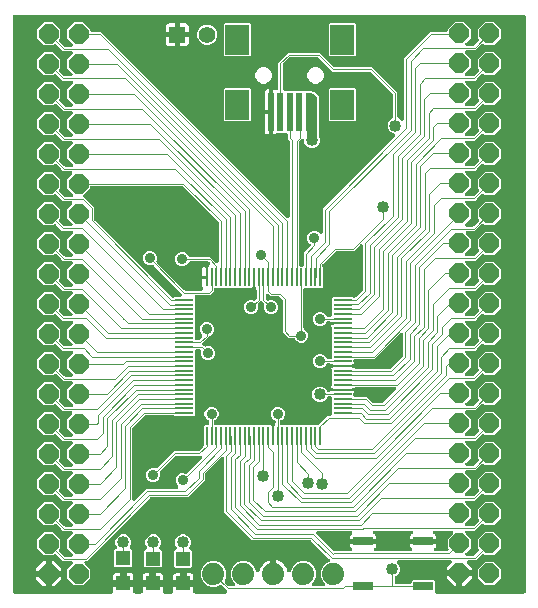
<source format=gbr>
G04 EAGLE Gerber RS-274X export*
G75*
%MOMM*%
%FSLAX34Y34*%
%LPD*%
%INTop Copper*%
%IPPOS*%
%AMOC8*
5,1,8,0,0,1.08239X$1,22.5*%
G01*
%ADD10R,0.230000X1.500000*%
%ADD11R,1.500000X0.230000*%
%ADD12R,2.000000X2.500000*%
%ADD13R,0.500000X3.300000*%
%ADD14C,1.879600*%
%ADD15R,1.409600X1.409600*%
%ADD16C,1.409600*%
%ADD17P,1.759533X8X292.500000*%
%ADD18R,1.200000X1.200000*%
%ADD19R,1.651000X0.762000*%
%ADD20C,0.050800*%
%ADD21C,1.016000*%
%ADD22C,0.889000*%
%ADD23C,0.101600*%
%ADD24C,0.863600*%
%ADD25C,0.152400*%

G36*
X86772Y2293D02*
X86772Y2293D01*
X86823Y2290D01*
X86945Y2312D01*
X87068Y2327D01*
X87116Y2344D01*
X87166Y2353D01*
X87280Y2402D01*
X87396Y2444D01*
X87439Y2472D01*
X87486Y2492D01*
X87585Y2566D01*
X87689Y2633D01*
X87724Y2670D01*
X87765Y2700D01*
X87845Y2795D01*
X87931Y2884D01*
X87957Y2928D01*
X87990Y2967D01*
X88046Y3077D01*
X88110Y3183D01*
X88125Y3231D01*
X88149Y3277D01*
X88178Y3397D01*
X88216Y3515D01*
X88220Y3566D01*
X88232Y3615D01*
X88234Y3739D01*
X88244Y3862D01*
X88236Y3913D01*
X88237Y3964D01*
X88193Y4204D01*
X88045Y4756D01*
X88045Y8091D01*
X95110Y8091D01*
X95136Y8094D01*
X95162Y8092D01*
X95309Y8114D01*
X95456Y8131D01*
X95481Y8139D01*
X95507Y8143D01*
X95644Y8198D01*
X95784Y8248D01*
X95806Y8262D01*
X95831Y8272D01*
X95952Y8357D01*
X96077Y8437D01*
X96095Y8456D01*
X96117Y8471D01*
X96216Y8581D01*
X96319Y8688D01*
X96333Y8710D01*
X96350Y8730D01*
X96422Y8860D01*
X96498Y8987D01*
X96506Y9012D01*
X96519Y9035D01*
X96559Y9178D01*
X96584Y9254D01*
X96588Y9243D01*
X96592Y9217D01*
X96646Y9079D01*
X96696Y8940D01*
X96711Y8918D01*
X96720Y8893D01*
X96805Y8772D01*
X96885Y8647D01*
X96904Y8629D01*
X96919Y8607D01*
X97029Y8508D01*
X97136Y8405D01*
X97159Y8391D01*
X97178Y8374D01*
X97308Y8302D01*
X97435Y8226D01*
X97460Y8218D01*
X97483Y8205D01*
X97626Y8165D01*
X97767Y8120D01*
X97793Y8117D01*
X97818Y8110D01*
X98062Y8091D01*
X105127Y8091D01*
X105127Y4756D01*
X104979Y4204D01*
X104972Y4154D01*
X104956Y4105D01*
X104946Y3982D01*
X104928Y3860D01*
X104932Y3809D01*
X104928Y3758D01*
X104946Y3635D01*
X104957Y3512D01*
X104972Y3464D01*
X104980Y3413D01*
X105025Y3298D01*
X105063Y3180D01*
X105090Y3137D01*
X105108Y3089D01*
X105179Y2988D01*
X105243Y2882D01*
X105278Y2845D01*
X105307Y2803D01*
X105399Y2720D01*
X105485Y2631D01*
X105528Y2604D01*
X105566Y2570D01*
X105674Y2510D01*
X105778Y2443D01*
X105827Y2426D01*
X105871Y2401D01*
X105990Y2368D01*
X106107Y2326D01*
X106157Y2320D01*
X106207Y2306D01*
X106450Y2287D01*
X111751Y2287D01*
X111802Y2293D01*
X111853Y2290D01*
X111975Y2312D01*
X112097Y2327D01*
X112145Y2344D01*
X112196Y2353D01*
X112309Y2402D01*
X112426Y2444D01*
X112468Y2472D01*
X112515Y2492D01*
X112614Y2566D01*
X112718Y2633D01*
X112754Y2670D01*
X112795Y2700D01*
X112874Y2795D01*
X112961Y2884D01*
X112987Y2928D01*
X113020Y2967D01*
X113076Y3077D01*
X113139Y3183D01*
X113155Y3231D01*
X113178Y3277D01*
X113208Y3397D01*
X113246Y3515D01*
X113250Y3566D01*
X113262Y3615D01*
X113264Y3739D01*
X113274Y3862D01*
X113266Y3913D01*
X113267Y3964D01*
X113223Y4204D01*
X113126Y4564D01*
X113126Y7899D01*
X120191Y7899D01*
X120217Y7902D01*
X120243Y7900D01*
X120390Y7922D01*
X120537Y7939D01*
X120562Y7947D01*
X120588Y7951D01*
X120725Y8006D01*
X120865Y8056D01*
X120887Y8070D01*
X120912Y8080D01*
X121033Y8165D01*
X121158Y8245D01*
X121176Y8264D01*
X121198Y8279D01*
X121297Y8389D01*
X121400Y8496D01*
X121414Y8518D01*
X121431Y8538D01*
X121503Y8668D01*
X121579Y8795D01*
X121587Y8820D01*
X121600Y8843D01*
X121640Y8986D01*
X121665Y9062D01*
X121669Y9051D01*
X121673Y9025D01*
X121727Y8887D01*
X121777Y8748D01*
X121792Y8726D01*
X121801Y8701D01*
X121886Y8580D01*
X121966Y8455D01*
X121985Y8437D01*
X122000Y8415D01*
X122110Y8316D01*
X122217Y8213D01*
X122240Y8199D01*
X122259Y8182D01*
X122389Y8110D01*
X122516Y8034D01*
X122541Y8026D01*
X122564Y8013D01*
X122707Y7973D01*
X122848Y7928D01*
X122874Y7925D01*
X122899Y7918D01*
X123143Y7899D01*
X130208Y7899D01*
X130208Y4564D01*
X130111Y4204D01*
X130104Y4154D01*
X130088Y4105D01*
X130079Y3982D01*
X130060Y3860D01*
X130065Y3809D01*
X130060Y3758D01*
X130079Y3635D01*
X130089Y3512D01*
X130105Y3464D01*
X130112Y3413D01*
X130158Y3298D01*
X130196Y3180D01*
X130222Y3137D01*
X130241Y3089D01*
X130311Y2988D01*
X130375Y2882D01*
X130411Y2845D01*
X130440Y2803D01*
X130532Y2720D01*
X130618Y2631D01*
X130661Y2604D01*
X130699Y2570D01*
X130807Y2510D01*
X130911Y2443D01*
X130959Y2426D01*
X131004Y2401D01*
X131123Y2367D01*
X131239Y2326D01*
X131290Y2320D01*
X131339Y2306D01*
X131583Y2287D01*
X137323Y2287D01*
X137374Y2293D01*
X137425Y2290D01*
X137547Y2312D01*
X137670Y2327D01*
X137718Y2344D01*
X137768Y2353D01*
X137881Y2402D01*
X137998Y2444D01*
X138041Y2472D01*
X138087Y2492D01*
X138187Y2566D01*
X138290Y2633D01*
X138326Y2670D01*
X138367Y2700D01*
X138447Y2795D01*
X138533Y2884D01*
X138559Y2928D01*
X138592Y2967D01*
X138648Y3077D01*
X138711Y3183D01*
X138727Y3232D01*
X138750Y3277D01*
X138780Y3397D01*
X138818Y3515D01*
X138822Y3566D01*
X138834Y3615D01*
X138836Y3739D01*
X138846Y3862D01*
X138838Y3913D01*
X138839Y3964D01*
X138795Y4204D01*
X138794Y4207D01*
X138715Y4500D01*
X138715Y7836D01*
X145780Y7836D01*
X145806Y7839D01*
X145832Y7837D01*
X145979Y7859D01*
X146126Y7876D01*
X146151Y7884D01*
X146177Y7888D01*
X146314Y7943D01*
X146454Y7993D01*
X146476Y8007D01*
X146501Y8017D01*
X146622Y8102D01*
X146747Y8182D01*
X146765Y8201D01*
X146787Y8216D01*
X146886Y8326D01*
X146989Y8433D01*
X147003Y8455D01*
X147020Y8475D01*
X147092Y8605D01*
X147168Y8732D01*
X147176Y8757D01*
X147189Y8780D01*
X147229Y8923D01*
X147254Y8999D01*
X147258Y8988D01*
X147262Y8962D01*
X147316Y8824D01*
X147366Y8685D01*
X147381Y8663D01*
X147390Y8638D01*
X147475Y8517D01*
X147555Y8392D01*
X147574Y8374D01*
X147589Y8352D01*
X147699Y8253D01*
X147806Y8150D01*
X147829Y8136D01*
X147848Y8119D01*
X147978Y8047D01*
X148105Y7971D01*
X148130Y7963D01*
X148153Y7950D01*
X148296Y7910D01*
X148437Y7865D01*
X148463Y7862D01*
X148488Y7855D01*
X148732Y7836D01*
X155797Y7836D01*
X155797Y4500D01*
X155717Y4204D01*
X155710Y4154D01*
X155694Y4105D01*
X155684Y3982D01*
X155666Y3860D01*
X155670Y3809D01*
X155666Y3758D01*
X155685Y3636D01*
X155695Y3512D01*
X155710Y3464D01*
X155718Y3413D01*
X155764Y3298D01*
X155802Y3180D01*
X155828Y3137D01*
X155847Y3089D01*
X155917Y2988D01*
X155981Y2882D01*
X156017Y2845D01*
X156046Y2803D01*
X156137Y2720D01*
X156224Y2631D01*
X156267Y2604D01*
X156304Y2570D01*
X156413Y2510D01*
X156517Y2443D01*
X156565Y2426D01*
X156609Y2401D01*
X156729Y2367D01*
X156845Y2326D01*
X156896Y2320D01*
X156945Y2306D01*
X157189Y2287D01*
X183227Y2287D01*
X183327Y2298D01*
X183427Y2300D01*
X183500Y2318D01*
X183574Y2327D01*
X183668Y2360D01*
X183765Y2385D01*
X183832Y2419D01*
X183902Y2444D01*
X183986Y2499D01*
X184075Y2545D01*
X184132Y2593D01*
X184194Y2633D01*
X184264Y2705D01*
X184341Y2770D01*
X184385Y2830D01*
X184437Y2884D01*
X184488Y2970D01*
X184548Y3051D01*
X184577Y3119D01*
X184615Y3183D01*
X184646Y3279D01*
X184686Y3371D01*
X184699Y3444D01*
X184722Y3515D01*
X184730Y3615D01*
X184748Y3714D01*
X184744Y3788D01*
X184750Y3862D01*
X184735Y3962D01*
X184730Y4062D01*
X184709Y4133D01*
X184698Y4207D01*
X184661Y4300D01*
X184633Y4397D01*
X184597Y4462D01*
X184569Y4531D01*
X184512Y4613D01*
X184463Y4701D01*
X184398Y4777D01*
X184370Y4817D01*
X184344Y4841D01*
X184304Y4887D01*
X180212Y8980D01*
X180152Y9027D01*
X180099Y9082D01*
X180016Y9135D01*
X179939Y9196D01*
X179870Y9229D01*
X179805Y9270D01*
X179713Y9303D01*
X179624Y9345D01*
X179549Y9361D01*
X179477Y9387D01*
X179379Y9398D01*
X179283Y9419D01*
X179207Y9417D01*
X179131Y9426D01*
X179033Y9414D01*
X178935Y9413D01*
X178860Y9394D01*
X178785Y9385D01*
X178643Y9339D01*
X178597Y9328D01*
X178580Y9319D01*
X178552Y9310D01*
X175084Y7873D01*
X170738Y7873D01*
X166724Y9536D01*
X163651Y12609D01*
X161988Y16623D01*
X161988Y20969D01*
X163651Y24983D01*
X166724Y28056D01*
X170738Y29719D01*
X175084Y29719D01*
X179098Y28056D01*
X182171Y24983D01*
X183834Y20969D01*
X183834Y16623D01*
X182397Y13155D01*
X182376Y13082D01*
X182346Y13011D01*
X182329Y12915D01*
X182301Y12820D01*
X182298Y12744D01*
X182284Y12668D01*
X182289Y12570D01*
X182285Y12472D01*
X182298Y12397D01*
X182302Y12320D01*
X182329Y12226D01*
X182347Y12129D01*
X182378Y12059D01*
X182399Y11986D01*
X182447Y11900D01*
X182486Y11809D01*
X182532Y11748D01*
X182569Y11681D01*
X182666Y11568D01*
X182694Y11530D01*
X182708Y11517D01*
X182727Y11495D01*
X185394Y8829D01*
X185493Y8750D01*
X185587Y8666D01*
X185629Y8642D01*
X185667Y8612D01*
X185781Y8558D01*
X185892Y8497D01*
X185938Y8484D01*
X185982Y8463D01*
X186105Y8437D01*
X186227Y8402D01*
X186288Y8397D01*
X186322Y8390D01*
X186370Y8391D01*
X186471Y8383D01*
X189600Y8383D01*
X189700Y8394D01*
X189800Y8396D01*
X189872Y8414D01*
X189946Y8423D01*
X190040Y8456D01*
X190138Y8481D01*
X190204Y8515D01*
X190274Y8540D01*
X190358Y8595D01*
X190448Y8641D01*
X190504Y8689D01*
X190567Y8729D01*
X190637Y8801D01*
X190713Y8866D01*
X190757Y8926D01*
X190809Y8980D01*
X190861Y9066D01*
X190920Y9147D01*
X190950Y9215D01*
X190988Y9279D01*
X191019Y9375D01*
X191058Y9467D01*
X191071Y9540D01*
X191094Y9611D01*
X191102Y9711D01*
X191120Y9810D01*
X191116Y9884D01*
X191122Y9958D01*
X191107Y10058D01*
X191102Y10158D01*
X191081Y10229D01*
X191070Y10303D01*
X191033Y10396D01*
X191006Y10493D01*
X190969Y10558D01*
X190942Y10627D01*
X190884Y10709D01*
X190835Y10797D01*
X190770Y10873D01*
X190743Y10913D01*
X190716Y10937D01*
X190677Y10983D01*
X189051Y12609D01*
X187388Y16623D01*
X187388Y20969D01*
X189051Y24983D01*
X192124Y28056D01*
X196138Y29719D01*
X200484Y29719D01*
X204498Y28056D01*
X207571Y24983D01*
X209144Y21184D01*
X209196Y21092D01*
X209238Y20996D01*
X209280Y20940D01*
X209314Y20880D01*
X209385Y20801D01*
X209448Y20717D01*
X209501Y20673D01*
X209548Y20621D01*
X209635Y20561D01*
X209715Y20494D01*
X209777Y20463D01*
X209835Y20423D01*
X209933Y20385D01*
X210027Y20337D01*
X210094Y20321D01*
X210159Y20295D01*
X210263Y20280D01*
X210365Y20255D01*
X210435Y20255D01*
X210504Y20245D01*
X210609Y20253D01*
X210714Y20252D01*
X210782Y20268D01*
X210851Y20273D01*
X210951Y20306D01*
X211054Y20329D01*
X211116Y20359D01*
X211183Y20381D01*
X211273Y20435D01*
X211368Y20481D01*
X211422Y20524D01*
X211481Y20560D01*
X211557Y20634D01*
X211639Y20700D01*
X211681Y20755D01*
X211731Y20803D01*
X211788Y20892D01*
X211853Y20975D01*
X211882Y21038D01*
X211919Y21096D01*
X211955Y21196D01*
X211999Y21291D01*
X212020Y21381D01*
X212036Y21425D01*
X212040Y21463D01*
X212056Y21529D01*
X212066Y21592D01*
X212647Y23379D01*
X213500Y25053D01*
X214605Y26574D01*
X215933Y27902D01*
X217453Y29007D01*
X219128Y29860D01*
X220915Y30441D01*
X221172Y30481D01*
X221172Y19812D01*
X221175Y19786D01*
X221173Y19760D01*
X221195Y19613D01*
X221212Y19466D01*
X221220Y19441D01*
X221224Y19415D01*
X221279Y19278D01*
X221329Y19138D01*
X221343Y19116D01*
X221353Y19091D01*
X221438Y18970D01*
X221518Y18845D01*
X221537Y18827D01*
X221552Y18805D01*
X221662Y18706D01*
X221769Y18603D01*
X221791Y18589D01*
X221811Y18572D01*
X221941Y18500D01*
X222068Y18424D01*
X222093Y18416D01*
X222116Y18403D01*
X222259Y18363D01*
X222400Y18318D01*
X222426Y18316D01*
X222451Y18309D01*
X222695Y18289D01*
X224727Y18289D01*
X224753Y18292D01*
X224779Y18290D01*
X224926Y18312D01*
X225073Y18329D01*
X225098Y18338D01*
X225124Y18342D01*
X225262Y18396D01*
X225401Y18446D01*
X225423Y18461D01*
X225448Y18470D01*
X225569Y18555D01*
X225694Y18635D01*
X225712Y18654D01*
X225734Y18669D01*
X225833Y18779D01*
X225936Y18886D01*
X225950Y18909D01*
X225967Y18928D01*
X226039Y19058D01*
X226115Y19185D01*
X226123Y19210D01*
X226136Y19233D01*
X226176Y19376D01*
X226221Y19517D01*
X226223Y19543D01*
X226231Y19568D01*
X226250Y19812D01*
X226250Y30481D01*
X226507Y30441D01*
X228294Y29860D01*
X229969Y29007D01*
X231489Y27902D01*
X232817Y26574D01*
X233922Y25053D01*
X234775Y23379D01*
X235356Y21592D01*
X235366Y21529D01*
X235394Y21428D01*
X235413Y21324D01*
X235441Y21260D01*
X235459Y21193D01*
X235510Y21101D01*
X235552Y21004D01*
X235593Y20948D01*
X235626Y20888D01*
X235697Y20809D01*
X235760Y20724D01*
X235813Y20680D01*
X235859Y20628D01*
X235945Y20567D01*
X236026Y20499D01*
X236087Y20468D01*
X236144Y20428D01*
X236242Y20389D01*
X236336Y20341D01*
X236403Y20324D01*
X236468Y20298D01*
X236572Y20282D01*
X236674Y20256D01*
X236743Y20255D01*
X236812Y20245D01*
X236917Y20253D01*
X237023Y20251D01*
X237090Y20266D01*
X237160Y20272D01*
X237260Y20303D01*
X237363Y20326D01*
X237426Y20356D01*
X237492Y20376D01*
X237583Y20430D01*
X237678Y20475D01*
X237732Y20519D01*
X237792Y20554D01*
X237868Y20627D01*
X237950Y20693D01*
X237993Y20747D01*
X238043Y20795D01*
X238101Y20884D01*
X238166Y20966D01*
X238208Y21049D01*
X238233Y21087D01*
X238247Y21124D01*
X238278Y21184D01*
X239851Y24983D01*
X242924Y28056D01*
X246938Y29719D01*
X251284Y29719D01*
X255298Y28056D01*
X258371Y24983D01*
X260034Y20969D01*
X260034Y16623D01*
X258371Y12609D01*
X256745Y10983D01*
X256683Y10904D01*
X256613Y10832D01*
X256575Y10768D01*
X256529Y10710D01*
X256486Y10619D01*
X256434Y10533D01*
X256411Y10462D01*
X256380Y10395D01*
X256358Y10297D01*
X256328Y10201D01*
X256322Y10127D01*
X256306Y10054D01*
X256308Y9954D01*
X256300Y9854D01*
X256311Y9780D01*
X256312Y9706D01*
X256337Y9609D01*
X256352Y9509D01*
X256379Y9440D01*
X256397Y9368D01*
X256443Y9279D01*
X256480Y9185D01*
X256523Y9124D01*
X256557Y9058D01*
X256622Y8982D01*
X256679Y8899D01*
X256734Y8849D01*
X256783Y8793D01*
X256863Y8733D01*
X256938Y8666D01*
X257003Y8630D01*
X257063Y8585D01*
X257155Y8546D01*
X257243Y8497D01*
X257315Y8477D01*
X257383Y8447D01*
X257482Y8430D01*
X257578Y8402D01*
X257678Y8394D01*
X257726Y8386D01*
X257762Y8388D01*
X257822Y8383D01*
X265800Y8383D01*
X265900Y8394D01*
X266000Y8396D01*
X266072Y8414D01*
X266146Y8423D01*
X266240Y8456D01*
X266338Y8481D01*
X266404Y8515D01*
X266474Y8540D01*
X266558Y8595D01*
X266648Y8641D01*
X266704Y8689D01*
X266767Y8729D01*
X266837Y8801D01*
X266913Y8866D01*
X266957Y8926D01*
X267009Y8980D01*
X267061Y9066D01*
X267120Y9147D01*
X267150Y9215D01*
X267188Y9279D01*
X267219Y9375D01*
X267258Y9467D01*
X267271Y9540D01*
X267294Y9611D01*
X267302Y9711D01*
X267320Y9810D01*
X267316Y9884D01*
X267322Y9958D01*
X267307Y10058D01*
X267302Y10158D01*
X267281Y10229D01*
X267270Y10303D01*
X267233Y10396D01*
X267206Y10493D01*
X267169Y10558D01*
X267142Y10627D01*
X267084Y10709D01*
X267035Y10797D01*
X266970Y10873D01*
X266943Y10913D01*
X266916Y10937D01*
X266877Y10983D01*
X265251Y12609D01*
X263588Y16623D01*
X263588Y20969D01*
X265251Y24983D01*
X268324Y28056D01*
X270662Y29025D01*
X270794Y29097D01*
X270927Y29166D01*
X270946Y29182D01*
X270967Y29194D01*
X271078Y29295D01*
X271193Y29392D01*
X271207Y29412D01*
X271225Y29428D01*
X271311Y29552D01*
X271400Y29673D01*
X271410Y29695D01*
X271423Y29715D01*
X271479Y29855D01*
X271538Y29993D01*
X271542Y30016D01*
X271551Y30039D01*
X271573Y30188D01*
X271600Y30336D01*
X271598Y30360D01*
X271602Y30384D01*
X271589Y30534D01*
X271582Y30684D01*
X271575Y30707D01*
X271573Y30731D01*
X271527Y30874D01*
X271485Y31018D01*
X271473Y31040D01*
X271466Y31063D01*
X271388Y31192D01*
X271315Y31323D01*
X271296Y31345D01*
X271286Y31361D01*
X271253Y31395D01*
X271157Y31509D01*
X255614Y47051D01*
X255515Y47130D01*
X255421Y47214D01*
X255379Y47238D01*
X255341Y47268D01*
X255227Y47322D01*
X255116Y47383D01*
X255070Y47396D01*
X255026Y47417D01*
X254903Y47443D01*
X254781Y47478D01*
X254720Y47483D01*
X254686Y47490D01*
X254638Y47489D01*
X254537Y47497D01*
X205765Y47497D01*
X182117Y71145D01*
X182117Y116488D01*
X182106Y116588D01*
X182104Y116688D01*
X182086Y116761D01*
X182077Y116835D01*
X182044Y116929D01*
X182019Y117026D01*
X181985Y117093D01*
X181960Y117163D01*
X181905Y117247D01*
X181859Y117336D01*
X181811Y117393D01*
X181771Y117455D01*
X181699Y117525D01*
X181634Y117602D01*
X181574Y117646D01*
X181520Y117698D01*
X181434Y117749D01*
X181353Y117809D01*
X181285Y117838D01*
X181221Y117876D01*
X181125Y117907D01*
X181033Y117947D01*
X180960Y117960D01*
X180889Y117983D01*
X180789Y117991D01*
X180690Y118009D01*
X180616Y118005D01*
X180542Y118011D01*
X180442Y117996D01*
X180342Y117991D01*
X180271Y117970D01*
X180197Y117959D01*
X180104Y117922D01*
X180007Y117894D01*
X179942Y117858D01*
X179873Y117830D01*
X179791Y117773D01*
X179703Y117724D01*
X179627Y117659D01*
X179587Y117631D01*
X179563Y117605D01*
X179517Y117565D01*
X166309Y104357D01*
X166230Y104258D01*
X166146Y104164D01*
X166122Y104122D01*
X166092Y104084D01*
X166038Y103970D01*
X165977Y103859D01*
X165964Y103813D01*
X165943Y103769D01*
X165917Y103646D01*
X165882Y103524D01*
X165877Y103463D01*
X165870Y103429D01*
X165871Y103381D01*
X165863Y103280D01*
X165863Y98196D01*
X151359Y83692D01*
X119859Y83692D01*
X119733Y83678D01*
X119607Y83671D01*
X119561Y83658D01*
X119513Y83652D01*
X119394Y83610D01*
X119272Y83575D01*
X119230Y83551D01*
X119184Y83535D01*
X119078Y83466D01*
X118968Y83405D01*
X118922Y83365D01*
X118892Y83346D01*
X118858Y83311D01*
X118782Y83246D01*
X65507Y29971D01*
X65209Y29971D01*
X65109Y29960D01*
X65009Y29958D01*
X64937Y29940D01*
X64863Y29931D01*
X64768Y29898D01*
X64671Y29873D01*
X64605Y29839D01*
X64535Y29814D01*
X64450Y29759D01*
X64361Y29713D01*
X64304Y29665D01*
X64242Y29625D01*
X64172Y29553D01*
X64096Y29488D01*
X64052Y29428D01*
X64000Y29374D01*
X63948Y29288D01*
X63889Y29207D01*
X63859Y29139D01*
X63821Y29075D01*
X63790Y28979D01*
X63751Y28887D01*
X63737Y28814D01*
X63715Y28743D01*
X63707Y28643D01*
X63689Y28544D01*
X63693Y28470D01*
X63687Y28396D01*
X63702Y28296D01*
X63707Y28196D01*
X63727Y28125D01*
X63739Y28051D01*
X63776Y27958D01*
X63803Y27861D01*
X63840Y27796D01*
X63867Y27727D01*
X63924Y27645D01*
X63974Y27557D01*
X64039Y27481D01*
X64066Y27441D01*
X64093Y27417D01*
X64132Y27371D01*
X68391Y23112D01*
X68391Y15116D01*
X62736Y9461D01*
X54740Y9461D01*
X49085Y15116D01*
X49085Y23112D01*
X53344Y27371D01*
X53406Y27449D01*
X53476Y27522D01*
X53514Y27586D01*
X53561Y27644D01*
X53603Y27735D01*
X53655Y27821D01*
X53678Y27892D01*
X53709Y27959D01*
X53731Y28057D01*
X53761Y28153D01*
X53767Y28227D01*
X53783Y28300D01*
X53781Y28400D01*
X53789Y28500D01*
X53778Y28574D01*
X53777Y28648D01*
X53752Y28745D01*
X53737Y28845D01*
X53710Y28914D01*
X53692Y28986D01*
X53646Y29076D01*
X53609Y29169D01*
X53566Y29230D01*
X53532Y29296D01*
X53467Y29373D01*
X53410Y29455D01*
X53355Y29505D01*
X53306Y29561D01*
X53226Y29621D01*
X53151Y29688D01*
X53086Y29724D01*
X53026Y29769D01*
X52934Y29808D01*
X52846Y29857D01*
X52774Y29877D01*
X52706Y29907D01*
X52607Y29924D01*
X52511Y29952D01*
X52411Y29960D01*
X52363Y29968D01*
X52327Y29966D01*
X52267Y29971D01*
X45237Y29971D01*
X43749Y31459D01*
X39919Y35290D01*
X39898Y35306D01*
X39881Y35326D01*
X39762Y35414D01*
X39646Y35506D01*
X39622Y35517D01*
X39601Y35533D01*
X39465Y35592D01*
X39331Y35655D01*
X39305Y35661D01*
X39281Y35671D01*
X39135Y35697D01*
X38990Y35729D01*
X38964Y35728D01*
X38938Y35733D01*
X38789Y35725D01*
X38642Y35723D01*
X38616Y35716D01*
X38590Y35715D01*
X38448Y35674D01*
X38304Y35638D01*
X38280Y35626D01*
X38255Y35618D01*
X38126Y35546D01*
X37994Y35478D01*
X37974Y35461D01*
X37951Y35448D01*
X37765Y35290D01*
X37336Y34861D01*
X29340Y34861D01*
X23685Y40516D01*
X23685Y48512D01*
X29340Y54167D01*
X37336Y54167D01*
X42991Y48512D01*
X42991Y40516D01*
X42434Y39959D01*
X42418Y39939D01*
X42398Y39922D01*
X42310Y39802D01*
X42218Y39686D01*
X42207Y39663D01*
X42191Y39642D01*
X42132Y39505D01*
X42069Y39371D01*
X42063Y39346D01*
X42053Y39321D01*
X42027Y39175D01*
X41995Y39031D01*
X41996Y39004D01*
X41991Y38978D01*
X41999Y38830D01*
X42001Y38682D01*
X42008Y38657D01*
X42009Y38630D01*
X42050Y38488D01*
X42086Y38344D01*
X42098Y38321D01*
X42106Y38296D01*
X42178Y38166D01*
X42246Y38034D01*
X42263Y38014D01*
X42276Y37991D01*
X42404Y37841D01*
X42406Y37838D01*
X42408Y37836D01*
X42434Y37805D01*
X46265Y33975D01*
X46364Y33896D01*
X46458Y33812D01*
X46500Y33788D01*
X46538Y33758D01*
X46652Y33704D01*
X46763Y33643D01*
X46809Y33630D01*
X46853Y33609D01*
X46976Y33583D01*
X47098Y33548D01*
X47159Y33543D01*
X47193Y33536D01*
X47241Y33537D01*
X47342Y33529D01*
X52395Y33529D01*
X52495Y33540D01*
X52595Y33542D01*
X52667Y33560D01*
X52741Y33569D01*
X52836Y33602D01*
X52933Y33627D01*
X52999Y33661D01*
X53069Y33686D01*
X53154Y33741D01*
X53243Y33787D01*
X53299Y33835D01*
X53362Y33875D01*
X53432Y33947D01*
X53508Y34012D01*
X53552Y34072D01*
X53604Y34126D01*
X53656Y34212D01*
X53715Y34293D01*
X53745Y34361D01*
X53783Y34425D01*
X53814Y34521D01*
X53853Y34613D01*
X53867Y34686D01*
X53889Y34757D01*
X53897Y34857D01*
X53915Y34956D01*
X53911Y35030D01*
X53917Y35104D01*
X53902Y35204D01*
X53897Y35304D01*
X53877Y35375D01*
X53865Y35449D01*
X53828Y35542D01*
X53801Y35639D01*
X53764Y35704D01*
X53737Y35773D01*
X53680Y35855D01*
X53630Y35943D01*
X53565Y36019D01*
X53538Y36059D01*
X53511Y36083D01*
X53472Y36129D01*
X49085Y40516D01*
X49085Y48512D01*
X53344Y52771D01*
X53406Y52849D01*
X53476Y52922D01*
X53514Y52986D01*
X53561Y53044D01*
X53603Y53135D01*
X53655Y53221D01*
X53678Y53292D01*
X53709Y53359D01*
X53731Y53457D01*
X53761Y53553D01*
X53767Y53627D01*
X53783Y53700D01*
X53781Y53800D01*
X53789Y53900D01*
X53778Y53974D01*
X53777Y54048D01*
X53752Y54145D01*
X53737Y54245D01*
X53710Y54314D01*
X53692Y54386D01*
X53646Y54476D01*
X53609Y54569D01*
X53566Y54630D01*
X53532Y54696D01*
X53467Y54773D01*
X53410Y54855D01*
X53355Y54905D01*
X53306Y54961D01*
X53226Y55021D01*
X53151Y55088D01*
X53086Y55124D01*
X53026Y55169D01*
X52934Y55208D01*
X52846Y55257D01*
X52774Y55277D01*
X52706Y55307D01*
X52607Y55324D01*
X52511Y55352D01*
X52411Y55360D01*
X52363Y55368D01*
X52327Y55366D01*
X52267Y55371D01*
X45491Y55371D01*
X44003Y56859D01*
X40046Y60817D01*
X40025Y60833D01*
X40008Y60853D01*
X39889Y60941D01*
X39773Y61033D01*
X39749Y61044D01*
X39728Y61060D01*
X39592Y61119D01*
X39458Y61182D01*
X39432Y61188D01*
X39408Y61198D01*
X39262Y61224D01*
X39117Y61256D01*
X39091Y61255D01*
X39065Y61260D01*
X38916Y61252D01*
X38769Y61250D01*
X38743Y61243D01*
X38717Y61242D01*
X38575Y61201D01*
X38431Y61165D01*
X38407Y61153D01*
X38382Y61145D01*
X38253Y61073D01*
X38121Y61005D01*
X38101Y60988D01*
X38078Y60975D01*
X37892Y60817D01*
X37336Y60261D01*
X29340Y60261D01*
X23685Y65916D01*
X23685Y73912D01*
X29340Y79567D01*
X37336Y79567D01*
X42991Y73912D01*
X42991Y65916D01*
X42561Y65486D01*
X42545Y65466D01*
X42525Y65449D01*
X42437Y65329D01*
X42345Y65213D01*
X42334Y65190D01*
X42318Y65169D01*
X42259Y65032D01*
X42196Y64898D01*
X42190Y64873D01*
X42180Y64848D01*
X42154Y64702D01*
X42122Y64558D01*
X42123Y64531D01*
X42118Y64505D01*
X42126Y64357D01*
X42128Y64209D01*
X42135Y64184D01*
X42136Y64157D01*
X42177Y64015D01*
X42213Y63871D01*
X42225Y63848D01*
X42233Y63823D01*
X42305Y63693D01*
X42373Y63561D01*
X42390Y63541D01*
X42403Y63518D01*
X42561Y63332D01*
X46519Y59375D01*
X46618Y59296D01*
X46712Y59212D01*
X46754Y59188D01*
X46792Y59158D01*
X46906Y59104D01*
X47017Y59043D01*
X47063Y59030D01*
X47107Y59009D01*
X47230Y58983D01*
X47352Y58948D01*
X47413Y58943D01*
X47447Y58936D01*
X47495Y58937D01*
X47596Y58929D01*
X52395Y58929D01*
X52495Y58940D01*
X52595Y58942D01*
X52667Y58960D01*
X52741Y58969D01*
X52836Y59002D01*
X52933Y59027D01*
X52999Y59061D01*
X53069Y59086D01*
X53154Y59141D01*
X53243Y59187D01*
X53299Y59235D01*
X53362Y59275D01*
X53432Y59347D01*
X53508Y59412D01*
X53552Y59472D01*
X53604Y59526D01*
X53656Y59612D01*
X53715Y59693D01*
X53745Y59761D01*
X53783Y59825D01*
X53814Y59921D01*
X53853Y60013D01*
X53867Y60086D01*
X53889Y60157D01*
X53897Y60257D01*
X53915Y60356D01*
X53911Y60430D01*
X53917Y60504D01*
X53902Y60604D01*
X53897Y60704D01*
X53877Y60775D01*
X53865Y60849D01*
X53828Y60942D01*
X53801Y61039D01*
X53764Y61104D01*
X53737Y61173D01*
X53680Y61255D01*
X53630Y61343D01*
X53565Y61419D01*
X53538Y61459D01*
X53511Y61483D01*
X53472Y61529D01*
X49085Y65916D01*
X49085Y73912D01*
X53344Y78171D01*
X53406Y78249D01*
X53476Y78322D01*
X53514Y78386D01*
X53561Y78444D01*
X53603Y78535D01*
X53655Y78621D01*
X53678Y78692D01*
X53709Y78759D01*
X53731Y78857D01*
X53761Y78953D01*
X53767Y79027D01*
X53783Y79100D01*
X53781Y79200D01*
X53789Y79300D01*
X53778Y79374D01*
X53777Y79448D01*
X53752Y79545D01*
X53737Y79645D01*
X53710Y79714D01*
X53692Y79786D01*
X53646Y79876D01*
X53609Y79969D01*
X53566Y80030D01*
X53532Y80096D01*
X53467Y80173D01*
X53410Y80255D01*
X53355Y80305D01*
X53306Y80361D01*
X53226Y80421D01*
X53151Y80488D01*
X53086Y80524D01*
X53026Y80569D01*
X52934Y80608D01*
X52846Y80657D01*
X52774Y80677D01*
X52706Y80707D01*
X52607Y80724D01*
X52511Y80752D01*
X52411Y80760D01*
X52363Y80768D01*
X52327Y80766D01*
X52267Y80771D01*
X45237Y80771D01*
X39919Y86090D01*
X39898Y86106D01*
X39881Y86126D01*
X39762Y86214D01*
X39646Y86306D01*
X39622Y86317D01*
X39601Y86333D01*
X39465Y86392D01*
X39331Y86455D01*
X39305Y86461D01*
X39281Y86471D01*
X39134Y86497D01*
X38990Y86529D01*
X38964Y86528D01*
X38938Y86533D01*
X38789Y86525D01*
X38642Y86523D01*
X38616Y86516D01*
X38590Y86515D01*
X38448Y86474D01*
X38304Y86438D01*
X38280Y86426D01*
X38255Y86418D01*
X38126Y86346D01*
X37994Y86278D01*
X37974Y86261D01*
X37951Y86248D01*
X37765Y86090D01*
X37336Y85661D01*
X29340Y85661D01*
X23685Y91316D01*
X23685Y99312D01*
X29340Y104967D01*
X37336Y104967D01*
X42991Y99312D01*
X42991Y91316D01*
X42434Y90759D01*
X42418Y90739D01*
X42398Y90722D01*
X42310Y90603D01*
X42218Y90486D01*
X42207Y90463D01*
X42191Y90442D01*
X42132Y90305D01*
X42069Y90171D01*
X42063Y90146D01*
X42053Y90122D01*
X42027Y89975D01*
X41995Y89831D01*
X41996Y89804D01*
X41991Y89779D01*
X41999Y89630D01*
X42001Y89482D01*
X42008Y89457D01*
X42009Y89430D01*
X42050Y89288D01*
X42086Y89144D01*
X42098Y89121D01*
X42106Y89096D01*
X42178Y88966D01*
X42246Y88834D01*
X42263Y88814D01*
X42276Y88791D01*
X42434Y88605D01*
X46265Y84775D01*
X46364Y84696D01*
X46458Y84612D01*
X46500Y84588D01*
X46538Y84558D01*
X46652Y84504D01*
X46763Y84443D01*
X46809Y84430D01*
X46853Y84409D01*
X46976Y84383D01*
X47098Y84348D01*
X47159Y84343D01*
X47193Y84336D01*
X47241Y84337D01*
X47342Y84329D01*
X52395Y84329D01*
X52495Y84340D01*
X52595Y84342D01*
X52667Y84360D01*
X52741Y84369D01*
X52836Y84402D01*
X52933Y84427D01*
X52999Y84461D01*
X53069Y84486D01*
X53154Y84541D01*
X53243Y84587D01*
X53299Y84635D01*
X53362Y84675D01*
X53432Y84747D01*
X53508Y84812D01*
X53552Y84872D01*
X53604Y84926D01*
X53656Y85012D01*
X53715Y85093D01*
X53745Y85161D01*
X53783Y85225D01*
X53814Y85321D01*
X53853Y85413D01*
X53867Y85486D01*
X53889Y85557D01*
X53897Y85657D01*
X53915Y85756D01*
X53911Y85830D01*
X53917Y85904D01*
X53902Y86004D01*
X53897Y86104D01*
X53877Y86175D01*
X53865Y86249D01*
X53828Y86342D01*
X53801Y86439D01*
X53764Y86504D01*
X53737Y86573D01*
X53680Y86655D01*
X53630Y86743D01*
X53565Y86819D01*
X53538Y86859D01*
X53511Y86883D01*
X53472Y86929D01*
X49085Y91316D01*
X49085Y99312D01*
X53344Y103571D01*
X53406Y103649D01*
X53476Y103722D01*
X53514Y103786D01*
X53561Y103844D01*
X53603Y103935D01*
X53655Y104021D01*
X53678Y104092D01*
X53709Y104159D01*
X53731Y104257D01*
X53761Y104353D01*
X53767Y104427D01*
X53783Y104500D01*
X53781Y104600D01*
X53789Y104700D01*
X53778Y104774D01*
X53777Y104848D01*
X53752Y104945D01*
X53737Y105045D01*
X53710Y105114D01*
X53692Y105186D01*
X53646Y105276D01*
X53609Y105369D01*
X53566Y105430D01*
X53532Y105496D01*
X53467Y105573D01*
X53410Y105655D01*
X53355Y105705D01*
X53306Y105761D01*
X53226Y105821D01*
X53151Y105888D01*
X53086Y105924D01*
X53026Y105969D01*
X52934Y106008D01*
X52846Y106057D01*
X52774Y106077D01*
X52706Y106107D01*
X52607Y106124D01*
X52511Y106152D01*
X52411Y106160D01*
X52363Y106168D01*
X52327Y106166D01*
X52267Y106171D01*
X45237Y106171D01*
X39919Y111490D01*
X39898Y111506D01*
X39881Y111526D01*
X39762Y111614D01*
X39646Y111706D01*
X39622Y111717D01*
X39601Y111733D01*
X39465Y111792D01*
X39331Y111855D01*
X39305Y111861D01*
X39281Y111871D01*
X39134Y111897D01*
X38990Y111929D01*
X38964Y111928D01*
X38938Y111933D01*
X38789Y111925D01*
X38642Y111923D01*
X38616Y111916D01*
X38590Y111915D01*
X38448Y111874D01*
X38304Y111838D01*
X38280Y111826D01*
X38255Y111818D01*
X38126Y111746D01*
X37994Y111678D01*
X37974Y111661D01*
X37951Y111648D01*
X37765Y111490D01*
X37336Y111061D01*
X29340Y111061D01*
X23685Y116716D01*
X23685Y124712D01*
X29340Y130367D01*
X37336Y130367D01*
X42991Y124712D01*
X42991Y116716D01*
X42434Y116159D01*
X42418Y116139D01*
X42398Y116122D01*
X42310Y116003D01*
X42218Y115886D01*
X42207Y115863D01*
X42191Y115842D01*
X42132Y115705D01*
X42069Y115571D01*
X42063Y115546D01*
X42053Y115522D01*
X42027Y115375D01*
X41995Y115231D01*
X41996Y115204D01*
X41991Y115179D01*
X41999Y115030D01*
X42001Y114882D01*
X42008Y114857D01*
X42009Y114830D01*
X42050Y114688D01*
X42086Y114544D01*
X42098Y114521D01*
X42106Y114496D01*
X42178Y114366D01*
X42246Y114234D01*
X42263Y114214D01*
X42276Y114191D01*
X42434Y114005D01*
X46265Y110175D01*
X46364Y110096D01*
X46458Y110012D01*
X46500Y109988D01*
X46538Y109958D01*
X46652Y109904D01*
X46763Y109843D01*
X46809Y109830D01*
X46853Y109809D01*
X46976Y109783D01*
X47098Y109748D01*
X47159Y109743D01*
X47193Y109736D01*
X47241Y109737D01*
X47342Y109729D01*
X52395Y109729D01*
X52495Y109740D01*
X52595Y109742D01*
X52667Y109760D01*
X52741Y109769D01*
X52836Y109802D01*
X52933Y109827D01*
X52999Y109861D01*
X53069Y109886D01*
X53154Y109941D01*
X53243Y109987D01*
X53299Y110035D01*
X53362Y110075D01*
X53432Y110147D01*
X53508Y110212D01*
X53552Y110272D01*
X53604Y110326D01*
X53656Y110412D01*
X53715Y110493D01*
X53745Y110561D01*
X53783Y110625D01*
X53814Y110721D01*
X53853Y110813D01*
X53867Y110886D01*
X53889Y110957D01*
X53897Y111057D01*
X53915Y111156D01*
X53911Y111230D01*
X53917Y111304D01*
X53902Y111404D01*
X53897Y111504D01*
X53877Y111575D01*
X53865Y111649D01*
X53828Y111742D01*
X53801Y111839D01*
X53764Y111904D01*
X53737Y111973D01*
X53680Y112055D01*
X53630Y112143D01*
X53565Y112219D01*
X53538Y112259D01*
X53511Y112283D01*
X53472Y112329D01*
X49085Y116716D01*
X49085Y124712D01*
X53344Y128971D01*
X53406Y129049D01*
X53476Y129122D01*
X53514Y129186D01*
X53561Y129244D01*
X53603Y129335D01*
X53655Y129421D01*
X53678Y129492D01*
X53709Y129559D01*
X53731Y129657D01*
X53761Y129753D01*
X53767Y129827D01*
X53783Y129900D01*
X53781Y130000D01*
X53789Y130100D01*
X53778Y130174D01*
X53777Y130248D01*
X53752Y130345D01*
X53737Y130445D01*
X53710Y130514D01*
X53692Y130586D01*
X53646Y130676D01*
X53609Y130769D01*
X53566Y130830D01*
X53532Y130896D01*
X53467Y130973D01*
X53410Y131055D01*
X53355Y131105D01*
X53306Y131161D01*
X53226Y131221D01*
X53151Y131288D01*
X53086Y131324D01*
X53026Y131369D01*
X52934Y131408D01*
X52846Y131457D01*
X52774Y131477D01*
X52706Y131507D01*
X52607Y131524D01*
X52511Y131552D01*
X52411Y131560D01*
X52363Y131568D01*
X52327Y131566D01*
X52267Y131571D01*
X45237Y131571D01*
X43749Y133059D01*
X39919Y136890D01*
X39898Y136906D01*
X39881Y136926D01*
X39762Y137014D01*
X39646Y137106D01*
X39622Y137117D01*
X39601Y137133D01*
X39465Y137192D01*
X39331Y137255D01*
X39305Y137261D01*
X39281Y137271D01*
X39135Y137297D01*
X38990Y137329D01*
X38964Y137328D01*
X38938Y137333D01*
X38789Y137325D01*
X38642Y137323D01*
X38616Y137316D01*
X38590Y137315D01*
X38448Y137274D01*
X38304Y137238D01*
X38280Y137226D01*
X38255Y137218D01*
X38126Y137146D01*
X37994Y137078D01*
X37974Y137061D01*
X37951Y137048D01*
X37765Y136890D01*
X37336Y136461D01*
X29340Y136461D01*
X23685Y142116D01*
X23685Y150112D01*
X29340Y155767D01*
X37336Y155767D01*
X42991Y150112D01*
X42991Y142116D01*
X42434Y141559D01*
X42418Y141539D01*
X42398Y141522D01*
X42310Y141402D01*
X42218Y141286D01*
X42207Y141263D01*
X42191Y141242D01*
X42132Y141105D01*
X42069Y140971D01*
X42063Y140946D01*
X42053Y140921D01*
X42027Y140775D01*
X41995Y140631D01*
X41996Y140604D01*
X41991Y140578D01*
X41999Y140430D01*
X42001Y140282D01*
X42008Y140257D01*
X42009Y140230D01*
X42050Y140088D01*
X42086Y139944D01*
X42098Y139921D01*
X42106Y139896D01*
X42178Y139766D01*
X42246Y139634D01*
X42263Y139614D01*
X42276Y139591D01*
X42434Y139405D01*
X46265Y135575D01*
X46364Y135496D01*
X46458Y135412D01*
X46500Y135388D01*
X46538Y135358D01*
X46652Y135304D01*
X46763Y135243D01*
X46809Y135230D01*
X46853Y135209D01*
X46976Y135183D01*
X47098Y135148D01*
X47159Y135143D01*
X47193Y135136D01*
X47241Y135137D01*
X47342Y135129D01*
X52395Y135129D01*
X52495Y135140D01*
X52595Y135142D01*
X52667Y135160D01*
X52741Y135169D01*
X52836Y135202D01*
X52933Y135227D01*
X52999Y135261D01*
X53069Y135286D01*
X53154Y135341D01*
X53243Y135387D01*
X53299Y135435D01*
X53362Y135475D01*
X53432Y135547D01*
X53508Y135612D01*
X53552Y135672D01*
X53604Y135726D01*
X53656Y135812D01*
X53715Y135893D01*
X53745Y135961D01*
X53783Y136025D01*
X53814Y136121D01*
X53853Y136213D01*
X53867Y136286D01*
X53889Y136357D01*
X53897Y136457D01*
X53915Y136556D01*
X53911Y136630D01*
X53917Y136704D01*
X53902Y136804D01*
X53897Y136904D01*
X53877Y136975D01*
X53865Y137049D01*
X53828Y137142D01*
X53801Y137239D01*
X53764Y137304D01*
X53737Y137373D01*
X53680Y137455D01*
X53630Y137543D01*
X53565Y137619D01*
X53538Y137659D01*
X53511Y137683D01*
X53472Y137729D01*
X49085Y142116D01*
X49085Y150112D01*
X53090Y154117D01*
X53152Y154195D01*
X53222Y154268D01*
X53260Y154332D01*
X53307Y154390D01*
X53349Y154481D01*
X53401Y154567D01*
X53424Y154638D01*
X53455Y154705D01*
X53477Y154803D01*
X53507Y154899D01*
X53513Y154973D01*
X53529Y155046D01*
X53527Y155146D01*
X53535Y155246D01*
X53524Y155320D01*
X53523Y155394D01*
X53498Y155491D01*
X53483Y155591D01*
X53456Y155660D01*
X53438Y155732D01*
X53392Y155822D01*
X53355Y155915D01*
X53312Y155976D01*
X53278Y156042D01*
X53213Y156119D01*
X53156Y156201D01*
X53101Y156251D01*
X53052Y156307D01*
X52972Y156367D01*
X52897Y156434D01*
X52832Y156470D01*
X52772Y156515D01*
X52680Y156554D01*
X52592Y156603D01*
X52520Y156623D01*
X52452Y156653D01*
X52353Y156670D01*
X52257Y156698D01*
X52157Y156706D01*
X52109Y156714D01*
X52073Y156712D01*
X52013Y156717D01*
X45491Y156717D01*
X39919Y162290D01*
X39898Y162306D01*
X39881Y162326D01*
X39762Y162414D01*
X39646Y162506D01*
X39622Y162517D01*
X39601Y162533D01*
X39465Y162592D01*
X39331Y162655D01*
X39305Y162661D01*
X39281Y162671D01*
X39134Y162697D01*
X38990Y162729D01*
X38964Y162728D01*
X38938Y162733D01*
X38789Y162725D01*
X38642Y162723D01*
X38616Y162716D01*
X38590Y162715D01*
X38448Y162674D01*
X38304Y162638D01*
X38280Y162626D01*
X38255Y162618D01*
X38126Y162546D01*
X37994Y162478D01*
X37974Y162461D01*
X37951Y162448D01*
X37765Y162290D01*
X37336Y161861D01*
X29340Y161861D01*
X23685Y167516D01*
X23685Y175512D01*
X29340Y181167D01*
X37336Y181167D01*
X42991Y175512D01*
X42991Y167516D01*
X42434Y166959D01*
X42418Y166939D01*
X42398Y166922D01*
X42310Y166803D01*
X42218Y166686D01*
X42207Y166663D01*
X42191Y166642D01*
X42132Y166505D01*
X42069Y166371D01*
X42063Y166346D01*
X42053Y166322D01*
X42027Y166175D01*
X41995Y166031D01*
X41996Y166004D01*
X41991Y165979D01*
X41999Y165830D01*
X42001Y165682D01*
X42008Y165657D01*
X42009Y165630D01*
X42050Y165488D01*
X42086Y165344D01*
X42098Y165321D01*
X42106Y165296D01*
X42178Y165166D01*
X42246Y165034D01*
X42263Y165014D01*
X42276Y164991D01*
X42434Y164805D01*
X46519Y160721D01*
X46618Y160642D01*
X46712Y160558D01*
X46754Y160534D01*
X46792Y160504D01*
X46906Y160450D01*
X47017Y160389D01*
X47063Y160376D01*
X47107Y160355D01*
X47230Y160329D01*
X47352Y160294D01*
X47413Y160289D01*
X47447Y160282D01*
X47495Y160283D01*
X47596Y160275D01*
X52649Y160275D01*
X52749Y160286D01*
X52849Y160288D01*
X52921Y160306D01*
X52995Y160315D01*
X53090Y160348D01*
X53187Y160373D01*
X53253Y160407D01*
X53323Y160432D01*
X53408Y160487D01*
X53497Y160533D01*
X53553Y160581D01*
X53616Y160621D01*
X53686Y160693D01*
X53762Y160758D01*
X53806Y160818D01*
X53858Y160872D01*
X53910Y160958D01*
X53969Y161039D01*
X53999Y161107D01*
X54037Y161171D01*
X54068Y161267D01*
X54107Y161359D01*
X54121Y161432D01*
X54143Y161503D01*
X54151Y161603D01*
X54169Y161702D01*
X54165Y161776D01*
X54171Y161850D01*
X54156Y161950D01*
X54151Y162050D01*
X54131Y162121D01*
X54119Y162195D01*
X54082Y162288D01*
X54055Y162385D01*
X54018Y162450D01*
X53991Y162519D01*
X53934Y162601D01*
X53884Y162689D01*
X53819Y162765D01*
X53792Y162805D01*
X53765Y162829D01*
X53726Y162875D01*
X49085Y167516D01*
X49085Y175512D01*
X53344Y179771D01*
X53406Y179849D01*
X53476Y179922D01*
X53514Y179986D01*
X53561Y180044D01*
X53603Y180135D01*
X53655Y180221D01*
X53678Y180292D01*
X53709Y180359D01*
X53731Y180457D01*
X53761Y180553D01*
X53767Y180627D01*
X53783Y180700D01*
X53781Y180800D01*
X53789Y180900D01*
X53778Y180974D01*
X53777Y181048D01*
X53752Y181145D01*
X53737Y181245D01*
X53710Y181314D01*
X53692Y181386D01*
X53646Y181476D01*
X53609Y181569D01*
X53566Y181630D01*
X53532Y181696D01*
X53467Y181773D01*
X53410Y181855D01*
X53355Y181905D01*
X53306Y181961D01*
X53226Y182021D01*
X53151Y182088D01*
X53086Y182124D01*
X53026Y182169D01*
X52934Y182208D01*
X52846Y182257D01*
X52774Y182277D01*
X52706Y182307D01*
X52607Y182324D01*
X52511Y182352D01*
X52411Y182360D01*
X52363Y182368D01*
X52327Y182366D01*
X52267Y182371D01*
X45491Y182371D01*
X40046Y187817D01*
X40025Y187833D01*
X40008Y187853D01*
X39889Y187941D01*
X39773Y188033D01*
X39749Y188044D01*
X39728Y188060D01*
X39592Y188119D01*
X39458Y188182D01*
X39432Y188188D01*
X39408Y188198D01*
X39262Y188224D01*
X39117Y188256D01*
X39091Y188255D01*
X39065Y188260D01*
X38916Y188252D01*
X38769Y188250D01*
X38743Y188243D01*
X38717Y188242D01*
X38575Y188201D01*
X38431Y188165D01*
X38407Y188153D01*
X38382Y188145D01*
X38253Y188073D01*
X38121Y188005D01*
X38101Y187988D01*
X38078Y187975D01*
X37892Y187817D01*
X37336Y187261D01*
X29340Y187261D01*
X23685Y192916D01*
X23685Y200912D01*
X29340Y206567D01*
X37336Y206567D01*
X42991Y200912D01*
X42991Y192916D01*
X42561Y192486D01*
X42545Y192466D01*
X42525Y192449D01*
X42437Y192330D01*
X42345Y192213D01*
X42334Y192190D01*
X42318Y192169D01*
X42259Y192033D01*
X42196Y191898D01*
X42190Y191873D01*
X42180Y191849D01*
X42154Y191702D01*
X42122Y191558D01*
X42123Y191531D01*
X42118Y191506D01*
X42126Y191357D01*
X42128Y191209D01*
X42135Y191184D01*
X42136Y191157D01*
X42177Y191015D01*
X42213Y190871D01*
X42225Y190848D01*
X42233Y190823D01*
X42305Y190693D01*
X42373Y190561D01*
X42390Y190541D01*
X42403Y190518D01*
X42561Y190332D01*
X46519Y186375D01*
X46618Y186296D01*
X46712Y186212D01*
X46754Y186188D01*
X46792Y186158D01*
X46906Y186104D01*
X47017Y186043D01*
X47063Y186030D01*
X47107Y186009D01*
X47230Y185983D01*
X47352Y185948D01*
X47413Y185943D01*
X47447Y185936D01*
X47495Y185937D01*
X47596Y185929D01*
X52395Y185929D01*
X52495Y185940D01*
X52595Y185942D01*
X52667Y185960D01*
X52741Y185969D01*
X52836Y186002D01*
X52933Y186027D01*
X52999Y186061D01*
X53069Y186086D01*
X53154Y186141D01*
X53243Y186187D01*
X53299Y186235D01*
X53362Y186275D01*
X53432Y186347D01*
X53508Y186412D01*
X53552Y186472D01*
X53604Y186526D01*
X53656Y186612D01*
X53715Y186693D01*
X53745Y186761D01*
X53783Y186825D01*
X53814Y186921D01*
X53853Y187013D01*
X53867Y187086D01*
X53889Y187157D01*
X53897Y187257D01*
X53915Y187356D01*
X53911Y187430D01*
X53917Y187504D01*
X53902Y187604D01*
X53897Y187704D01*
X53877Y187775D01*
X53865Y187849D01*
X53828Y187942D01*
X53801Y188039D01*
X53764Y188104D01*
X53737Y188173D01*
X53680Y188255D01*
X53630Y188343D01*
X53565Y188419D01*
X53538Y188459D01*
X53511Y188483D01*
X53472Y188529D01*
X49085Y192916D01*
X49085Y200912D01*
X53598Y205425D01*
X53660Y205503D01*
X53730Y205576D01*
X53768Y205640D01*
X53815Y205698D01*
X53857Y205789D01*
X53909Y205875D01*
X53932Y205946D01*
X53963Y206013D01*
X53985Y206111D01*
X54015Y206207D01*
X54021Y206281D01*
X54037Y206354D01*
X54035Y206454D01*
X54043Y206554D01*
X54032Y206628D01*
X54031Y206702D01*
X54006Y206799D01*
X53991Y206899D01*
X53964Y206968D01*
X53946Y207040D01*
X53900Y207130D01*
X53863Y207223D01*
X53820Y207284D01*
X53786Y207350D01*
X53721Y207427D01*
X53664Y207509D01*
X53609Y207559D01*
X53560Y207615D01*
X53480Y207675D01*
X53405Y207742D01*
X53340Y207778D01*
X53280Y207823D01*
X53188Y207862D01*
X53100Y207911D01*
X53028Y207931D01*
X52960Y207961D01*
X52861Y207978D01*
X52765Y208006D01*
X52665Y208014D01*
X52617Y208022D01*
X52581Y208020D01*
X52521Y208025D01*
X44983Y208025D01*
X43495Y209513D01*
X39919Y213090D01*
X39898Y213106D01*
X39881Y213126D01*
X39762Y213214D01*
X39646Y213306D01*
X39622Y213317D01*
X39601Y213333D01*
X39465Y213392D01*
X39331Y213455D01*
X39305Y213461D01*
X39281Y213471D01*
X39135Y213497D01*
X38990Y213529D01*
X38964Y213528D01*
X38938Y213533D01*
X38789Y213525D01*
X38642Y213523D01*
X38616Y213516D01*
X38590Y213515D01*
X38448Y213474D01*
X38304Y213438D01*
X38280Y213426D01*
X38255Y213418D01*
X38126Y213346D01*
X37994Y213278D01*
X37974Y213261D01*
X37951Y213248D01*
X37765Y213090D01*
X37336Y212661D01*
X29340Y212661D01*
X23685Y218316D01*
X23685Y226312D01*
X29340Y231967D01*
X37336Y231967D01*
X42991Y226312D01*
X42991Y218316D01*
X42434Y217759D01*
X42418Y217739D01*
X42398Y217722D01*
X42310Y217602D01*
X42218Y217486D01*
X42207Y217463D01*
X42191Y217442D01*
X42132Y217305D01*
X42069Y217171D01*
X42063Y217146D01*
X42053Y217121D01*
X42027Y216975D01*
X41995Y216831D01*
X41996Y216804D01*
X41991Y216778D01*
X41999Y216630D01*
X42001Y216482D01*
X42008Y216457D01*
X42009Y216430D01*
X42050Y216288D01*
X42086Y216144D01*
X42098Y216121D01*
X42106Y216096D01*
X42178Y215966D01*
X42246Y215834D01*
X42263Y215814D01*
X42276Y215791D01*
X42434Y215605D01*
X46011Y212029D01*
X46110Y211950D01*
X46203Y211866D01*
X46246Y211842D01*
X46284Y211812D01*
X46398Y211758D01*
X46509Y211697D01*
X46555Y211684D01*
X46599Y211663D01*
X46722Y211637D01*
X46844Y211602D01*
X46905Y211597D01*
X46939Y211590D01*
X46987Y211591D01*
X47088Y211583D01*
X52141Y211583D01*
X52241Y211594D01*
X52341Y211596D01*
X52413Y211614D01*
X52487Y211623D01*
X52582Y211656D01*
X52679Y211681D01*
X52745Y211715D01*
X52815Y211740D01*
X52900Y211795D01*
X52989Y211841D01*
X53045Y211889D01*
X53108Y211929D01*
X53178Y212001D01*
X53254Y212066D01*
X53298Y212126D01*
X53350Y212180D01*
X53402Y212266D01*
X53461Y212347D01*
X53491Y212415D01*
X53529Y212479D01*
X53560Y212575D01*
X53599Y212667D01*
X53613Y212740D01*
X53635Y212811D01*
X53643Y212911D01*
X53661Y213010D01*
X53657Y213084D01*
X53663Y213158D01*
X53648Y213258D01*
X53643Y213358D01*
X53623Y213429D01*
X53611Y213503D01*
X53574Y213596D01*
X53547Y213693D01*
X53510Y213758D01*
X53483Y213827D01*
X53426Y213909D01*
X53376Y213997D01*
X53311Y214073D01*
X53284Y214113D01*
X53257Y214137D01*
X53218Y214183D01*
X49085Y218316D01*
X49085Y226312D01*
X53598Y230825D01*
X53660Y230903D01*
X53730Y230976D01*
X53768Y231040D01*
X53815Y231098D01*
X53857Y231189D01*
X53909Y231275D01*
X53932Y231346D01*
X53963Y231413D01*
X53985Y231511D01*
X54015Y231607D01*
X54021Y231681D01*
X54037Y231754D01*
X54035Y231854D01*
X54043Y231954D01*
X54032Y232028D01*
X54031Y232102D01*
X54006Y232199D01*
X53991Y232299D01*
X53964Y232368D01*
X53946Y232440D01*
X53900Y232530D01*
X53863Y232623D01*
X53820Y232684D01*
X53786Y232750D01*
X53721Y232827D01*
X53664Y232909D01*
X53609Y232959D01*
X53560Y233015D01*
X53480Y233075D01*
X53405Y233142D01*
X53340Y233178D01*
X53280Y233223D01*
X53188Y233262D01*
X53100Y233311D01*
X53028Y233331D01*
X52960Y233361D01*
X52861Y233378D01*
X52765Y233406D01*
X52665Y233414D01*
X52617Y233422D01*
X52581Y233420D01*
X52521Y233425D01*
X45111Y233425D01*
X39983Y238554D01*
X39962Y238570D01*
X39945Y238590D01*
X39826Y238678D01*
X39710Y238770D01*
X39686Y238781D01*
X39665Y238797D01*
X39529Y238856D01*
X39395Y238919D01*
X39369Y238925D01*
X39345Y238935D01*
X39198Y238961D01*
X39054Y238993D01*
X39028Y238992D01*
X39002Y238997D01*
X38853Y238989D01*
X38706Y238987D01*
X38680Y238980D01*
X38654Y238979D01*
X38512Y238938D01*
X38368Y238902D01*
X38344Y238890D01*
X38319Y238882D01*
X38190Y238810D01*
X38058Y238742D01*
X38038Y238725D01*
X38015Y238712D01*
X37829Y238554D01*
X37336Y238061D01*
X29340Y238061D01*
X23685Y243716D01*
X23685Y251712D01*
X29340Y257367D01*
X37336Y257367D01*
X42991Y251712D01*
X42991Y243716D01*
X42498Y243223D01*
X42482Y243203D01*
X42462Y243186D01*
X42374Y243067D01*
X42282Y242950D01*
X42271Y242927D01*
X42255Y242906D01*
X42196Y242770D01*
X42133Y242635D01*
X42127Y242610D01*
X42117Y242586D01*
X42091Y242439D01*
X42059Y242295D01*
X42060Y242268D01*
X42055Y242243D01*
X42063Y242094D01*
X42065Y241946D01*
X42072Y241921D01*
X42073Y241894D01*
X42114Y241752D01*
X42150Y241608D01*
X42162Y241585D01*
X42170Y241560D01*
X42242Y241430D01*
X42310Y241298D01*
X42327Y241278D01*
X42340Y241255D01*
X42498Y241069D01*
X46139Y237429D01*
X46238Y237350D01*
X46332Y237266D01*
X46374Y237242D01*
X46412Y237212D01*
X46526Y237158D01*
X46637Y237097D01*
X46683Y237084D01*
X46727Y237063D01*
X46850Y237037D01*
X46972Y237002D01*
X47033Y236997D01*
X47067Y236990D01*
X47115Y236991D01*
X47216Y236983D01*
X52141Y236983D01*
X52241Y236994D01*
X52341Y236996D01*
X52413Y237014D01*
X52487Y237023D01*
X52582Y237056D01*
X52679Y237081D01*
X52745Y237115D01*
X52815Y237140D01*
X52900Y237195D01*
X52989Y237241D01*
X53045Y237289D01*
X53108Y237329D01*
X53178Y237401D01*
X53254Y237466D01*
X53298Y237526D01*
X53350Y237580D01*
X53402Y237666D01*
X53461Y237747D01*
X53491Y237815D01*
X53529Y237879D01*
X53560Y237975D01*
X53599Y238067D01*
X53613Y238140D01*
X53635Y238211D01*
X53643Y238311D01*
X53661Y238410D01*
X53657Y238484D01*
X53663Y238558D01*
X53648Y238658D01*
X53643Y238758D01*
X53623Y238829D01*
X53611Y238903D01*
X53574Y238996D01*
X53547Y239093D01*
X53510Y239158D01*
X53483Y239227D01*
X53426Y239309D01*
X53376Y239397D01*
X53311Y239473D01*
X53284Y239513D01*
X53257Y239537D01*
X53218Y239583D01*
X49085Y243716D01*
X49085Y251712D01*
X53344Y255971D01*
X53406Y256049D01*
X53476Y256122D01*
X53514Y256186D01*
X53561Y256244D01*
X53603Y256335D01*
X53655Y256421D01*
X53678Y256492D01*
X53709Y256559D01*
X53731Y256657D01*
X53761Y256753D01*
X53767Y256827D01*
X53783Y256900D01*
X53781Y257000D01*
X53789Y257100D01*
X53778Y257174D01*
X53777Y257248D01*
X53752Y257345D01*
X53737Y257445D01*
X53710Y257514D01*
X53692Y257586D01*
X53646Y257676D01*
X53609Y257769D01*
X53566Y257830D01*
X53532Y257896D01*
X53467Y257973D01*
X53410Y258055D01*
X53355Y258105D01*
X53306Y258161D01*
X53226Y258221D01*
X53151Y258288D01*
X53086Y258324D01*
X53026Y258369D01*
X52934Y258408D01*
X52846Y258457D01*
X52774Y258477D01*
X52706Y258507D01*
X52607Y258524D01*
X52511Y258552D01*
X52411Y258560D01*
X52363Y258568D01*
X52327Y258566D01*
X52267Y258571D01*
X45237Y258571D01*
X43749Y260059D01*
X39919Y263890D01*
X39898Y263906D01*
X39881Y263926D01*
X39762Y264014D01*
X39646Y264106D01*
X39622Y264117D01*
X39601Y264133D01*
X39465Y264192D01*
X39331Y264255D01*
X39305Y264261D01*
X39281Y264271D01*
X39135Y264297D01*
X38990Y264329D01*
X38964Y264328D01*
X38938Y264333D01*
X38789Y264325D01*
X38642Y264323D01*
X38616Y264316D01*
X38590Y264315D01*
X38448Y264274D01*
X38304Y264238D01*
X38280Y264226D01*
X38255Y264218D01*
X38126Y264146D01*
X37994Y264078D01*
X37974Y264061D01*
X37951Y264048D01*
X37765Y263890D01*
X37336Y263461D01*
X29340Y263461D01*
X23685Y269116D01*
X23685Y277112D01*
X29340Y282767D01*
X37336Y282767D01*
X42991Y277112D01*
X42991Y269116D01*
X42434Y268559D01*
X42418Y268539D01*
X42398Y268522D01*
X42310Y268402D01*
X42218Y268286D01*
X42207Y268263D01*
X42191Y268242D01*
X42132Y268105D01*
X42069Y267971D01*
X42063Y267946D01*
X42053Y267921D01*
X42027Y267775D01*
X41995Y267631D01*
X41996Y267604D01*
X41991Y267578D01*
X41999Y267430D01*
X42001Y267282D01*
X42008Y267257D01*
X42009Y267230D01*
X42050Y267088D01*
X42086Y266944D01*
X42098Y266921D01*
X42106Y266896D01*
X42178Y266766D01*
X42246Y266634D01*
X42263Y266614D01*
X42276Y266591D01*
X42434Y266405D01*
X46265Y262575D01*
X46364Y262496D01*
X46458Y262412D01*
X46500Y262388D01*
X46538Y262358D01*
X46652Y262304D01*
X46763Y262243D01*
X46809Y262230D01*
X46853Y262209D01*
X46976Y262183D01*
X47098Y262148D01*
X47159Y262143D01*
X47193Y262136D01*
X47241Y262137D01*
X47342Y262129D01*
X52395Y262129D01*
X52495Y262140D01*
X52595Y262142D01*
X52667Y262160D01*
X52741Y262169D01*
X52836Y262202D01*
X52933Y262227D01*
X52999Y262261D01*
X53069Y262286D01*
X53154Y262341D01*
X53243Y262387D01*
X53299Y262435D01*
X53362Y262475D01*
X53432Y262547D01*
X53508Y262612D01*
X53552Y262672D01*
X53604Y262726D01*
X53656Y262812D01*
X53715Y262893D01*
X53745Y262961D01*
X53783Y263025D01*
X53814Y263121D01*
X53853Y263213D01*
X53867Y263286D01*
X53889Y263357D01*
X53897Y263457D01*
X53915Y263556D01*
X53911Y263630D01*
X53917Y263704D01*
X53902Y263804D01*
X53897Y263904D01*
X53877Y263975D01*
X53865Y264049D01*
X53828Y264142D01*
X53801Y264239D01*
X53764Y264304D01*
X53737Y264373D01*
X53680Y264455D01*
X53630Y264543D01*
X53565Y264619D01*
X53538Y264659D01*
X53511Y264683D01*
X53472Y264729D01*
X49085Y269116D01*
X49085Y277112D01*
X53344Y281371D01*
X53406Y281449D01*
X53476Y281522D01*
X53514Y281586D01*
X53561Y281644D01*
X53603Y281735D01*
X53655Y281821D01*
X53678Y281892D01*
X53709Y281959D01*
X53731Y282057D01*
X53761Y282153D01*
X53767Y282227D01*
X53783Y282300D01*
X53781Y282400D01*
X53789Y282500D01*
X53778Y282574D01*
X53777Y282648D01*
X53752Y282745D01*
X53737Y282845D01*
X53710Y282914D01*
X53692Y282986D01*
X53646Y283076D01*
X53609Y283169D01*
X53566Y283230D01*
X53532Y283296D01*
X53467Y283373D01*
X53410Y283455D01*
X53355Y283505D01*
X53306Y283561D01*
X53226Y283621D01*
X53151Y283688D01*
X53086Y283724D01*
X53026Y283769D01*
X52934Y283808D01*
X52846Y283857D01*
X52774Y283877D01*
X52706Y283907D01*
X52607Y283924D01*
X52511Y283952D01*
X52411Y283960D01*
X52363Y283968D01*
X52327Y283966D01*
X52267Y283971D01*
X45491Y283971D01*
X44003Y285459D01*
X40046Y289417D01*
X40025Y289433D01*
X40008Y289453D01*
X39889Y289541D01*
X39773Y289633D01*
X39749Y289644D01*
X39728Y289660D01*
X39592Y289719D01*
X39458Y289782D01*
X39432Y289788D01*
X39408Y289798D01*
X39262Y289824D01*
X39117Y289856D01*
X39091Y289855D01*
X39065Y289860D01*
X38916Y289852D01*
X38769Y289850D01*
X38743Y289843D01*
X38717Y289842D01*
X38575Y289801D01*
X38431Y289765D01*
X38407Y289753D01*
X38382Y289745D01*
X38253Y289673D01*
X38121Y289605D01*
X38101Y289588D01*
X38078Y289575D01*
X37892Y289417D01*
X37336Y288861D01*
X29340Y288861D01*
X23685Y294516D01*
X23685Y302512D01*
X29340Y308167D01*
X37336Y308167D01*
X42991Y302512D01*
X42991Y294516D01*
X42561Y294086D01*
X42545Y294066D01*
X42525Y294049D01*
X42437Y293929D01*
X42345Y293813D01*
X42334Y293790D01*
X42318Y293769D01*
X42259Y293632D01*
X42196Y293498D01*
X42190Y293473D01*
X42180Y293448D01*
X42154Y293302D01*
X42122Y293158D01*
X42123Y293131D01*
X42118Y293105D01*
X42126Y292957D01*
X42128Y292809D01*
X42135Y292784D01*
X42136Y292757D01*
X42177Y292615D01*
X42213Y292471D01*
X42225Y292448D01*
X42233Y292423D01*
X42305Y292293D01*
X42373Y292161D01*
X42390Y292141D01*
X42403Y292118D01*
X42561Y291932D01*
X46519Y287975D01*
X46618Y287896D01*
X46712Y287812D01*
X46754Y287788D01*
X46792Y287758D01*
X46906Y287704D01*
X47017Y287643D01*
X47063Y287630D01*
X47107Y287609D01*
X47230Y287583D01*
X47352Y287548D01*
X47413Y287543D01*
X47447Y287536D01*
X47495Y287537D01*
X47596Y287529D01*
X52395Y287529D01*
X52495Y287540D01*
X52595Y287542D01*
X52667Y287560D01*
X52741Y287569D01*
X52836Y287602D01*
X52933Y287627D01*
X52999Y287661D01*
X53069Y287686D01*
X53154Y287741D01*
X53243Y287787D01*
X53299Y287835D01*
X53362Y287875D01*
X53432Y287947D01*
X53508Y288012D01*
X53552Y288072D01*
X53604Y288126D01*
X53656Y288212D01*
X53715Y288293D01*
X53745Y288361D01*
X53783Y288425D01*
X53814Y288521D01*
X53853Y288613D01*
X53867Y288686D01*
X53889Y288757D01*
X53897Y288857D01*
X53915Y288956D01*
X53911Y289030D01*
X53917Y289104D01*
X53902Y289204D01*
X53897Y289304D01*
X53877Y289375D01*
X53865Y289449D01*
X53828Y289542D01*
X53801Y289639D01*
X53764Y289704D01*
X53737Y289773D01*
X53680Y289855D01*
X53630Y289943D01*
X53565Y290019D01*
X53538Y290059D01*
X53511Y290083D01*
X53472Y290129D01*
X49085Y294516D01*
X49085Y302512D01*
X53598Y307025D01*
X53660Y307103D01*
X53730Y307176D01*
X53768Y307240D01*
X53815Y307298D01*
X53857Y307389D01*
X53909Y307475D01*
X53932Y307546D01*
X53963Y307613D01*
X53985Y307711D01*
X54015Y307807D01*
X54021Y307881D01*
X54037Y307954D01*
X54035Y308054D01*
X54043Y308154D01*
X54032Y308228D01*
X54031Y308302D01*
X54006Y308399D01*
X53991Y308499D01*
X53964Y308568D01*
X53946Y308640D01*
X53900Y308730D01*
X53863Y308823D01*
X53820Y308884D01*
X53786Y308950D01*
X53721Y309027D01*
X53664Y309109D01*
X53609Y309159D01*
X53560Y309215D01*
X53480Y309275D01*
X53405Y309342D01*
X53340Y309378D01*
X53280Y309423D01*
X53188Y309462D01*
X53100Y309511D01*
X53028Y309531D01*
X52960Y309561D01*
X52861Y309578D01*
X52765Y309606D01*
X52665Y309614D01*
X52617Y309622D01*
X52581Y309620D01*
X52521Y309625D01*
X44983Y309625D01*
X39919Y314690D01*
X39898Y314706D01*
X39881Y314726D01*
X39762Y314814D01*
X39646Y314906D01*
X39622Y314917D01*
X39601Y314933D01*
X39465Y314992D01*
X39331Y315055D01*
X39305Y315061D01*
X39281Y315071D01*
X39134Y315097D01*
X38990Y315129D01*
X38964Y315128D01*
X38938Y315133D01*
X38789Y315125D01*
X38642Y315123D01*
X38616Y315116D01*
X38590Y315115D01*
X38448Y315074D01*
X38304Y315038D01*
X38280Y315026D01*
X38255Y315018D01*
X38126Y314946D01*
X37994Y314878D01*
X37974Y314861D01*
X37951Y314848D01*
X37765Y314690D01*
X37336Y314261D01*
X29340Y314261D01*
X23685Y319916D01*
X23685Y327912D01*
X29340Y333567D01*
X37336Y333567D01*
X42991Y327912D01*
X42991Y319916D01*
X42434Y319359D01*
X42418Y319339D01*
X42398Y319322D01*
X42310Y319203D01*
X42218Y319086D01*
X42207Y319063D01*
X42191Y319042D01*
X42132Y318905D01*
X42069Y318771D01*
X42063Y318746D01*
X42053Y318722D01*
X42027Y318575D01*
X41995Y318431D01*
X41996Y318404D01*
X41991Y318379D01*
X41999Y318230D01*
X42001Y318082D01*
X42008Y318057D01*
X42009Y318030D01*
X42050Y317888D01*
X42086Y317744D01*
X42098Y317721D01*
X42106Y317696D01*
X42178Y317566D01*
X42246Y317434D01*
X42263Y317414D01*
X42276Y317391D01*
X42434Y317205D01*
X46011Y313629D01*
X46110Y313550D01*
X46204Y313466D01*
X46246Y313442D01*
X46284Y313412D01*
X46398Y313358D01*
X46509Y313297D01*
X46555Y313284D01*
X46599Y313263D01*
X46722Y313237D01*
X46844Y313202D01*
X46905Y313197D01*
X46939Y313190D01*
X46987Y313191D01*
X47088Y313183D01*
X52141Y313183D01*
X52241Y313194D01*
X52341Y313196D01*
X52413Y313214D01*
X52487Y313223D01*
X52582Y313256D01*
X52679Y313281D01*
X52745Y313315D01*
X52815Y313340D01*
X52900Y313395D01*
X52989Y313441D01*
X53045Y313489D01*
X53108Y313529D01*
X53178Y313601D01*
X53254Y313666D01*
X53298Y313726D01*
X53350Y313780D01*
X53402Y313866D01*
X53461Y313947D01*
X53491Y314015D01*
X53529Y314079D01*
X53560Y314175D01*
X53599Y314267D01*
X53613Y314340D01*
X53635Y314411D01*
X53643Y314511D01*
X53661Y314610D01*
X53657Y314684D01*
X53663Y314758D01*
X53648Y314858D01*
X53643Y314958D01*
X53623Y315029D01*
X53611Y315103D01*
X53574Y315196D01*
X53547Y315293D01*
X53510Y315358D01*
X53483Y315427D01*
X53426Y315509D01*
X53376Y315597D01*
X53311Y315673D01*
X53284Y315713D01*
X53257Y315737D01*
X53218Y315783D01*
X49085Y319916D01*
X49085Y327912D01*
X53090Y331917D01*
X53152Y331995D01*
X53222Y332068D01*
X53260Y332132D01*
X53307Y332190D01*
X53349Y332281D01*
X53401Y332367D01*
X53424Y332438D01*
X53455Y332505D01*
X53477Y332603D01*
X53507Y332699D01*
X53513Y332773D01*
X53529Y332846D01*
X53527Y332946D01*
X53535Y333046D01*
X53524Y333120D01*
X53523Y333194D01*
X53498Y333291D01*
X53483Y333391D01*
X53456Y333460D01*
X53438Y333532D01*
X53392Y333622D01*
X53355Y333715D01*
X53312Y333776D01*
X53278Y333842D01*
X53213Y333919D01*
X53156Y334001D01*
X53101Y334051D01*
X53052Y334107D01*
X52972Y334167D01*
X52897Y334234D01*
X52832Y334270D01*
X52772Y334315D01*
X52680Y334354D01*
X52592Y334403D01*
X52520Y334423D01*
X52452Y334453D01*
X52353Y334470D01*
X52257Y334498D01*
X52157Y334506D01*
X52109Y334514D01*
X52073Y334512D01*
X52013Y334517D01*
X45491Y334517D01*
X44003Y336005D01*
X39919Y340090D01*
X39898Y340106D01*
X39881Y340126D01*
X39762Y340214D01*
X39646Y340306D01*
X39622Y340317D01*
X39601Y340333D01*
X39465Y340392D01*
X39331Y340455D01*
X39305Y340461D01*
X39281Y340471D01*
X39135Y340497D01*
X38990Y340529D01*
X38964Y340528D01*
X38938Y340533D01*
X38789Y340525D01*
X38642Y340523D01*
X38616Y340516D01*
X38590Y340515D01*
X38448Y340474D01*
X38304Y340438D01*
X38280Y340426D01*
X38255Y340418D01*
X38126Y340346D01*
X37994Y340278D01*
X37974Y340261D01*
X37951Y340248D01*
X37765Y340090D01*
X37336Y339661D01*
X29340Y339661D01*
X23685Y345316D01*
X23685Y353312D01*
X29340Y358967D01*
X37336Y358967D01*
X42991Y353312D01*
X42991Y345316D01*
X42434Y344759D01*
X42418Y344739D01*
X42398Y344722D01*
X42310Y344602D01*
X42218Y344486D01*
X42207Y344463D01*
X42191Y344442D01*
X42132Y344305D01*
X42069Y344171D01*
X42063Y344146D01*
X42053Y344121D01*
X42027Y343975D01*
X41995Y343831D01*
X41996Y343804D01*
X41991Y343778D01*
X41999Y343630D01*
X42001Y343482D01*
X42008Y343457D01*
X42009Y343430D01*
X42050Y343288D01*
X42086Y343144D01*
X42098Y343121D01*
X42106Y343096D01*
X42178Y342966D01*
X42246Y342834D01*
X42263Y342814D01*
X42276Y342791D01*
X42434Y342605D01*
X46519Y338521D01*
X46618Y338442D01*
X46712Y338358D01*
X46754Y338334D01*
X46792Y338304D01*
X46906Y338250D01*
X47017Y338189D01*
X47063Y338176D01*
X47107Y338155D01*
X47230Y338129D01*
X47352Y338094D01*
X47413Y338089D01*
X47447Y338082D01*
X47495Y338083D01*
X47596Y338075D01*
X52649Y338075D01*
X52749Y338086D01*
X52849Y338088D01*
X52921Y338106D01*
X52995Y338115D01*
X53090Y338148D01*
X53187Y338173D01*
X53253Y338207D01*
X53323Y338232D01*
X53408Y338287D01*
X53497Y338333D01*
X53553Y338381D01*
X53616Y338421D01*
X53686Y338493D01*
X53762Y338558D01*
X53806Y338618D01*
X53858Y338672D01*
X53910Y338758D01*
X53969Y338839D01*
X53999Y338907D01*
X54037Y338971D01*
X54068Y339067D01*
X54107Y339159D01*
X54121Y339232D01*
X54143Y339303D01*
X54151Y339403D01*
X54169Y339502D01*
X54165Y339576D01*
X54171Y339650D01*
X54156Y339750D01*
X54151Y339850D01*
X54131Y339921D01*
X54119Y339995D01*
X54082Y340088D01*
X54055Y340185D01*
X54018Y340250D01*
X53991Y340319D01*
X53934Y340401D01*
X53884Y340489D01*
X53819Y340565D01*
X53792Y340605D01*
X53765Y340629D01*
X53726Y340675D01*
X49085Y345316D01*
X49085Y353312D01*
X53090Y357317D01*
X53152Y357395D01*
X53222Y357468D01*
X53260Y357532D01*
X53307Y357590D01*
X53349Y357681D01*
X53401Y357767D01*
X53424Y357838D01*
X53455Y357905D01*
X53477Y358003D01*
X53507Y358099D01*
X53513Y358173D01*
X53529Y358246D01*
X53527Y358346D01*
X53535Y358446D01*
X53524Y358520D01*
X53523Y358594D01*
X53498Y358691D01*
X53483Y358791D01*
X53456Y358860D01*
X53438Y358932D01*
X53392Y359022D01*
X53355Y359115D01*
X53312Y359176D01*
X53278Y359242D01*
X53213Y359319D01*
X53156Y359401D01*
X53101Y359451D01*
X53052Y359507D01*
X52972Y359567D01*
X52897Y359634D01*
X52832Y359670D01*
X52772Y359715D01*
X52680Y359754D01*
X52592Y359803D01*
X52520Y359823D01*
X52452Y359853D01*
X52353Y359870D01*
X52257Y359898D01*
X52157Y359906D01*
X52109Y359914D01*
X52073Y359912D01*
X52013Y359917D01*
X45745Y359917D01*
X44257Y361405D01*
X40046Y365617D01*
X40025Y365633D01*
X40008Y365653D01*
X39889Y365741D01*
X39773Y365833D01*
X39749Y365844D01*
X39728Y365860D01*
X39592Y365919D01*
X39458Y365982D01*
X39432Y365988D01*
X39408Y365998D01*
X39262Y366024D01*
X39117Y366056D01*
X39091Y366055D01*
X39065Y366060D01*
X38916Y366052D01*
X38769Y366050D01*
X38743Y366043D01*
X38717Y366042D01*
X38575Y366001D01*
X38431Y365965D01*
X38407Y365953D01*
X38382Y365945D01*
X38253Y365873D01*
X38121Y365805D01*
X38101Y365788D01*
X38078Y365775D01*
X37892Y365617D01*
X37336Y365061D01*
X29340Y365061D01*
X23685Y370716D01*
X23685Y378712D01*
X29340Y384367D01*
X37336Y384367D01*
X42991Y378712D01*
X42991Y370716D01*
X42561Y370286D01*
X42545Y370266D01*
X42525Y370249D01*
X42437Y370129D01*
X42345Y370013D01*
X42334Y369990D01*
X42318Y369969D01*
X42259Y369832D01*
X42196Y369698D01*
X42190Y369673D01*
X42180Y369648D01*
X42154Y369502D01*
X42122Y369358D01*
X42123Y369331D01*
X42118Y369305D01*
X42126Y369157D01*
X42128Y369009D01*
X42135Y368984D01*
X42136Y368957D01*
X42177Y368815D01*
X42213Y368671D01*
X42225Y368648D01*
X42233Y368623D01*
X42305Y368493D01*
X42373Y368361D01*
X42390Y368341D01*
X42403Y368318D01*
X42561Y368132D01*
X46773Y363921D01*
X46872Y363842D01*
X46966Y363758D01*
X47008Y363734D01*
X47046Y363704D01*
X47160Y363650D01*
X47271Y363589D01*
X47317Y363576D01*
X47361Y363555D01*
X47484Y363529D01*
X47606Y363494D01*
X47667Y363489D01*
X47701Y363482D01*
X47749Y363483D01*
X47850Y363475D01*
X52649Y363475D01*
X52749Y363486D01*
X52849Y363488D01*
X52921Y363506D01*
X52995Y363515D01*
X53090Y363548D01*
X53187Y363573D01*
X53253Y363607D01*
X53323Y363632D01*
X53408Y363687D01*
X53497Y363733D01*
X53553Y363781D01*
X53616Y363821D01*
X53686Y363893D01*
X53762Y363958D01*
X53806Y364018D01*
X53858Y364072D01*
X53910Y364158D01*
X53969Y364239D01*
X53999Y364307D01*
X54037Y364371D01*
X54068Y364467D01*
X54107Y364559D01*
X54121Y364632D01*
X54143Y364703D01*
X54151Y364803D01*
X54169Y364902D01*
X54165Y364976D01*
X54171Y365050D01*
X54156Y365150D01*
X54151Y365250D01*
X54131Y365321D01*
X54119Y365395D01*
X54082Y365488D01*
X54055Y365585D01*
X54018Y365650D01*
X53991Y365719D01*
X53934Y365801D01*
X53884Y365889D01*
X53819Y365965D01*
X53792Y366005D01*
X53765Y366029D01*
X53726Y366075D01*
X49085Y370716D01*
X49085Y378712D01*
X53344Y382971D01*
X53406Y383049D01*
X53476Y383122D01*
X53514Y383186D01*
X53561Y383244D01*
X53603Y383335D01*
X53655Y383421D01*
X53678Y383492D01*
X53709Y383559D01*
X53731Y383657D01*
X53761Y383753D01*
X53767Y383827D01*
X53783Y383900D01*
X53781Y384000D01*
X53789Y384100D01*
X53778Y384174D01*
X53777Y384248D01*
X53752Y384345D01*
X53737Y384445D01*
X53710Y384514D01*
X53692Y384586D01*
X53646Y384676D01*
X53609Y384769D01*
X53566Y384830D01*
X53532Y384896D01*
X53467Y384973D01*
X53410Y385055D01*
X53355Y385105D01*
X53306Y385161D01*
X53226Y385221D01*
X53151Y385288D01*
X53086Y385324D01*
X53026Y385369D01*
X52934Y385408D01*
X52846Y385457D01*
X52774Y385477D01*
X52706Y385507D01*
X52607Y385524D01*
X52511Y385552D01*
X52411Y385560D01*
X52363Y385568D01*
X52327Y385566D01*
X52267Y385571D01*
X45237Y385571D01*
X43749Y387059D01*
X39919Y390890D01*
X39898Y390906D01*
X39881Y390926D01*
X39762Y391014D01*
X39646Y391106D01*
X39622Y391117D01*
X39601Y391133D01*
X39465Y391192D01*
X39331Y391255D01*
X39305Y391261D01*
X39281Y391271D01*
X39135Y391297D01*
X38990Y391329D01*
X38964Y391328D01*
X38938Y391333D01*
X38789Y391325D01*
X38642Y391323D01*
X38616Y391316D01*
X38590Y391315D01*
X38448Y391274D01*
X38304Y391238D01*
X38280Y391226D01*
X38255Y391218D01*
X38126Y391146D01*
X37994Y391078D01*
X37974Y391061D01*
X37951Y391048D01*
X37765Y390890D01*
X37336Y390461D01*
X29340Y390461D01*
X23685Y396116D01*
X23685Y404112D01*
X29340Y409767D01*
X37336Y409767D01*
X42991Y404112D01*
X42991Y396116D01*
X42434Y395559D01*
X42418Y395539D01*
X42398Y395522D01*
X42310Y395402D01*
X42218Y395286D01*
X42207Y395263D01*
X42191Y395242D01*
X42132Y395105D01*
X42069Y394971D01*
X42063Y394946D01*
X42053Y394921D01*
X42027Y394775D01*
X41995Y394631D01*
X41996Y394604D01*
X41991Y394578D01*
X41999Y394430D01*
X42001Y394282D01*
X42008Y394257D01*
X42009Y394230D01*
X42050Y394088D01*
X42086Y393944D01*
X42098Y393921D01*
X42106Y393896D01*
X42178Y393766D01*
X42246Y393634D01*
X42263Y393614D01*
X42276Y393591D01*
X42434Y393405D01*
X46265Y389575D01*
X46364Y389496D01*
X46458Y389412D01*
X46500Y389388D01*
X46538Y389358D01*
X46652Y389304D01*
X46763Y389243D01*
X46809Y389230D01*
X46853Y389209D01*
X46976Y389183D01*
X47098Y389148D01*
X47159Y389143D01*
X47193Y389136D01*
X47241Y389137D01*
X47342Y389129D01*
X52395Y389129D01*
X52495Y389140D01*
X52595Y389142D01*
X52667Y389160D01*
X52741Y389169D01*
X52836Y389202D01*
X52933Y389227D01*
X52999Y389261D01*
X53069Y389286D01*
X53154Y389341D01*
X53243Y389387D01*
X53299Y389435D01*
X53362Y389475D01*
X53432Y389547D01*
X53508Y389612D01*
X53552Y389672D01*
X53604Y389726D01*
X53656Y389812D01*
X53715Y389893D01*
X53745Y389961D01*
X53783Y390025D01*
X53814Y390121D01*
X53853Y390213D01*
X53867Y390286D01*
X53889Y390357D01*
X53897Y390457D01*
X53915Y390556D01*
X53911Y390630D01*
X53917Y390704D01*
X53902Y390804D01*
X53897Y390904D01*
X53877Y390975D01*
X53865Y391049D01*
X53828Y391142D01*
X53801Y391239D01*
X53764Y391304D01*
X53737Y391373D01*
X53680Y391455D01*
X53630Y391543D01*
X53565Y391619D01*
X53538Y391659D01*
X53511Y391683D01*
X53472Y391729D01*
X49085Y396116D01*
X49085Y404112D01*
X53344Y408371D01*
X53406Y408449D01*
X53476Y408522D01*
X53514Y408586D01*
X53561Y408644D01*
X53603Y408735D01*
X53655Y408821D01*
X53678Y408892D01*
X53709Y408959D01*
X53731Y409057D01*
X53761Y409153D01*
X53767Y409227D01*
X53783Y409300D01*
X53781Y409400D01*
X53789Y409500D01*
X53778Y409574D01*
X53777Y409648D01*
X53752Y409745D01*
X53737Y409845D01*
X53710Y409914D01*
X53692Y409986D01*
X53646Y410076D01*
X53609Y410169D01*
X53566Y410230D01*
X53532Y410296D01*
X53467Y410373D01*
X53410Y410455D01*
X53355Y410505D01*
X53306Y410561D01*
X53226Y410621D01*
X53151Y410688D01*
X53086Y410724D01*
X53026Y410769D01*
X52934Y410808D01*
X52846Y410857D01*
X52774Y410877D01*
X52706Y410907D01*
X52607Y410924D01*
X52511Y410952D01*
X52411Y410960D01*
X52363Y410968D01*
X52327Y410966D01*
X52267Y410971D01*
X45745Y410971D01*
X40173Y416544D01*
X40152Y416560D01*
X40135Y416580D01*
X40016Y416668D01*
X39900Y416760D01*
X39876Y416771D01*
X39855Y416787D01*
X39719Y416846D01*
X39585Y416909D01*
X39559Y416915D01*
X39535Y416925D01*
X39389Y416951D01*
X39244Y416983D01*
X39218Y416982D01*
X39192Y416987D01*
X39043Y416979D01*
X38896Y416977D01*
X38870Y416970D01*
X38844Y416969D01*
X38702Y416928D01*
X38558Y416892D01*
X38534Y416880D01*
X38509Y416872D01*
X38380Y416800D01*
X38248Y416732D01*
X38228Y416715D01*
X38205Y416702D01*
X38019Y416544D01*
X37336Y415861D01*
X29340Y415861D01*
X23685Y421516D01*
X23685Y429512D01*
X29340Y435167D01*
X37336Y435167D01*
X42991Y429512D01*
X42991Y421516D01*
X42688Y421213D01*
X42672Y421193D01*
X42652Y421176D01*
X42564Y421057D01*
X42472Y420940D01*
X42461Y420917D01*
X42445Y420896D01*
X42386Y420760D01*
X42323Y420625D01*
X42317Y420600D01*
X42307Y420576D01*
X42281Y420429D01*
X42249Y420285D01*
X42250Y420258D01*
X42245Y420233D01*
X42253Y420084D01*
X42255Y419936D01*
X42262Y419911D01*
X42263Y419884D01*
X42304Y419742D01*
X42340Y419598D01*
X42352Y419575D01*
X42360Y419550D01*
X42432Y419420D01*
X42500Y419288D01*
X42517Y419268D01*
X42530Y419245D01*
X42688Y419059D01*
X46773Y414975D01*
X46872Y414896D01*
X46966Y414812D01*
X47008Y414788D01*
X47046Y414758D01*
X47160Y414704D01*
X47271Y414643D01*
X47317Y414630D01*
X47361Y414609D01*
X47484Y414583D01*
X47606Y414548D01*
X47667Y414543D01*
X47701Y414536D01*
X47749Y414537D01*
X47850Y414529D01*
X52395Y414529D01*
X52495Y414540D01*
X52595Y414542D01*
X52667Y414560D01*
X52741Y414569D01*
X52836Y414602D01*
X52933Y414627D01*
X52999Y414661D01*
X53069Y414686D01*
X53154Y414741D01*
X53243Y414787D01*
X53299Y414835D01*
X53362Y414875D01*
X53432Y414947D01*
X53508Y415012D01*
X53552Y415072D01*
X53604Y415126D01*
X53656Y415212D01*
X53715Y415293D01*
X53745Y415361D01*
X53783Y415425D01*
X53814Y415521D01*
X53853Y415613D01*
X53867Y415686D01*
X53889Y415757D01*
X53897Y415857D01*
X53915Y415956D01*
X53911Y416030D01*
X53917Y416104D01*
X53902Y416204D01*
X53897Y416304D01*
X53877Y416375D01*
X53865Y416449D01*
X53828Y416542D01*
X53801Y416639D01*
X53764Y416704D01*
X53737Y416773D01*
X53680Y416855D01*
X53630Y416943D01*
X53565Y417019D01*
X53538Y417059D01*
X53511Y417083D01*
X53472Y417129D01*
X49085Y421516D01*
X49085Y429512D01*
X53598Y434025D01*
X53660Y434103D01*
X53730Y434176D01*
X53768Y434240D01*
X53815Y434298D01*
X53857Y434389D01*
X53909Y434475D01*
X53932Y434546D01*
X53963Y434613D01*
X53985Y434711D01*
X54015Y434807D01*
X54021Y434881D01*
X54037Y434954D01*
X54035Y435054D01*
X54043Y435154D01*
X54032Y435228D01*
X54031Y435302D01*
X54006Y435399D01*
X53991Y435499D01*
X53964Y435568D01*
X53946Y435640D01*
X53900Y435730D01*
X53863Y435823D01*
X53820Y435884D01*
X53786Y435950D01*
X53721Y436027D01*
X53664Y436109D01*
X53609Y436159D01*
X53560Y436215D01*
X53480Y436275D01*
X53405Y436342D01*
X53340Y436378D01*
X53280Y436423D01*
X53188Y436462D01*
X53100Y436511D01*
X53028Y436531D01*
X52960Y436561D01*
X52861Y436578D01*
X52765Y436606D01*
X52665Y436614D01*
X52617Y436622D01*
X52581Y436620D01*
X52521Y436625D01*
X44983Y436625D01*
X43495Y438113D01*
X39919Y441690D01*
X39898Y441706D01*
X39881Y441726D01*
X39762Y441814D01*
X39646Y441906D01*
X39622Y441917D01*
X39601Y441933D01*
X39465Y441992D01*
X39331Y442055D01*
X39305Y442061D01*
X39281Y442071D01*
X39135Y442097D01*
X38990Y442129D01*
X38964Y442128D01*
X38938Y442133D01*
X38789Y442125D01*
X38642Y442123D01*
X38616Y442116D01*
X38590Y442115D01*
X38447Y442074D01*
X38304Y442038D01*
X38280Y442026D01*
X38255Y442018D01*
X38125Y441946D01*
X37994Y441878D01*
X37974Y441861D01*
X37951Y441848D01*
X37765Y441690D01*
X37336Y441261D01*
X29340Y441261D01*
X23685Y446916D01*
X23685Y454912D01*
X29340Y460567D01*
X37336Y460567D01*
X42991Y454912D01*
X42991Y446916D01*
X42434Y446359D01*
X42418Y446339D01*
X42398Y446322D01*
X42310Y446202D01*
X42218Y446086D01*
X42207Y446063D01*
X42191Y446042D01*
X42132Y445905D01*
X42069Y445771D01*
X42063Y445746D01*
X42053Y445721D01*
X42027Y445575D01*
X41995Y445431D01*
X41996Y445404D01*
X41991Y445378D01*
X41999Y445230D01*
X42001Y445082D01*
X42008Y445057D01*
X42009Y445030D01*
X42050Y444888D01*
X42086Y444744D01*
X42098Y444721D01*
X42106Y444696D01*
X42178Y444566D01*
X42246Y444434D01*
X42263Y444414D01*
X42276Y444391D01*
X42434Y444205D01*
X46011Y440629D01*
X46110Y440550D01*
X46204Y440466D01*
X46246Y440442D01*
X46284Y440412D01*
X46398Y440358D01*
X46509Y440297D01*
X46555Y440284D01*
X46599Y440263D01*
X46722Y440237D01*
X46844Y440202D01*
X46905Y440197D01*
X46939Y440190D01*
X46987Y440191D01*
X47088Y440183D01*
X52141Y440183D01*
X52241Y440194D01*
X52341Y440196D01*
X52413Y440214D01*
X52487Y440223D01*
X52582Y440256D01*
X52679Y440281D01*
X52745Y440315D01*
X52815Y440340D01*
X52900Y440395D01*
X52989Y440441D01*
X53045Y440489D01*
X53108Y440529D01*
X53178Y440601D01*
X53254Y440666D01*
X53298Y440726D01*
X53350Y440780D01*
X53402Y440866D01*
X53461Y440947D01*
X53491Y441015D01*
X53529Y441079D01*
X53560Y441175D01*
X53599Y441267D01*
X53613Y441340D01*
X53635Y441411D01*
X53643Y441511D01*
X53661Y441610D01*
X53657Y441684D01*
X53663Y441758D01*
X53648Y441858D01*
X53643Y441958D01*
X53623Y442029D01*
X53611Y442103D01*
X53574Y442196D01*
X53547Y442293D01*
X53510Y442358D01*
X53483Y442427D01*
X53426Y442509D01*
X53376Y442597D01*
X53311Y442673D01*
X53284Y442713D01*
X53257Y442737D01*
X53218Y442783D01*
X49085Y446916D01*
X49085Y454912D01*
X53344Y459171D01*
X53406Y459249D01*
X53476Y459322D01*
X53514Y459386D01*
X53561Y459444D01*
X53603Y459535D01*
X53655Y459621D01*
X53678Y459692D01*
X53709Y459759D01*
X53731Y459857D01*
X53761Y459953D01*
X53767Y460027D01*
X53783Y460100D01*
X53781Y460200D01*
X53789Y460300D01*
X53778Y460374D01*
X53777Y460448D01*
X53752Y460545D01*
X53737Y460645D01*
X53710Y460714D01*
X53692Y460786D01*
X53646Y460876D01*
X53609Y460969D01*
X53566Y461030D01*
X53532Y461096D01*
X53467Y461173D01*
X53410Y461255D01*
X53355Y461305D01*
X53306Y461361D01*
X53226Y461421D01*
X53151Y461488D01*
X53086Y461524D01*
X53026Y461569D01*
X52934Y461608D01*
X52846Y461657D01*
X52774Y461677D01*
X52706Y461707D01*
X52607Y461724D01*
X52511Y461752D01*
X52411Y461760D01*
X52363Y461768D01*
X52327Y461766D01*
X52267Y461771D01*
X45237Y461771D01*
X43749Y463259D01*
X39919Y467090D01*
X39898Y467106D01*
X39881Y467126D01*
X39762Y467214D01*
X39646Y467306D01*
X39622Y467317D01*
X39601Y467333D01*
X39465Y467392D01*
X39331Y467455D01*
X39305Y467461D01*
X39281Y467471D01*
X39135Y467497D01*
X38990Y467529D01*
X38964Y467528D01*
X38938Y467533D01*
X38789Y467525D01*
X38642Y467523D01*
X38616Y467516D01*
X38590Y467515D01*
X38448Y467474D01*
X38304Y467438D01*
X38280Y467426D01*
X38255Y467418D01*
X38126Y467346D01*
X37994Y467278D01*
X37974Y467261D01*
X37951Y467248D01*
X37765Y467090D01*
X37336Y466661D01*
X29340Y466661D01*
X23685Y472316D01*
X23685Y480312D01*
X29340Y485967D01*
X37336Y485967D01*
X42991Y480312D01*
X42991Y472316D01*
X42434Y471759D01*
X42418Y471739D01*
X42398Y471722D01*
X42310Y471602D01*
X42218Y471486D01*
X42207Y471463D01*
X42191Y471442D01*
X42132Y471305D01*
X42069Y471171D01*
X42063Y471146D01*
X42053Y471121D01*
X42027Y470975D01*
X41995Y470831D01*
X41996Y470804D01*
X41991Y470778D01*
X41999Y470630D01*
X42001Y470482D01*
X42008Y470457D01*
X42009Y470430D01*
X42050Y470288D01*
X42086Y470144D01*
X42098Y470121D01*
X42106Y470096D01*
X42178Y469966D01*
X42246Y469834D01*
X42263Y469814D01*
X42276Y469791D01*
X42434Y469605D01*
X46265Y465775D01*
X46364Y465696D01*
X46458Y465612D01*
X46500Y465588D01*
X46538Y465558D01*
X46652Y465504D01*
X46763Y465443D01*
X46809Y465430D01*
X46853Y465409D01*
X46976Y465383D01*
X47098Y465348D01*
X47159Y465343D01*
X47193Y465336D01*
X47241Y465337D01*
X47342Y465329D01*
X52395Y465329D01*
X52495Y465340D01*
X52595Y465342D01*
X52667Y465360D01*
X52741Y465369D01*
X52836Y465402D01*
X52933Y465427D01*
X52999Y465461D01*
X53069Y465486D01*
X53154Y465541D01*
X53243Y465587D01*
X53299Y465635D01*
X53362Y465675D01*
X53432Y465747D01*
X53508Y465812D01*
X53552Y465872D01*
X53604Y465926D01*
X53656Y466012D01*
X53715Y466093D01*
X53745Y466161D01*
X53783Y466225D01*
X53814Y466321D01*
X53853Y466413D01*
X53867Y466486D01*
X53889Y466557D01*
X53897Y466657D01*
X53915Y466756D01*
X53911Y466830D01*
X53917Y466904D01*
X53902Y467004D01*
X53897Y467104D01*
X53877Y467175D01*
X53865Y467249D01*
X53828Y467342D01*
X53801Y467439D01*
X53764Y467504D01*
X53737Y467573D01*
X53680Y467655D01*
X53630Y467743D01*
X53565Y467819D01*
X53538Y467859D01*
X53517Y467878D01*
X53512Y467885D01*
X53502Y467894D01*
X53472Y467929D01*
X49085Y472316D01*
X49085Y480312D01*
X54740Y485967D01*
X62736Y485967D01*
X68391Y480312D01*
X68391Y479616D01*
X68394Y479590D01*
X68392Y479564D01*
X68414Y479417D01*
X68431Y479270D01*
X68439Y479245D01*
X68443Y479219D01*
X68498Y479081D01*
X68548Y478942D01*
X68562Y478920D01*
X68572Y478895D01*
X68657Y478774D01*
X68737Y478649D01*
X68756Y478631D01*
X68771Y478609D01*
X68881Y478510D01*
X68988Y478407D01*
X69010Y478393D01*
X69030Y478376D01*
X69160Y478304D01*
X69287Y478228D01*
X69312Y478220D01*
X69335Y478207D01*
X69478Y478167D01*
X69619Y478122D01*
X69645Y478120D01*
X69670Y478112D01*
X69914Y478093D01*
X77381Y478093D01*
X234886Y320588D01*
X234964Y320525D01*
X235037Y320455D01*
X235101Y320417D01*
X235159Y320371D01*
X235250Y320328D01*
X235336Y320277D01*
X235407Y320254D01*
X235474Y320222D01*
X235572Y320201D01*
X235668Y320170D01*
X235742Y320164D01*
X235815Y320149D01*
X235915Y320150D01*
X236015Y320142D01*
X236089Y320153D01*
X236163Y320155D01*
X236260Y320179D01*
X236360Y320194D01*
X236429Y320221D01*
X236501Y320240D01*
X236591Y320286D01*
X236684Y320323D01*
X236745Y320365D01*
X236811Y320399D01*
X236888Y320464D01*
X236970Y320522D01*
X237020Y320577D01*
X237076Y320625D01*
X237136Y320706D01*
X237203Y320780D01*
X237239Y320846D01*
X237284Y320905D01*
X237323Y320998D01*
X237372Y321085D01*
X237392Y321157D01*
X237422Y321225D01*
X237439Y321324D01*
X237467Y321421D01*
X237475Y321521D01*
X237483Y321568D01*
X237481Y321604D01*
X237486Y321665D01*
X237486Y384715D01*
X237472Y384841D01*
X237465Y384967D01*
X237452Y385013D01*
X237446Y385061D01*
X237404Y385180D01*
X237369Y385302D01*
X237345Y385344D01*
X237329Y385390D01*
X237260Y385496D01*
X237199Y385606D01*
X237159Y385652D01*
X237140Y385682D01*
X237105Y385716D01*
X237040Y385792D01*
X235711Y387121D01*
X235711Y390523D01*
X235708Y390549D01*
X235710Y390575D01*
X235688Y390722D01*
X235671Y390869D01*
X235663Y390894D01*
X235659Y390920D01*
X235604Y391058D01*
X235554Y391197D01*
X235540Y391219D01*
X235530Y391244D01*
X235445Y391365D01*
X235365Y391490D01*
X235346Y391508D01*
X235331Y391530D01*
X235221Y391629D01*
X235114Y391732D01*
X235092Y391746D01*
X235072Y391763D01*
X234943Y391835D01*
X234815Y391911D01*
X234790Y391919D01*
X234767Y391932D01*
X234624Y391972D01*
X234483Y392017D01*
X234457Y392019D01*
X234432Y392027D01*
X234317Y392036D01*
X234294Y392054D01*
X234270Y392065D01*
X234249Y392081D01*
X234113Y392140D01*
X233979Y392203D01*
X233953Y392209D01*
X233929Y392219D01*
X233783Y392245D01*
X233638Y392277D01*
X233612Y392276D01*
X233586Y392281D01*
X233438Y392273D01*
X233290Y392271D01*
X233264Y392264D01*
X233238Y392263D01*
X233096Y392222D01*
X232952Y392186D01*
X232929Y392174D01*
X232903Y392166D01*
X232774Y392094D01*
X232682Y392046D01*
X226689Y392046D01*
X226564Y392032D01*
X226438Y392025D01*
X226391Y392012D01*
X226343Y392006D01*
X226224Y391964D01*
X226103Y391929D01*
X226061Y391905D01*
X226015Y391889D01*
X225909Y391820D01*
X225799Y391759D01*
X225752Y391719D01*
X225722Y391700D01*
X225689Y391665D01*
X225612Y391600D01*
X225550Y391538D01*
X224971Y391203D01*
X224325Y391030D01*
X223013Y391030D01*
X223013Y410071D01*
X223013Y429112D01*
X224325Y429112D01*
X224971Y428939D01*
X225552Y428603D01*
X225622Y428573D01*
X225687Y428534D01*
X225781Y428504D01*
X225872Y428464D01*
X225947Y428451D01*
X226019Y428428D01*
X226117Y428420D01*
X226215Y428402D01*
X226291Y428406D01*
X226366Y428400D01*
X226464Y428414D01*
X226563Y428419D01*
X226636Y428440D01*
X226711Y428451D01*
X226803Y428488D01*
X226898Y428515D01*
X226964Y428552D01*
X227035Y428580D01*
X227116Y428636D01*
X227203Y428685D01*
X227259Y428736D01*
X227321Y428779D01*
X227387Y428852D01*
X227461Y428919D01*
X227504Y428981D01*
X227554Y429038D01*
X227602Y429124D01*
X227658Y429206D01*
X227686Y429276D01*
X227723Y429343D01*
X227750Y429438D01*
X227786Y429530D01*
X227797Y429605D01*
X227818Y429678D01*
X227830Y429829D01*
X227837Y429875D01*
X227835Y429894D01*
X227837Y429922D01*
X227837Y451841D01*
X236245Y460249D01*
X262611Y460249D01*
X274611Y448249D01*
X274710Y448170D01*
X274804Y448086D01*
X274846Y448062D01*
X274884Y448032D01*
X274998Y447978D01*
X275109Y447917D01*
X275155Y447904D01*
X275199Y447883D01*
X275322Y447857D01*
X275444Y447822D01*
X275505Y447817D01*
X275539Y447810D01*
X275587Y447811D01*
X275688Y447803D01*
X307315Y447803D01*
X328677Y426441D01*
X328677Y405956D01*
X328685Y405880D01*
X328684Y405804D01*
X328705Y405707D01*
X328717Y405610D01*
X328742Y405538D01*
X328759Y405463D01*
X328801Y405374D01*
X328834Y405282D01*
X328876Y405217D01*
X328908Y405148D01*
X328970Y405071D01*
X329023Y404989D01*
X329078Y404936D01*
X329126Y404876D01*
X329203Y404815D01*
X329274Y404747D01*
X329327Y404715D01*
X329335Y404708D01*
X329348Y404700D01*
X329399Y404660D01*
X329533Y404592D01*
X329573Y404568D01*
X329591Y404562D01*
X329617Y404549D01*
X330639Y404125D01*
X331663Y403102D01*
X331742Y403039D01*
X331814Y402969D01*
X331878Y402931D01*
X331936Y402885D01*
X332027Y402842D01*
X332113Y402791D01*
X332184Y402768D01*
X332251Y402736D01*
X332349Y402715D01*
X332445Y402684D01*
X332519Y402678D01*
X332592Y402663D01*
X332692Y402664D01*
X332792Y402656D01*
X332866Y402667D01*
X332940Y402669D01*
X333037Y402693D01*
X333137Y402708D01*
X333206Y402736D01*
X333278Y402754D01*
X333367Y402800D01*
X333461Y402837D01*
X333522Y402879D01*
X333588Y402913D01*
X333664Y402978D01*
X333747Y403036D01*
X333797Y403091D01*
X333853Y403139D01*
X333913Y403220D01*
X333980Y403294D01*
X334016Y403360D01*
X334061Y403419D01*
X334100Y403511D01*
X334149Y403599D01*
X334169Y403671D01*
X334199Y403739D01*
X334216Y403838D01*
X334244Y403935D01*
X334252Y404035D01*
X334260Y404082D01*
X334258Y404118D01*
X334263Y404179D01*
X334263Y455651D01*
X356641Y478029D01*
X369888Y478029D01*
X369914Y478032D01*
X369940Y478030D01*
X370087Y478052D01*
X370234Y478069D01*
X370259Y478077D01*
X370285Y478081D01*
X370423Y478136D01*
X370562Y478186D01*
X370584Y478200D01*
X370609Y478210D01*
X370730Y478295D01*
X370855Y478375D01*
X370873Y478394D01*
X370895Y478409D01*
X370994Y478519D01*
X371097Y478626D01*
X371111Y478648D01*
X371128Y478668D01*
X371200Y478798D01*
X371276Y478925D01*
X371284Y478950D01*
X371297Y478973D01*
X371337Y479116D01*
X371382Y479257D01*
X371384Y479283D01*
X371392Y479308D01*
X371411Y479552D01*
X371411Y480629D01*
X377066Y486284D01*
X385062Y486284D01*
X390717Y480629D01*
X390717Y472633D01*
X386521Y468437D01*
X386459Y468359D01*
X386389Y468286D01*
X386351Y468222D01*
X386304Y468164D01*
X386262Y468073D01*
X386210Y467987D01*
X386187Y467916D01*
X386156Y467849D01*
X386134Y467751D01*
X386104Y467655D01*
X386098Y467581D01*
X386082Y467508D01*
X386084Y467408D01*
X386076Y467308D01*
X386087Y467234D01*
X386088Y467160D01*
X386113Y467063D01*
X386128Y466963D01*
X386155Y466894D01*
X386173Y466822D01*
X386219Y466732D01*
X386256Y466639D01*
X386299Y466578D01*
X386333Y466512D01*
X386398Y466435D01*
X386455Y466353D01*
X386510Y466303D01*
X386559Y466247D01*
X386639Y466187D01*
X386714Y466120D01*
X386779Y466084D01*
X386839Y466039D01*
X386931Y466000D01*
X387019Y465951D01*
X387091Y465931D01*
X387159Y465901D01*
X387258Y465884D01*
X387354Y465856D01*
X387454Y465848D01*
X387502Y465840D01*
X387538Y465842D01*
X387598Y465837D01*
X392586Y465837D01*
X392712Y465851D01*
X392838Y465858D01*
X392884Y465871D01*
X392932Y465877D01*
X393051Y465919D01*
X393173Y465954D01*
X393215Y465978D01*
X393261Y465994D01*
X393367Y466063D01*
X393477Y466124D01*
X393523Y466164D01*
X393553Y466183D01*
X393587Y466218D01*
X393663Y466283D01*
X397335Y469955D01*
X397351Y469975D01*
X397371Y469992D01*
X397460Y470112D01*
X397552Y470228D01*
X397563Y470251D01*
X397579Y470273D01*
X397637Y470409D01*
X397701Y470543D01*
X397706Y470568D01*
X397717Y470593D01*
X397743Y470739D01*
X397774Y470883D01*
X397774Y470910D01*
X397778Y470936D01*
X397771Y471084D01*
X397768Y471232D01*
X397762Y471257D01*
X397760Y471284D01*
X397719Y471426D01*
X397683Y471570D01*
X397671Y471593D01*
X397664Y471618D01*
X397592Y471748D01*
X397523Y471880D01*
X397506Y471900D01*
X397494Y471923D01*
X397335Y472109D01*
X396811Y472633D01*
X396811Y480629D01*
X402466Y486284D01*
X410462Y486284D01*
X416117Y480629D01*
X416117Y472633D01*
X410462Y466978D01*
X402466Y466978D01*
X402005Y467439D01*
X401984Y467455D01*
X401967Y467475D01*
X401848Y467563D01*
X401732Y467656D01*
X401708Y467667D01*
X401687Y467683D01*
X401551Y467741D01*
X401417Y467805D01*
X401391Y467810D01*
X401367Y467821D01*
X401221Y467847D01*
X401076Y467878D01*
X401050Y467878D01*
X401024Y467882D01*
X400875Y467875D01*
X400728Y467872D01*
X400702Y467866D01*
X400676Y467864D01*
X400533Y467823D01*
X400390Y467787D01*
X400366Y467775D01*
X400341Y467768D01*
X400212Y467696D01*
X400080Y467627D01*
X400060Y467610D01*
X400037Y467598D01*
X399851Y467439D01*
X394691Y462279D01*
X387344Y462279D01*
X387244Y462268D01*
X387144Y462266D01*
X387072Y462248D01*
X386998Y462239D01*
X386903Y462206D01*
X386806Y462181D01*
X386740Y462147D01*
X386670Y462122D01*
X386585Y462067D01*
X386496Y462021D01*
X386440Y461973D01*
X386377Y461933D01*
X386307Y461861D01*
X386231Y461796D01*
X386187Y461736D01*
X386135Y461682D01*
X386083Y461596D01*
X386024Y461515D01*
X385994Y461447D01*
X385956Y461383D01*
X385925Y461287D01*
X385886Y461195D01*
X385872Y461122D01*
X385850Y461051D01*
X385842Y460951D01*
X385824Y460852D01*
X385828Y460778D01*
X385822Y460704D01*
X385837Y460604D01*
X385842Y460504D01*
X385862Y460433D01*
X385874Y460359D01*
X385911Y460266D01*
X385938Y460169D01*
X385975Y460104D01*
X386002Y460035D01*
X386060Y459953D01*
X386109Y459865D01*
X386174Y459789D01*
X386201Y459749D01*
X386228Y459725D01*
X386267Y459679D01*
X390717Y455229D01*
X390717Y447233D01*
X386267Y442783D01*
X386205Y442705D01*
X386135Y442632D01*
X386097Y442568D01*
X386050Y442510D01*
X386008Y442419D01*
X385956Y442333D01*
X385933Y442262D01*
X385902Y442195D01*
X385880Y442097D01*
X385850Y442001D01*
X385844Y441927D01*
X385828Y441854D01*
X385830Y441754D01*
X385822Y441654D01*
X385833Y441580D01*
X385834Y441506D01*
X385859Y441409D01*
X385874Y441309D01*
X385901Y441240D01*
X385919Y441168D01*
X385965Y441078D01*
X386002Y440985D01*
X386045Y440924D01*
X386079Y440858D01*
X386144Y440781D01*
X386201Y440699D01*
X386256Y440649D01*
X386305Y440593D01*
X386385Y440533D01*
X386460Y440466D01*
X386525Y440430D01*
X386585Y440385D01*
X386677Y440346D01*
X386765Y440297D01*
X386837Y440277D01*
X386905Y440247D01*
X387004Y440230D01*
X387100Y440202D01*
X387200Y440194D01*
X387248Y440186D01*
X387284Y440188D01*
X387344Y440183D01*
X392332Y440183D01*
X392458Y440197D01*
X392584Y440204D01*
X392630Y440217D01*
X392678Y440223D01*
X392798Y440265D01*
X392919Y440300D01*
X392961Y440324D01*
X393007Y440340D01*
X393113Y440409D01*
X393223Y440470D01*
X393269Y440510D01*
X393299Y440529D01*
X393333Y440564D01*
X393409Y440629D01*
X397335Y444555D01*
X397351Y444575D01*
X397371Y444592D01*
X397460Y444712D01*
X397552Y444828D01*
X397563Y444851D01*
X397579Y444872D01*
X397637Y445009D01*
X397701Y445143D01*
X397706Y445168D01*
X397717Y445192D01*
X397743Y445339D01*
X397774Y445483D01*
X397774Y445510D01*
X397778Y445535D01*
X397771Y445684D01*
X397768Y445832D01*
X397762Y445857D01*
X397760Y445884D01*
X397719Y446026D01*
X397683Y446170D01*
X397671Y446193D01*
X397664Y446218D01*
X397591Y446348D01*
X397523Y446480D01*
X397506Y446500D01*
X397494Y446523D01*
X397335Y446709D01*
X396811Y447233D01*
X396811Y455229D01*
X402466Y460884D01*
X410462Y460884D01*
X416117Y455229D01*
X416117Y447233D01*
X410462Y441578D01*
X402466Y441578D01*
X402005Y442039D01*
X401984Y442055D01*
X401967Y442075D01*
X401848Y442164D01*
X401732Y442256D01*
X401708Y442267D01*
X401687Y442283D01*
X401551Y442341D01*
X401417Y442405D01*
X401391Y442410D01*
X401367Y442421D01*
X401221Y442447D01*
X401076Y442478D01*
X401050Y442478D01*
X401024Y442482D01*
X400875Y442475D01*
X400728Y442472D01*
X400702Y442466D01*
X400676Y442464D01*
X400533Y442423D01*
X400390Y442387D01*
X400366Y442375D01*
X400341Y442368D01*
X400212Y442295D01*
X400080Y442227D01*
X400060Y442210D01*
X400037Y442198D01*
X399851Y442039D01*
X395925Y438113D01*
X394437Y436625D01*
X387598Y436625D01*
X387498Y436614D01*
X387398Y436612D01*
X387326Y436594D01*
X387252Y436585D01*
X387157Y436552D01*
X387060Y436527D01*
X386994Y436493D01*
X386924Y436468D01*
X386839Y436413D01*
X386750Y436367D01*
X386694Y436319D01*
X386631Y436279D01*
X386561Y436207D01*
X386485Y436142D01*
X386441Y436082D01*
X386389Y436028D01*
X386337Y435942D01*
X386278Y435861D01*
X386248Y435793D01*
X386210Y435729D01*
X386179Y435633D01*
X386140Y435541D01*
X386126Y435468D01*
X386104Y435397D01*
X386096Y435297D01*
X386078Y435198D01*
X386082Y435124D01*
X386076Y435050D01*
X386091Y434950D01*
X386096Y434850D01*
X386116Y434779D01*
X386128Y434705D01*
X386165Y434612D01*
X386192Y434515D01*
X386229Y434450D01*
X386256Y434381D01*
X386313Y434299D01*
X386363Y434211D01*
X386428Y434135D01*
X386455Y434095D01*
X386482Y434071D01*
X386521Y434025D01*
X390717Y429829D01*
X390717Y421833D01*
X386267Y417383D01*
X386205Y417305D01*
X386135Y417232D01*
X386097Y417168D01*
X386050Y417110D01*
X386008Y417019D01*
X385956Y416933D01*
X385933Y416862D01*
X385902Y416795D01*
X385880Y416697D01*
X385850Y416601D01*
X385844Y416527D01*
X385828Y416454D01*
X385830Y416354D01*
X385822Y416254D01*
X385833Y416180D01*
X385834Y416106D01*
X385859Y416009D01*
X385874Y415909D01*
X385901Y415840D01*
X385919Y415768D01*
X385965Y415678D01*
X386002Y415585D01*
X386045Y415524D01*
X386079Y415458D01*
X386144Y415381D01*
X386201Y415299D01*
X386256Y415249D01*
X386305Y415193D01*
X386385Y415133D01*
X386460Y415066D01*
X386525Y415030D01*
X386585Y414985D01*
X386677Y414946D01*
X386765Y414897D01*
X386837Y414877D01*
X386905Y414847D01*
X387004Y414830D01*
X387100Y414802D01*
X387200Y414794D01*
X387248Y414786D01*
X387284Y414788D01*
X387344Y414783D01*
X392586Y414783D01*
X392712Y414797D01*
X392838Y414804D01*
X392884Y414817D01*
X392932Y414823D01*
X393051Y414865D01*
X393173Y414900D01*
X393215Y414924D01*
X393261Y414940D01*
X393367Y415009D01*
X393477Y415070D01*
X393523Y415110D01*
X393553Y415129D01*
X393587Y415164D01*
X393663Y415229D01*
X397462Y419028D01*
X397478Y419048D01*
X397498Y419065D01*
X397587Y419185D01*
X397679Y419301D01*
X397690Y419324D01*
X397706Y419346D01*
X397764Y419482D01*
X397828Y419616D01*
X397833Y419641D01*
X397844Y419666D01*
X397870Y419812D01*
X397901Y419956D01*
X397901Y419983D01*
X397905Y420009D01*
X397898Y420157D01*
X397895Y420305D01*
X397889Y420330D01*
X397887Y420357D01*
X397846Y420499D01*
X397810Y420643D01*
X397798Y420666D01*
X397791Y420691D01*
X397719Y420821D01*
X397650Y420953D01*
X397633Y420973D01*
X397621Y420996D01*
X397462Y421182D01*
X396811Y421833D01*
X396811Y429829D01*
X402466Y435484D01*
X410462Y435484D01*
X416117Y429829D01*
X416117Y421833D01*
X410462Y416178D01*
X402466Y416178D01*
X402132Y416512D01*
X402111Y416528D01*
X402094Y416548D01*
X401975Y416636D01*
X401859Y416729D01*
X401835Y416740D01*
X401814Y416756D01*
X401678Y416814D01*
X401544Y416878D01*
X401518Y416883D01*
X401494Y416894D01*
X401348Y416920D01*
X401203Y416951D01*
X401177Y416951D01*
X401151Y416955D01*
X401002Y416948D01*
X400855Y416945D01*
X400829Y416939D01*
X400803Y416937D01*
X400660Y416896D01*
X400517Y416860D01*
X400493Y416848D01*
X400468Y416841D01*
X400339Y416769D01*
X400207Y416700D01*
X400187Y416683D01*
X400164Y416671D01*
X399978Y416512D01*
X394691Y411225D01*
X387598Y411225D01*
X387498Y411214D01*
X387398Y411212D01*
X387326Y411194D01*
X387252Y411185D01*
X387157Y411152D01*
X387060Y411127D01*
X386994Y411093D01*
X386924Y411068D01*
X386839Y411013D01*
X386750Y410967D01*
X386694Y410919D01*
X386631Y410879D01*
X386561Y410807D01*
X386485Y410742D01*
X386441Y410682D01*
X386389Y410628D01*
X386337Y410542D01*
X386278Y410461D01*
X386248Y410393D01*
X386210Y410329D01*
X386179Y410233D01*
X386140Y410141D01*
X386126Y410068D01*
X386104Y409997D01*
X386096Y409897D01*
X386078Y409798D01*
X386082Y409724D01*
X386076Y409650D01*
X386091Y409550D01*
X386096Y409450D01*
X386116Y409379D01*
X386128Y409305D01*
X386165Y409212D01*
X386192Y409115D01*
X386229Y409050D01*
X386256Y408981D01*
X386313Y408899D01*
X386363Y408811D01*
X386428Y408735D01*
X386455Y408695D01*
X386482Y408671D01*
X386521Y408625D01*
X390717Y404429D01*
X390717Y396433D01*
X386267Y391983D01*
X386205Y391905D01*
X386135Y391832D01*
X386097Y391768D01*
X386050Y391710D01*
X386008Y391619D01*
X385956Y391533D01*
X385933Y391462D01*
X385902Y391395D01*
X385880Y391297D01*
X385850Y391201D01*
X385844Y391127D01*
X385828Y391054D01*
X385830Y390954D01*
X385822Y390854D01*
X385833Y390780D01*
X385834Y390706D01*
X385859Y390609D01*
X385874Y390509D01*
X385901Y390440D01*
X385919Y390368D01*
X385965Y390278D01*
X386002Y390185D01*
X386045Y390124D01*
X386079Y390058D01*
X386144Y389981D01*
X386201Y389899D01*
X386256Y389849D01*
X386305Y389793D01*
X386385Y389733D01*
X386460Y389666D01*
X386525Y389630D01*
X386585Y389585D01*
X386677Y389546D01*
X386765Y389497D01*
X386837Y389477D01*
X386905Y389447D01*
X387004Y389430D01*
X387100Y389402D01*
X387200Y389394D01*
X387248Y389386D01*
X387284Y389388D01*
X387344Y389383D01*
X392332Y389383D01*
X392458Y389397D01*
X392584Y389404D01*
X392630Y389417D01*
X392678Y389423D01*
X392797Y389465D01*
X392919Y389500D01*
X392961Y389524D01*
X393007Y389540D01*
X393113Y389609D01*
X393223Y389670D01*
X393269Y389710D01*
X393299Y389729D01*
X393333Y389764D01*
X393409Y389829D01*
X397335Y393755D01*
X397351Y393775D01*
X397371Y393792D01*
X397460Y393912D01*
X397552Y394028D01*
X397563Y394051D01*
X397579Y394073D01*
X397637Y394209D01*
X397701Y394343D01*
X397706Y394368D01*
X397717Y394393D01*
X397743Y394539D01*
X397774Y394683D01*
X397774Y394710D01*
X397778Y394736D01*
X397771Y394884D01*
X397768Y395032D01*
X397762Y395057D01*
X397760Y395084D01*
X397719Y395226D01*
X397683Y395370D01*
X397671Y395393D01*
X397664Y395418D01*
X397592Y395548D01*
X397523Y395680D01*
X397506Y395700D01*
X397494Y395723D01*
X397335Y395909D01*
X396811Y396433D01*
X396811Y404429D01*
X402466Y410084D01*
X410462Y410084D01*
X416117Y404429D01*
X416117Y396433D01*
X410462Y390778D01*
X402466Y390778D01*
X402005Y391239D01*
X401984Y391255D01*
X401967Y391275D01*
X401848Y391363D01*
X401732Y391456D01*
X401708Y391467D01*
X401687Y391483D01*
X401551Y391541D01*
X401417Y391605D01*
X401391Y391610D01*
X401367Y391621D01*
X401221Y391647D01*
X401076Y391678D01*
X401050Y391678D01*
X401024Y391682D01*
X400875Y391675D01*
X400728Y391672D01*
X400702Y391666D01*
X400676Y391664D01*
X400533Y391623D01*
X400390Y391587D01*
X400366Y391575D01*
X400341Y391568D01*
X400212Y391496D01*
X400080Y391427D01*
X400060Y391410D01*
X400037Y391398D01*
X399851Y391239D01*
X394437Y385825D01*
X387598Y385825D01*
X387498Y385814D01*
X387398Y385812D01*
X387326Y385794D01*
X387252Y385785D01*
X387157Y385752D01*
X387060Y385727D01*
X386994Y385693D01*
X386924Y385668D01*
X386839Y385613D01*
X386750Y385567D01*
X386694Y385519D01*
X386631Y385479D01*
X386561Y385407D01*
X386485Y385342D01*
X386441Y385282D01*
X386389Y385228D01*
X386337Y385142D01*
X386278Y385061D01*
X386248Y384993D01*
X386210Y384929D01*
X386179Y384833D01*
X386140Y384741D01*
X386126Y384668D01*
X386104Y384597D01*
X386096Y384497D01*
X386078Y384398D01*
X386082Y384324D01*
X386076Y384250D01*
X386091Y384150D01*
X386096Y384050D01*
X386116Y383979D01*
X386128Y383905D01*
X386165Y383812D01*
X386192Y383715D01*
X386229Y383650D01*
X386256Y383581D01*
X386313Y383499D01*
X386363Y383411D01*
X386428Y383335D01*
X386455Y383295D01*
X386482Y383271D01*
X386521Y383225D01*
X390717Y379029D01*
X390717Y371033D01*
X386267Y366583D01*
X386205Y366505D01*
X386135Y366432D01*
X386097Y366368D01*
X386050Y366310D01*
X386008Y366219D01*
X385956Y366133D01*
X385933Y366062D01*
X385902Y365995D01*
X385880Y365897D01*
X385850Y365801D01*
X385844Y365727D01*
X385828Y365654D01*
X385830Y365554D01*
X385822Y365454D01*
X385833Y365380D01*
X385834Y365306D01*
X385859Y365209D01*
X385874Y365109D01*
X385901Y365040D01*
X385919Y364968D01*
X385965Y364878D01*
X386002Y364785D01*
X386045Y364724D01*
X386079Y364658D01*
X386144Y364581D01*
X386201Y364499D01*
X386256Y364449D01*
X386305Y364393D01*
X386385Y364333D01*
X386460Y364266D01*
X386525Y364230D01*
X386585Y364185D01*
X386677Y364146D01*
X386765Y364097D01*
X386837Y364077D01*
X386905Y364047D01*
X387004Y364030D01*
X387100Y364002D01*
X387200Y363994D01*
X387248Y363986D01*
X387284Y363988D01*
X387344Y363983D01*
X392332Y363983D01*
X392458Y363997D01*
X392584Y364004D01*
X392631Y364017D01*
X392679Y364023D01*
X392797Y364065D01*
X392919Y364100D01*
X392961Y364124D01*
X393007Y364140D01*
X393113Y364209D01*
X393223Y364270D01*
X393269Y364310D01*
X393299Y364329D01*
X393333Y364364D01*
X393409Y364429D01*
X397335Y368355D01*
X397351Y368375D01*
X397371Y368392D01*
X397420Y368458D01*
X397426Y368464D01*
X397431Y368473D01*
X397460Y368512D01*
X397552Y368628D01*
X397563Y368651D01*
X397579Y368672D01*
X397637Y368809D01*
X397701Y368943D01*
X397706Y368968D01*
X397717Y368992D01*
X397743Y369139D01*
X397774Y369283D01*
X397774Y369310D01*
X397778Y369335D01*
X397771Y369484D01*
X397768Y369632D01*
X397762Y369657D01*
X397760Y369684D01*
X397719Y369826D01*
X397683Y369970D01*
X397671Y369993D01*
X397664Y370018D01*
X397591Y370148D01*
X397523Y370280D01*
X397506Y370300D01*
X397494Y370323D01*
X397335Y370509D01*
X396811Y371033D01*
X396811Y379029D01*
X402466Y384684D01*
X410462Y384684D01*
X416117Y379029D01*
X416117Y371033D01*
X410462Y365378D01*
X402466Y365378D01*
X402005Y365839D01*
X401984Y365855D01*
X401967Y365875D01*
X401848Y365964D01*
X401732Y366056D01*
X401708Y366067D01*
X401687Y366083D01*
X401551Y366141D01*
X401417Y366205D01*
X401391Y366210D01*
X401367Y366221D01*
X401221Y366247D01*
X401076Y366278D01*
X401050Y366278D01*
X401024Y366282D01*
X400875Y366275D01*
X400728Y366272D01*
X400702Y366266D01*
X400676Y366264D01*
X400534Y366223D01*
X400390Y366187D01*
X400366Y366175D01*
X400341Y366168D01*
X400212Y366095D01*
X400080Y366027D01*
X400060Y366010D01*
X400037Y365998D01*
X399851Y365839D01*
X395925Y361913D01*
X394437Y360425D01*
X387598Y360425D01*
X387498Y360414D01*
X387398Y360412D01*
X387326Y360394D01*
X387252Y360385D01*
X387157Y360352D01*
X387060Y360327D01*
X386994Y360293D01*
X386924Y360268D01*
X386839Y360213D01*
X386750Y360167D01*
X386694Y360119D01*
X386631Y360079D01*
X386561Y360007D01*
X386485Y359942D01*
X386441Y359882D01*
X386389Y359828D01*
X386337Y359742D01*
X386278Y359661D01*
X386248Y359593D01*
X386210Y359529D01*
X386179Y359433D01*
X386140Y359341D01*
X386126Y359268D01*
X386104Y359197D01*
X386096Y359097D01*
X386078Y358998D01*
X386082Y358924D01*
X386076Y358850D01*
X386091Y358750D01*
X386096Y358650D01*
X386116Y358579D01*
X386128Y358505D01*
X386165Y358412D01*
X386192Y358315D01*
X386229Y358250D01*
X386256Y358181D01*
X386314Y358099D01*
X386363Y358011D01*
X386428Y357935D01*
X386455Y357895D01*
X386482Y357871D01*
X386521Y357825D01*
X390717Y353629D01*
X390717Y345633D01*
X386267Y341183D01*
X386205Y341105D01*
X386135Y341032D01*
X386097Y340968D01*
X386050Y340910D01*
X386008Y340819D01*
X385956Y340733D01*
X385933Y340662D01*
X385902Y340595D01*
X385880Y340497D01*
X385850Y340401D01*
X385844Y340327D01*
X385828Y340254D01*
X385830Y340154D01*
X385822Y340054D01*
X385833Y339980D01*
X385834Y339906D01*
X385859Y339809D01*
X385874Y339709D01*
X385901Y339640D01*
X385919Y339568D01*
X385965Y339478D01*
X386002Y339385D01*
X386045Y339324D01*
X386079Y339258D01*
X386144Y339181D01*
X386201Y339099D01*
X386256Y339049D01*
X386305Y338993D01*
X386385Y338933D01*
X386460Y338866D01*
X386525Y338830D01*
X386585Y338785D01*
X386677Y338746D01*
X386765Y338697D01*
X386837Y338677D01*
X386905Y338647D01*
X387004Y338630D01*
X387100Y338602D01*
X387200Y338594D01*
X387248Y338586D01*
X387284Y338588D01*
X387344Y338583D01*
X392332Y338583D01*
X392458Y338597D01*
X392584Y338604D01*
X392630Y338617D01*
X392678Y338623D01*
X392798Y338665D01*
X392919Y338700D01*
X392961Y338724D01*
X393007Y338740D01*
X393113Y338809D01*
X393223Y338870D01*
X393269Y338910D01*
X393299Y338929D01*
X393333Y338964D01*
X393409Y339029D01*
X397335Y342955D01*
X397351Y342975D01*
X397371Y342992D01*
X397460Y343112D01*
X397552Y343228D01*
X397563Y343251D01*
X397579Y343272D01*
X397637Y343409D01*
X397701Y343543D01*
X397706Y343568D01*
X397717Y343592D01*
X397743Y343739D01*
X397774Y343883D01*
X397774Y343910D01*
X397778Y343935D01*
X397771Y344084D01*
X397768Y344232D01*
X397762Y344257D01*
X397760Y344284D01*
X397719Y344426D01*
X397683Y344570D01*
X397671Y344593D01*
X397664Y344618D01*
X397591Y344748D01*
X397523Y344880D01*
X397506Y344900D01*
X397494Y344923D01*
X397335Y345109D01*
X396811Y345633D01*
X396811Y353629D01*
X402466Y359284D01*
X410462Y359284D01*
X416117Y353629D01*
X416117Y345633D01*
X410462Y339978D01*
X402466Y339978D01*
X402005Y340439D01*
X401984Y340455D01*
X401967Y340475D01*
X401848Y340564D01*
X401732Y340656D01*
X401708Y340667D01*
X401687Y340683D01*
X401551Y340741D01*
X401417Y340805D01*
X401391Y340810D01*
X401367Y340821D01*
X401221Y340847D01*
X401076Y340878D01*
X401050Y340878D01*
X401024Y340882D01*
X400875Y340875D01*
X400728Y340872D01*
X400702Y340866D01*
X400676Y340864D01*
X400533Y340823D01*
X400390Y340787D01*
X400366Y340775D01*
X400341Y340768D01*
X400212Y340695D01*
X400080Y340627D01*
X400060Y340610D01*
X400037Y340598D01*
X399851Y340439D01*
X395925Y336513D01*
X394437Y335025D01*
X387598Y335025D01*
X387498Y335014D01*
X387398Y335012D01*
X387326Y334994D01*
X387252Y334985D01*
X387157Y334952D01*
X387060Y334927D01*
X386994Y334893D01*
X386924Y334868D01*
X386839Y334813D01*
X386750Y334767D01*
X386694Y334719D01*
X386631Y334679D01*
X386561Y334607D01*
X386485Y334542D01*
X386441Y334482D01*
X386389Y334428D01*
X386337Y334342D01*
X386278Y334261D01*
X386248Y334193D01*
X386210Y334129D01*
X386179Y334033D01*
X386140Y333941D01*
X386126Y333868D01*
X386104Y333797D01*
X386096Y333697D01*
X386078Y333598D01*
X386082Y333524D01*
X386076Y333450D01*
X386091Y333350D01*
X386096Y333250D01*
X386116Y333179D01*
X386128Y333105D01*
X386165Y333012D01*
X386192Y332915D01*
X386229Y332850D01*
X386256Y332781D01*
X386314Y332699D01*
X386363Y332611D01*
X386428Y332535D01*
X386455Y332495D01*
X386482Y332471D01*
X386521Y332425D01*
X390717Y328229D01*
X390717Y320233D01*
X386013Y315529D01*
X385951Y315451D01*
X385881Y315378D01*
X385843Y315314D01*
X385796Y315256D01*
X385754Y315165D01*
X385702Y315079D01*
X385679Y315008D01*
X385648Y314941D01*
X385626Y314843D01*
X385596Y314747D01*
X385590Y314673D01*
X385574Y314600D01*
X385576Y314500D01*
X385568Y314400D01*
X385579Y314326D01*
X385580Y314252D01*
X385605Y314155D01*
X385620Y314055D01*
X385647Y313986D01*
X385665Y313914D01*
X385711Y313824D01*
X385748Y313731D01*
X385791Y313670D01*
X385825Y313604D01*
X385890Y313527D01*
X385947Y313445D01*
X386002Y313395D01*
X386051Y313339D01*
X386131Y313279D01*
X386206Y313212D01*
X386271Y313176D01*
X386331Y313131D01*
X386423Y313092D01*
X386511Y313043D01*
X386583Y313023D01*
X386651Y312993D01*
X386750Y312976D01*
X386846Y312948D01*
X386946Y312940D01*
X386994Y312932D01*
X387030Y312934D01*
X387090Y312929D01*
X392078Y312929D01*
X392204Y312943D01*
X392330Y312950D01*
X392376Y312963D01*
X392424Y312969D01*
X392543Y313011D01*
X392665Y313046D01*
X392707Y313070D01*
X392753Y313086D01*
X392859Y313155D01*
X392969Y313216D01*
X393015Y313256D01*
X393045Y313275D01*
X393079Y313310D01*
X393155Y313375D01*
X397335Y317555D01*
X397351Y317575D01*
X397371Y317592D01*
X397460Y317712D01*
X397552Y317828D01*
X397563Y317851D01*
X397579Y317873D01*
X397637Y318009D01*
X397701Y318143D01*
X397706Y318168D01*
X397717Y318193D01*
X397743Y318339D01*
X397774Y318483D01*
X397774Y318510D01*
X397778Y318536D01*
X397771Y318684D01*
X397768Y318832D01*
X397762Y318857D01*
X397760Y318884D01*
X397719Y319026D01*
X397683Y319170D01*
X397671Y319193D01*
X397664Y319218D01*
X397592Y319348D01*
X397523Y319480D01*
X397506Y319500D01*
X397494Y319523D01*
X397335Y319709D01*
X396811Y320233D01*
X396811Y328229D01*
X402466Y333884D01*
X410462Y333884D01*
X416117Y328229D01*
X416117Y320233D01*
X410462Y314578D01*
X402466Y314578D01*
X402005Y315039D01*
X401984Y315055D01*
X401967Y315075D01*
X401848Y315163D01*
X401732Y315256D01*
X401708Y315267D01*
X401687Y315283D01*
X401551Y315341D01*
X401417Y315405D01*
X401391Y315410D01*
X401367Y315421D01*
X401221Y315447D01*
X401076Y315478D01*
X401050Y315478D01*
X401024Y315482D01*
X400875Y315475D01*
X400728Y315472D01*
X400702Y315466D01*
X400676Y315464D01*
X400533Y315423D01*
X400390Y315387D01*
X400366Y315375D01*
X400341Y315368D01*
X400212Y315296D01*
X400080Y315227D01*
X400060Y315210D01*
X400037Y315198D01*
X399851Y315039D01*
X394183Y309371D01*
X387852Y309371D01*
X387752Y309360D01*
X387652Y309358D01*
X387580Y309340D01*
X387506Y309331D01*
X387411Y309298D01*
X387314Y309273D01*
X387248Y309239D01*
X387178Y309214D01*
X387093Y309159D01*
X387004Y309113D01*
X386948Y309065D01*
X386885Y309025D01*
X386815Y308953D01*
X386739Y308888D01*
X386695Y308828D01*
X386643Y308774D01*
X386591Y308688D01*
X386532Y308607D01*
X386502Y308539D01*
X386464Y308475D01*
X386433Y308379D01*
X386394Y308287D01*
X386380Y308214D01*
X386358Y308143D01*
X386350Y308043D01*
X386332Y307944D01*
X386336Y307870D01*
X386330Y307796D01*
X386345Y307696D01*
X386350Y307596D01*
X386370Y307525D01*
X386382Y307451D01*
X386419Y307358D01*
X386446Y307261D01*
X386483Y307196D01*
X386510Y307127D01*
X386567Y307045D01*
X386617Y306957D01*
X386682Y306881D01*
X386709Y306841D01*
X386736Y306817D01*
X386775Y306771D01*
X390717Y302829D01*
X390717Y294833D01*
X386267Y290383D01*
X386205Y290305D01*
X386135Y290232D01*
X386097Y290168D01*
X386050Y290110D01*
X386008Y290019D01*
X385956Y289933D01*
X385933Y289862D01*
X385902Y289795D01*
X385880Y289697D01*
X385850Y289601D01*
X385844Y289527D01*
X385828Y289454D01*
X385830Y289354D01*
X385822Y289254D01*
X385833Y289180D01*
X385834Y289106D01*
X385859Y289009D01*
X385874Y288909D01*
X385901Y288840D01*
X385919Y288768D01*
X385965Y288678D01*
X386002Y288585D01*
X386045Y288524D01*
X386079Y288458D01*
X386144Y288381D01*
X386201Y288299D01*
X386256Y288249D01*
X386305Y288193D01*
X386385Y288133D01*
X386460Y288066D01*
X386525Y288030D01*
X386585Y287985D01*
X386677Y287946D01*
X386765Y287897D01*
X386837Y287877D01*
X386905Y287847D01*
X387004Y287830D01*
X387100Y287802D01*
X387200Y287794D01*
X387248Y287786D01*
X387284Y287788D01*
X387344Y287783D01*
X392586Y287783D01*
X392712Y287797D01*
X392838Y287804D01*
X392884Y287817D01*
X392932Y287823D01*
X393052Y287865D01*
X393173Y287900D01*
X393215Y287924D01*
X393261Y287940D01*
X393367Y288009D01*
X393477Y288070D01*
X393523Y288110D01*
X393553Y288129D01*
X393587Y288164D01*
X393663Y288229D01*
X397462Y292028D01*
X397478Y292048D01*
X397498Y292065D01*
X397587Y292185D01*
X397679Y292301D01*
X397690Y292324D01*
X397706Y292345D01*
X397764Y292482D01*
X397828Y292616D01*
X397833Y292641D01*
X397844Y292665D01*
X397870Y292812D01*
X397901Y292956D01*
X397901Y292983D01*
X397905Y293008D01*
X397898Y293157D01*
X397895Y293305D01*
X397889Y293330D01*
X397887Y293357D01*
X397846Y293499D01*
X397810Y293643D01*
X397798Y293666D01*
X397791Y293691D01*
X397718Y293821D01*
X397650Y293953D01*
X397633Y293973D01*
X397621Y293996D01*
X397462Y294182D01*
X396811Y294833D01*
X396811Y302829D01*
X402466Y308484D01*
X410462Y308484D01*
X416117Y302829D01*
X416117Y294833D01*
X410462Y289178D01*
X402466Y289178D01*
X402132Y289512D01*
X402111Y289528D01*
X402094Y289548D01*
X401975Y289637D01*
X401859Y289729D01*
X401835Y289740D01*
X401814Y289756D01*
X401678Y289814D01*
X401544Y289878D01*
X401518Y289883D01*
X401494Y289894D01*
X401348Y289920D01*
X401203Y289951D01*
X401177Y289951D01*
X401151Y289955D01*
X401002Y289948D01*
X400855Y289945D01*
X400829Y289939D01*
X400803Y289937D01*
X400660Y289896D01*
X400517Y289860D01*
X400493Y289848D01*
X400468Y289841D01*
X400339Y289768D01*
X400207Y289700D01*
X400187Y289683D01*
X400164Y289671D01*
X399978Y289512D01*
X396179Y285713D01*
X394691Y284225D01*
X387598Y284225D01*
X387498Y284214D01*
X387398Y284212D01*
X387326Y284194D01*
X387252Y284185D01*
X387157Y284152D01*
X387060Y284127D01*
X386994Y284093D01*
X386924Y284068D01*
X386839Y284013D01*
X386750Y283967D01*
X386694Y283919D01*
X386631Y283879D01*
X386561Y283807D01*
X386485Y283742D01*
X386441Y283682D01*
X386389Y283628D01*
X386337Y283542D01*
X386278Y283461D01*
X386248Y283393D01*
X386210Y283329D01*
X386179Y283233D01*
X386140Y283141D01*
X386126Y283068D01*
X386104Y282997D01*
X386096Y282897D01*
X386078Y282798D01*
X386082Y282724D01*
X386076Y282650D01*
X386091Y282550D01*
X386096Y282450D01*
X386116Y282379D01*
X386128Y282305D01*
X386165Y282212D01*
X386192Y282115D01*
X386229Y282050D01*
X386256Y281981D01*
X386313Y281899D01*
X386363Y281811D01*
X386428Y281735D01*
X386455Y281695D01*
X386482Y281671D01*
X386521Y281625D01*
X390717Y277429D01*
X390717Y269433D01*
X386267Y264983D01*
X386205Y264905D01*
X386135Y264832D01*
X386097Y264768D01*
X386050Y264710D01*
X386008Y264619D01*
X385956Y264533D01*
X385933Y264462D01*
X385902Y264395D01*
X385880Y264297D01*
X385850Y264201D01*
X385844Y264127D01*
X385828Y264054D01*
X385830Y263954D01*
X385822Y263854D01*
X385833Y263780D01*
X385834Y263706D01*
X385859Y263609D01*
X385874Y263509D01*
X385901Y263440D01*
X385919Y263368D01*
X385965Y263278D01*
X386002Y263185D01*
X386045Y263124D01*
X386079Y263058D01*
X386144Y262981D01*
X386201Y262899D01*
X386256Y262849D01*
X386305Y262793D01*
X386385Y262733D01*
X386460Y262666D01*
X386525Y262630D01*
X386585Y262585D01*
X386677Y262546D01*
X386765Y262497D01*
X386837Y262477D01*
X386905Y262447D01*
X387004Y262430D01*
X387100Y262402D01*
X387200Y262394D01*
X387248Y262386D01*
X387284Y262388D01*
X387344Y262383D01*
X392586Y262383D01*
X392712Y262397D01*
X392838Y262404D01*
X392884Y262417D01*
X392932Y262423D01*
X393051Y262465D01*
X393173Y262500D01*
X393215Y262524D01*
X393261Y262540D01*
X393367Y262609D01*
X393477Y262670D01*
X393523Y262710D01*
X393553Y262729D01*
X393587Y262764D01*
X393663Y262829D01*
X397462Y266628D01*
X397478Y266648D01*
X397498Y266665D01*
X397587Y266785D01*
X397679Y266901D01*
X397690Y266924D01*
X397706Y266946D01*
X397764Y267082D01*
X397828Y267216D01*
X397833Y267241D01*
X397844Y267266D01*
X397870Y267412D01*
X397901Y267556D01*
X397901Y267583D01*
X397905Y267609D01*
X397898Y267757D01*
X397895Y267905D01*
X397889Y267930D01*
X397887Y267957D01*
X397846Y268099D01*
X397810Y268243D01*
X397798Y268266D01*
X397791Y268291D01*
X397719Y268421D01*
X397650Y268553D01*
X397633Y268573D01*
X397621Y268596D01*
X397462Y268782D01*
X396811Y269433D01*
X396811Y277429D01*
X402466Y283084D01*
X410462Y283084D01*
X416117Y277429D01*
X416117Y269433D01*
X410462Y263778D01*
X402466Y263778D01*
X402132Y264112D01*
X402111Y264128D01*
X402094Y264148D01*
X401975Y264236D01*
X401859Y264329D01*
X401835Y264340D01*
X401814Y264356D01*
X401678Y264414D01*
X401544Y264478D01*
X401518Y264483D01*
X401494Y264494D01*
X401348Y264520D01*
X401203Y264551D01*
X401177Y264551D01*
X401151Y264555D01*
X401002Y264548D01*
X400855Y264545D01*
X400829Y264539D01*
X400803Y264537D01*
X400660Y264496D01*
X400517Y264460D01*
X400493Y264448D01*
X400468Y264441D01*
X400339Y264369D01*
X400207Y264300D01*
X400187Y264283D01*
X400164Y264271D01*
X399978Y264112D01*
X394691Y258825D01*
X387598Y258825D01*
X387498Y258814D01*
X387398Y258812D01*
X387326Y258794D01*
X387252Y258785D01*
X387157Y258752D01*
X387060Y258727D01*
X386994Y258693D01*
X386924Y258668D01*
X386839Y258613D01*
X386750Y258567D01*
X386694Y258519D01*
X386631Y258479D01*
X386561Y258407D01*
X386485Y258342D01*
X386441Y258282D01*
X386389Y258228D01*
X386337Y258142D01*
X386278Y258061D01*
X386248Y257993D01*
X386210Y257929D01*
X386179Y257833D01*
X386140Y257741D01*
X386126Y257668D01*
X386104Y257597D01*
X386096Y257497D01*
X386078Y257398D01*
X386082Y257324D01*
X386076Y257250D01*
X386091Y257150D01*
X386096Y257050D01*
X386116Y256979D01*
X386128Y256905D01*
X386165Y256812D01*
X386192Y256715D01*
X386229Y256650D01*
X386256Y256581D01*
X386313Y256499D01*
X386363Y256411D01*
X386428Y256335D01*
X386455Y256295D01*
X386482Y256271D01*
X386521Y256225D01*
X390717Y252029D01*
X390717Y244033D01*
X386267Y239583D01*
X386205Y239505D01*
X386135Y239432D01*
X386097Y239368D01*
X386050Y239310D01*
X386008Y239219D01*
X385956Y239133D01*
X385933Y239062D01*
X385902Y238995D01*
X385880Y238897D01*
X385850Y238801D01*
X385844Y238727D01*
X385828Y238654D01*
X385830Y238554D01*
X385822Y238454D01*
X385833Y238380D01*
X385834Y238306D01*
X385859Y238209D01*
X385874Y238109D01*
X385901Y238040D01*
X385919Y237968D01*
X385965Y237878D01*
X386002Y237785D01*
X386045Y237724D01*
X386079Y237658D01*
X386144Y237581D01*
X386201Y237499D01*
X386256Y237449D01*
X386305Y237393D01*
X386385Y237333D01*
X386460Y237266D01*
X386525Y237230D01*
X386585Y237185D01*
X386677Y237146D01*
X386765Y237097D01*
X386837Y237077D01*
X386905Y237047D01*
X387004Y237030D01*
X387100Y237002D01*
X387200Y236994D01*
X387248Y236986D01*
X387284Y236988D01*
X387344Y236983D01*
X392332Y236983D01*
X392458Y236997D01*
X392584Y237004D01*
X392630Y237017D01*
X392678Y237023D01*
X392798Y237065D01*
X392919Y237100D01*
X392961Y237124D01*
X393007Y237140D01*
X393113Y237209D01*
X393223Y237270D01*
X393269Y237310D01*
X393299Y237329D01*
X393333Y237364D01*
X393409Y237429D01*
X397335Y241355D01*
X397351Y241375D01*
X397371Y241392D01*
X397460Y241512D01*
X397552Y241628D01*
X397563Y241651D01*
X397579Y241672D01*
X397637Y241809D01*
X397701Y241943D01*
X397706Y241968D01*
X397717Y241992D01*
X397743Y242139D01*
X397774Y242283D01*
X397774Y242310D01*
X397778Y242335D01*
X397771Y242484D01*
X397768Y242632D01*
X397762Y242657D01*
X397760Y242684D01*
X397719Y242826D01*
X397683Y242970D01*
X397671Y242993D01*
X397664Y243018D01*
X397591Y243148D01*
X397523Y243280D01*
X397506Y243300D01*
X397494Y243323D01*
X397335Y243509D01*
X396811Y244033D01*
X396811Y252029D01*
X402466Y257684D01*
X410462Y257684D01*
X416117Y252029D01*
X416117Y244033D01*
X410462Y238378D01*
X402466Y238378D01*
X402005Y238839D01*
X401984Y238855D01*
X401967Y238875D01*
X401848Y238964D01*
X401732Y239056D01*
X401708Y239067D01*
X401687Y239083D01*
X401551Y239141D01*
X401417Y239205D01*
X401391Y239210D01*
X401367Y239221D01*
X401221Y239247D01*
X401076Y239278D01*
X401050Y239278D01*
X401024Y239282D01*
X400875Y239275D01*
X400728Y239272D01*
X400702Y239266D01*
X400676Y239264D01*
X400533Y239223D01*
X400390Y239187D01*
X400366Y239175D01*
X400341Y239168D01*
X400212Y239095D01*
X400080Y239027D01*
X400060Y239010D01*
X400037Y238998D01*
X399851Y238839D01*
X395925Y234913D01*
X394437Y233425D01*
X387598Y233425D01*
X387498Y233414D01*
X387398Y233412D01*
X387326Y233394D01*
X387252Y233385D01*
X387157Y233352D01*
X387060Y233327D01*
X386994Y233293D01*
X386924Y233268D01*
X386839Y233213D01*
X386750Y233167D01*
X386694Y233119D01*
X386631Y233079D01*
X386561Y233007D01*
X386485Y232942D01*
X386441Y232882D01*
X386389Y232828D01*
X386337Y232742D01*
X386278Y232661D01*
X386248Y232593D01*
X386210Y232529D01*
X386179Y232433D01*
X386140Y232341D01*
X386126Y232268D01*
X386104Y232197D01*
X386096Y232097D01*
X386078Y231998D01*
X386082Y231924D01*
X386076Y231850D01*
X386091Y231750D01*
X386096Y231650D01*
X386116Y231579D01*
X386128Y231505D01*
X386165Y231412D01*
X386192Y231315D01*
X386229Y231250D01*
X386256Y231181D01*
X386313Y231099D01*
X386363Y231011D01*
X386428Y230935D01*
X386455Y230895D01*
X386482Y230871D01*
X386521Y230825D01*
X390717Y226629D01*
X390717Y218633D01*
X386267Y214183D01*
X386205Y214105D01*
X386135Y214032D01*
X386097Y213968D01*
X386050Y213910D01*
X386008Y213819D01*
X385956Y213733D01*
X385933Y213662D01*
X385902Y213595D01*
X385880Y213497D01*
X385850Y213401D01*
X385844Y213327D01*
X385828Y213254D01*
X385830Y213154D01*
X385822Y213054D01*
X385833Y212980D01*
X385834Y212906D01*
X385859Y212809D01*
X385874Y212709D01*
X385901Y212640D01*
X385919Y212568D01*
X385965Y212478D01*
X386002Y212385D01*
X386045Y212324D01*
X386079Y212258D01*
X386144Y212181D01*
X386201Y212099D01*
X386256Y212049D01*
X386305Y211993D01*
X386385Y211933D01*
X386460Y211866D01*
X386525Y211830D01*
X386585Y211785D01*
X386677Y211746D01*
X386765Y211697D01*
X386837Y211677D01*
X386905Y211647D01*
X387004Y211630D01*
X387100Y211602D01*
X387200Y211594D01*
X387248Y211586D01*
X387284Y211588D01*
X387344Y211583D01*
X392332Y211583D01*
X392458Y211597D01*
X392584Y211604D01*
X392630Y211617D01*
X392678Y211623D01*
X392798Y211665D01*
X392919Y211700D01*
X392961Y211724D01*
X393007Y211740D01*
X393113Y211809D01*
X393223Y211870D01*
X393269Y211910D01*
X393299Y211929D01*
X393333Y211964D01*
X393409Y212029D01*
X397335Y215955D01*
X397351Y215975D01*
X397371Y215992D01*
X397460Y216112D01*
X397552Y216228D01*
X397563Y216251D01*
X397579Y216272D01*
X397637Y216409D01*
X397701Y216543D01*
X397706Y216568D01*
X397717Y216592D01*
X397743Y216739D01*
X397774Y216883D01*
X397774Y216910D01*
X397778Y216935D01*
X397771Y217084D01*
X397768Y217232D01*
X397762Y217257D01*
X397760Y217284D01*
X397719Y217426D01*
X397683Y217570D01*
X397671Y217593D01*
X397664Y217618D01*
X397591Y217748D01*
X397523Y217880D01*
X397506Y217900D01*
X397494Y217923D01*
X397373Y218064D01*
X397368Y218072D01*
X397363Y218076D01*
X397335Y218109D01*
X396811Y218633D01*
X396811Y226629D01*
X402466Y232284D01*
X410462Y232284D01*
X416117Y226629D01*
X416117Y218633D01*
X410462Y212978D01*
X402466Y212978D01*
X402005Y213439D01*
X401984Y213455D01*
X401967Y213475D01*
X401848Y213564D01*
X401732Y213656D01*
X401708Y213667D01*
X401687Y213683D01*
X401551Y213741D01*
X401417Y213805D01*
X401391Y213810D01*
X401367Y213821D01*
X401221Y213847D01*
X401076Y213878D01*
X401050Y213878D01*
X401024Y213882D01*
X400875Y213875D01*
X400728Y213872D01*
X400702Y213866D01*
X400676Y213864D01*
X400533Y213823D01*
X400390Y213787D01*
X400366Y213775D01*
X400341Y213768D01*
X400212Y213695D01*
X400080Y213627D01*
X400060Y213610D01*
X400037Y213598D01*
X399851Y213439D01*
X395925Y209513D01*
X394437Y208025D01*
X387598Y208025D01*
X387498Y208014D01*
X387398Y208012D01*
X387326Y207994D01*
X387252Y207985D01*
X387157Y207952D01*
X387060Y207927D01*
X386994Y207893D01*
X386924Y207868D01*
X386839Y207813D01*
X386750Y207767D01*
X386694Y207719D01*
X386631Y207679D01*
X386561Y207607D01*
X386485Y207542D01*
X386441Y207482D01*
X386389Y207428D01*
X386337Y207342D01*
X386278Y207261D01*
X386248Y207193D01*
X386210Y207129D01*
X386179Y207033D01*
X386140Y206941D01*
X386126Y206868D01*
X386104Y206797D01*
X386096Y206697D01*
X386078Y206598D01*
X386082Y206524D01*
X386076Y206450D01*
X386091Y206350D01*
X386096Y206250D01*
X386116Y206179D01*
X386128Y206105D01*
X386165Y206012D01*
X386192Y205915D01*
X386229Y205850D01*
X386256Y205781D01*
X386313Y205699D01*
X386363Y205611D01*
X386428Y205535D01*
X386455Y205495D01*
X386482Y205471D01*
X386521Y205425D01*
X390717Y201229D01*
X390717Y193233D01*
X386267Y188783D01*
X386205Y188705D01*
X386135Y188632D01*
X386097Y188568D01*
X386050Y188510D01*
X386008Y188419D01*
X385956Y188333D01*
X385933Y188262D01*
X385902Y188195D01*
X385880Y188097D01*
X385850Y188001D01*
X385844Y187927D01*
X385828Y187854D01*
X385830Y187754D01*
X385822Y187654D01*
X385833Y187580D01*
X385834Y187506D01*
X385859Y187409D01*
X385874Y187309D01*
X385901Y187240D01*
X385919Y187168D01*
X385965Y187078D01*
X386002Y186985D01*
X386045Y186924D01*
X386079Y186858D01*
X386144Y186781D01*
X386201Y186699D01*
X386256Y186649D01*
X386305Y186593D01*
X386385Y186533D01*
X386460Y186466D01*
X386525Y186430D01*
X386585Y186385D01*
X386677Y186346D01*
X386765Y186297D01*
X386837Y186277D01*
X386905Y186247D01*
X387004Y186230D01*
X387100Y186202D01*
X387200Y186194D01*
X387248Y186186D01*
X387284Y186188D01*
X387344Y186183D01*
X392078Y186183D01*
X392204Y186197D01*
X392330Y186204D01*
X392376Y186217D01*
X392424Y186223D01*
X392543Y186265D01*
X392665Y186300D01*
X392707Y186324D01*
X392753Y186340D01*
X392859Y186409D01*
X392969Y186470D01*
X393015Y186510D01*
X393045Y186529D01*
X393079Y186564D01*
X393155Y186629D01*
X397208Y190682D01*
X397224Y190702D01*
X397244Y190719D01*
X397333Y190839D01*
X397425Y190955D01*
X397436Y190978D01*
X397452Y191000D01*
X397510Y191136D01*
X397574Y191270D01*
X397579Y191295D01*
X397590Y191320D01*
X397616Y191466D01*
X397647Y191610D01*
X397647Y191637D01*
X397651Y191663D01*
X397644Y191811D01*
X397641Y191959D01*
X397635Y191984D01*
X397633Y192011D01*
X397592Y192153D01*
X397556Y192297D01*
X397544Y192320D01*
X397537Y192345D01*
X397465Y192475D01*
X397396Y192607D01*
X397379Y192627D01*
X397367Y192650D01*
X397208Y192836D01*
X396811Y193233D01*
X396811Y201229D01*
X402466Y206884D01*
X410462Y206884D01*
X416117Y201229D01*
X416117Y193233D01*
X410462Y187578D01*
X402466Y187578D01*
X401878Y188166D01*
X401857Y188182D01*
X401840Y188202D01*
X401721Y188290D01*
X401605Y188383D01*
X401581Y188394D01*
X401560Y188410D01*
X401424Y188468D01*
X401290Y188532D01*
X401264Y188537D01*
X401240Y188548D01*
X401094Y188574D01*
X400949Y188605D01*
X400923Y188605D01*
X400897Y188609D01*
X400748Y188602D01*
X400601Y188599D01*
X400575Y188593D01*
X400549Y188591D01*
X400406Y188550D01*
X400263Y188514D01*
X400239Y188502D01*
X400214Y188495D01*
X400084Y188422D01*
X399953Y188354D01*
X399933Y188337D01*
X399910Y188325D01*
X399724Y188166D01*
X394183Y182625D01*
X387598Y182625D01*
X387498Y182614D01*
X387398Y182612D01*
X387326Y182594D01*
X387252Y182585D01*
X387157Y182552D01*
X387060Y182527D01*
X386994Y182493D01*
X386924Y182468D01*
X386839Y182413D01*
X386750Y182367D01*
X386694Y182319D01*
X386631Y182279D01*
X386561Y182207D01*
X386485Y182142D01*
X386441Y182082D01*
X386389Y182028D01*
X386337Y181942D01*
X386278Y181861D01*
X386248Y181793D01*
X386210Y181729D01*
X386179Y181633D01*
X386140Y181541D01*
X386126Y181468D01*
X386104Y181397D01*
X386096Y181297D01*
X386078Y181198D01*
X386082Y181124D01*
X386076Y181050D01*
X386091Y180950D01*
X386096Y180850D01*
X386116Y180779D01*
X386128Y180705D01*
X386165Y180612D01*
X386192Y180515D01*
X386229Y180450D01*
X386256Y180381D01*
X386313Y180299D01*
X386363Y180211D01*
X386428Y180135D01*
X386455Y180095D01*
X386482Y180071D01*
X386521Y180025D01*
X390717Y175829D01*
X390717Y167833D01*
X386521Y163637D01*
X386459Y163559D01*
X386389Y163486D01*
X386351Y163422D01*
X386304Y163364D01*
X386262Y163273D01*
X386210Y163187D01*
X386187Y163116D01*
X386156Y163049D01*
X386134Y162951D01*
X386104Y162855D01*
X386098Y162781D01*
X386082Y162708D01*
X386084Y162608D01*
X386076Y162508D01*
X386087Y162434D01*
X386088Y162360D01*
X386113Y162263D01*
X386128Y162163D01*
X386155Y162094D01*
X386173Y162022D01*
X386219Y161932D01*
X386256Y161839D01*
X386299Y161778D01*
X386333Y161712D01*
X386398Y161635D01*
X386455Y161553D01*
X386510Y161503D01*
X386559Y161447D01*
X386639Y161387D01*
X386714Y161320D01*
X386779Y161284D01*
X386839Y161239D01*
X386931Y161200D01*
X387019Y161151D01*
X387091Y161131D01*
X387159Y161101D01*
X387258Y161084D01*
X387354Y161056D01*
X387454Y161048D01*
X387502Y161040D01*
X387538Y161042D01*
X387598Y161037D01*
X392586Y161037D01*
X392712Y161051D01*
X392838Y161058D01*
X392884Y161071D01*
X392932Y161077D01*
X393051Y161119D01*
X393173Y161154D01*
X393215Y161178D01*
X393261Y161194D01*
X393367Y161263D01*
X393477Y161324D01*
X393523Y161364D01*
X393553Y161383D01*
X393587Y161418D01*
X393663Y161483D01*
X397335Y165155D01*
X397351Y165175D01*
X397371Y165192D01*
X397460Y165312D01*
X397552Y165428D01*
X397563Y165451D01*
X397579Y165473D01*
X397637Y165609D01*
X397701Y165743D01*
X397706Y165768D01*
X397717Y165793D01*
X397743Y165939D01*
X397774Y166083D01*
X397774Y166110D01*
X397778Y166136D01*
X397771Y166284D01*
X397768Y166432D01*
X397762Y166457D01*
X397760Y166484D01*
X397719Y166626D01*
X397683Y166770D01*
X397671Y166793D01*
X397664Y166818D01*
X397592Y166948D01*
X397523Y167080D01*
X397506Y167100D01*
X397494Y167123D01*
X397335Y167309D01*
X396811Y167833D01*
X396811Y175829D01*
X402466Y181484D01*
X410462Y181484D01*
X416117Y175829D01*
X416117Y167833D01*
X410462Y162178D01*
X402466Y162178D01*
X402005Y162639D01*
X401984Y162655D01*
X401967Y162675D01*
X401848Y162763D01*
X401732Y162856D01*
X401708Y162867D01*
X401687Y162883D01*
X401551Y162941D01*
X401417Y163005D01*
X401391Y163010D01*
X401367Y163021D01*
X401221Y163047D01*
X401076Y163078D01*
X401050Y163078D01*
X401024Y163082D01*
X400875Y163075D01*
X400728Y163072D01*
X400702Y163066D01*
X400676Y163064D01*
X400533Y163023D01*
X400390Y162987D01*
X400366Y162975D01*
X400341Y162968D01*
X400212Y162896D01*
X400080Y162827D01*
X400060Y162810D01*
X400037Y162798D01*
X399851Y162639D01*
X394691Y157479D01*
X387344Y157479D01*
X387244Y157468D01*
X387144Y157466D01*
X387072Y157448D01*
X386998Y157439D01*
X386903Y157406D01*
X386806Y157381D01*
X386740Y157347D01*
X386670Y157322D01*
X386585Y157267D01*
X386496Y157221D01*
X386440Y157173D01*
X386377Y157133D01*
X386307Y157061D01*
X386231Y156996D01*
X386187Y156936D01*
X386135Y156882D01*
X386083Y156796D01*
X386024Y156715D01*
X385994Y156647D01*
X385956Y156583D01*
X385925Y156487D01*
X385886Y156395D01*
X385872Y156322D01*
X385850Y156251D01*
X385842Y156151D01*
X385824Y156052D01*
X385828Y155978D01*
X385822Y155904D01*
X385837Y155804D01*
X385842Y155704D01*
X385862Y155633D01*
X385874Y155559D01*
X385911Y155466D01*
X385938Y155369D01*
X385975Y155304D01*
X386002Y155235D01*
X386059Y155153D01*
X386109Y155065D01*
X386174Y154989D01*
X386201Y154949D01*
X386228Y154925D01*
X386267Y154879D01*
X390717Y150429D01*
X390717Y142433D01*
X386267Y137983D01*
X386205Y137905D01*
X386135Y137832D01*
X386097Y137768D01*
X386050Y137710D01*
X386008Y137619D01*
X385956Y137533D01*
X385933Y137462D01*
X385902Y137395D01*
X385880Y137297D01*
X385850Y137201D01*
X385844Y137127D01*
X385828Y137054D01*
X385830Y136954D01*
X385822Y136854D01*
X385833Y136780D01*
X385834Y136706D01*
X385859Y136609D01*
X385874Y136509D01*
X385901Y136440D01*
X385919Y136368D01*
X385965Y136278D01*
X386002Y136185D01*
X386045Y136124D01*
X386079Y136058D01*
X386144Y135981D01*
X386201Y135899D01*
X386256Y135849D01*
X386305Y135793D01*
X386385Y135733D01*
X386460Y135666D01*
X386525Y135630D01*
X386585Y135585D01*
X386677Y135546D01*
X386765Y135497D01*
X386837Y135477D01*
X386905Y135447D01*
X387004Y135430D01*
X387100Y135402D01*
X387200Y135394D01*
X387248Y135386D01*
X387284Y135388D01*
X387344Y135383D01*
X392840Y135383D01*
X392966Y135397D01*
X393092Y135404D01*
X393138Y135417D01*
X393186Y135423D01*
X393305Y135465D01*
X393427Y135500D01*
X393469Y135524D01*
X393515Y135540D01*
X393621Y135609D01*
X393731Y135670D01*
X393777Y135710D01*
X393807Y135729D01*
X393841Y135764D01*
X393917Y135829D01*
X397589Y139501D01*
X397605Y139521D01*
X397625Y139538D01*
X397714Y139658D01*
X397806Y139774D01*
X397817Y139797D01*
X397833Y139819D01*
X397891Y139955D01*
X397955Y140089D01*
X397960Y140114D01*
X397971Y140139D01*
X397997Y140285D01*
X398028Y140429D01*
X398028Y140456D01*
X398032Y140482D01*
X398025Y140630D01*
X398022Y140778D01*
X398016Y140803D01*
X398014Y140830D01*
X397973Y140972D01*
X397937Y141116D01*
X397925Y141139D01*
X397918Y141164D01*
X397845Y141294D01*
X397777Y141426D01*
X397760Y141446D01*
X397748Y141469D01*
X397589Y141655D01*
X396811Y142433D01*
X396811Y150429D01*
X402466Y156084D01*
X410462Y156084D01*
X416117Y150429D01*
X416117Y142433D01*
X410462Y136778D01*
X402466Y136778D01*
X402259Y136985D01*
X402238Y137001D01*
X402221Y137021D01*
X402102Y137110D01*
X401986Y137202D01*
X401962Y137213D01*
X401941Y137229D01*
X401805Y137287D01*
X401671Y137351D01*
X401645Y137356D01*
X401621Y137367D01*
X401475Y137393D01*
X401330Y137424D01*
X401304Y137424D01*
X401278Y137428D01*
X401129Y137421D01*
X400982Y137418D01*
X400956Y137412D01*
X400930Y137410D01*
X400787Y137369D01*
X400644Y137333D01*
X400620Y137321D01*
X400595Y137314D01*
X400466Y137242D01*
X400334Y137173D01*
X400314Y137156D01*
X400291Y137144D01*
X400105Y136985D01*
X394945Y131825D01*
X387598Y131825D01*
X387498Y131814D01*
X387398Y131812D01*
X387326Y131794D01*
X387252Y131785D01*
X387157Y131752D01*
X387060Y131727D01*
X386994Y131693D01*
X386924Y131668D01*
X386839Y131613D01*
X386750Y131567D01*
X386694Y131519D01*
X386631Y131479D01*
X386561Y131407D01*
X386485Y131342D01*
X386441Y131282D01*
X386389Y131228D01*
X386337Y131142D01*
X386278Y131061D01*
X386248Y130993D01*
X386210Y130929D01*
X386179Y130833D01*
X386140Y130741D01*
X386126Y130668D01*
X386104Y130597D01*
X386096Y130497D01*
X386078Y130398D01*
X386082Y130324D01*
X386076Y130250D01*
X386091Y130150D01*
X386096Y130050D01*
X386116Y129979D01*
X386128Y129905D01*
X386165Y129812D01*
X386192Y129715D01*
X386229Y129650D01*
X386256Y129581D01*
X386313Y129499D01*
X386363Y129411D01*
X386428Y129335D01*
X386455Y129295D01*
X386482Y129271D01*
X386521Y129225D01*
X390717Y125029D01*
X390717Y117033D01*
X386521Y112837D01*
X386459Y112759D01*
X386389Y112686D01*
X386351Y112622D01*
X386304Y112564D01*
X386262Y112473D01*
X386210Y112387D01*
X386187Y112316D01*
X386156Y112249D01*
X386134Y112151D01*
X386104Y112055D01*
X386098Y111981D01*
X386082Y111908D01*
X386084Y111808D01*
X386076Y111708D01*
X386087Y111634D01*
X386088Y111560D01*
X386113Y111463D01*
X386128Y111363D01*
X386155Y111294D01*
X386173Y111222D01*
X386219Y111132D01*
X386256Y111039D01*
X386299Y110978D01*
X386333Y110912D01*
X386398Y110835D01*
X386455Y110753D01*
X386510Y110703D01*
X386559Y110647D01*
X386639Y110587D01*
X386714Y110520D01*
X386779Y110484D01*
X386839Y110439D01*
X386931Y110400D01*
X387019Y110351D01*
X387091Y110331D01*
X387159Y110301D01*
X387258Y110284D01*
X387354Y110256D01*
X387454Y110248D01*
X387502Y110240D01*
X387538Y110242D01*
X387598Y110237D01*
X392586Y110237D01*
X392712Y110251D01*
X392838Y110258D01*
X392885Y110271D01*
X392933Y110277D01*
X393051Y110319D01*
X393173Y110354D01*
X393215Y110378D01*
X393261Y110394D01*
X393367Y110463D01*
X393477Y110524D01*
X393523Y110564D01*
X393553Y110583D01*
X393587Y110618D01*
X393663Y110683D01*
X397335Y114355D01*
X397351Y114375D01*
X397371Y114392D01*
X397460Y114512D01*
X397552Y114628D01*
X397563Y114651D01*
X397579Y114672D01*
X397637Y114809D01*
X397701Y114943D01*
X397706Y114968D01*
X397717Y114992D01*
X397743Y115139D01*
X397774Y115283D01*
X397774Y115310D01*
X397778Y115335D01*
X397771Y115484D01*
X397768Y115632D01*
X397762Y115657D01*
X397760Y115684D01*
X397719Y115826D01*
X397683Y115970D01*
X397671Y115993D01*
X397664Y116018D01*
X397591Y116148D01*
X397523Y116280D01*
X397506Y116300D01*
X397494Y116323D01*
X397335Y116509D01*
X396811Y117033D01*
X396811Y125029D01*
X402466Y130684D01*
X410462Y130684D01*
X416117Y125029D01*
X416117Y117033D01*
X410462Y111378D01*
X402466Y111378D01*
X402005Y111839D01*
X401984Y111855D01*
X401967Y111875D01*
X401848Y111964D01*
X401732Y112056D01*
X401708Y112067D01*
X401687Y112083D01*
X401551Y112141D01*
X401417Y112205D01*
X401391Y112210D01*
X401367Y112221D01*
X401221Y112247D01*
X401076Y112278D01*
X401050Y112278D01*
X401024Y112282D01*
X400875Y112275D01*
X400728Y112272D01*
X400702Y112266D01*
X400676Y112264D01*
X400534Y112223D01*
X400390Y112187D01*
X400366Y112175D01*
X400341Y112168D01*
X400212Y112095D01*
X400080Y112027D01*
X400060Y112010D01*
X400037Y111998D01*
X399851Y111839D01*
X396179Y108167D01*
X394691Y106679D01*
X387344Y106679D01*
X387244Y106668D01*
X387144Y106666D01*
X387072Y106648D01*
X386998Y106639D01*
X386903Y106606D01*
X386806Y106581D01*
X386740Y106547D01*
X386670Y106522D01*
X386585Y106467D01*
X386496Y106421D01*
X386440Y106373D01*
X386377Y106333D01*
X386307Y106261D01*
X386231Y106196D01*
X386187Y106136D01*
X386135Y106082D01*
X386083Y105996D01*
X386024Y105915D01*
X385994Y105847D01*
X385956Y105783D01*
X385925Y105687D01*
X385886Y105595D01*
X385872Y105522D01*
X385850Y105451D01*
X385842Y105351D01*
X385824Y105252D01*
X385828Y105178D01*
X385822Y105104D01*
X385837Y105004D01*
X385842Y104904D01*
X385862Y104833D01*
X385874Y104759D01*
X385911Y104666D01*
X385938Y104569D01*
X385975Y104504D01*
X386002Y104435D01*
X386060Y104353D01*
X386109Y104265D01*
X386174Y104189D01*
X386201Y104149D01*
X386228Y104125D01*
X386267Y104079D01*
X390717Y99629D01*
X390717Y91633D01*
X386267Y87183D01*
X386205Y87105D01*
X386135Y87032D01*
X386097Y86968D01*
X386050Y86910D01*
X386008Y86819D01*
X385956Y86733D01*
X385933Y86662D01*
X385902Y86595D01*
X385880Y86497D01*
X385850Y86401D01*
X385844Y86327D01*
X385828Y86254D01*
X385830Y86154D01*
X385822Y86054D01*
X385833Y85980D01*
X385834Y85906D01*
X385859Y85809D01*
X385874Y85709D01*
X385901Y85640D01*
X385919Y85568D01*
X385965Y85478D01*
X386002Y85385D01*
X386045Y85324D01*
X386079Y85258D01*
X386144Y85181D01*
X386201Y85099D01*
X386256Y85049D01*
X386305Y84993D01*
X386385Y84933D01*
X386460Y84866D01*
X386525Y84830D01*
X386585Y84785D01*
X386677Y84746D01*
X386765Y84697D01*
X386837Y84677D01*
X386905Y84647D01*
X387004Y84630D01*
X387100Y84602D01*
X387200Y84594D01*
X387248Y84586D01*
X387284Y84588D01*
X387344Y84583D01*
X392332Y84583D01*
X392458Y84597D01*
X392584Y84604D01*
X392630Y84617D01*
X392678Y84623D01*
X392797Y84665D01*
X392919Y84700D01*
X392961Y84724D01*
X393007Y84740D01*
X393113Y84809D01*
X393223Y84870D01*
X393269Y84910D01*
X393299Y84929D01*
X393333Y84964D01*
X393409Y85029D01*
X397335Y88955D01*
X397351Y88975D01*
X397371Y88992D01*
X397460Y89112D01*
X397552Y89228D01*
X397563Y89251D01*
X397579Y89273D01*
X397637Y89409D01*
X397701Y89543D01*
X397706Y89568D01*
X397717Y89593D01*
X397743Y89739D01*
X397774Y89883D01*
X397774Y89910D01*
X397778Y89936D01*
X397771Y90084D01*
X397768Y90232D01*
X397762Y90257D01*
X397760Y90284D01*
X397719Y90426D01*
X397683Y90570D01*
X397671Y90593D01*
X397664Y90618D01*
X397592Y90748D01*
X397523Y90880D01*
X397506Y90900D01*
X397494Y90923D01*
X397335Y91109D01*
X396811Y91633D01*
X396811Y99629D01*
X402466Y105284D01*
X410462Y105284D01*
X416117Y99629D01*
X416117Y91633D01*
X410462Y85978D01*
X402466Y85978D01*
X402005Y86439D01*
X401984Y86455D01*
X401967Y86475D01*
X401848Y86563D01*
X401732Y86656D01*
X401708Y86667D01*
X401687Y86683D01*
X401551Y86741D01*
X401417Y86805D01*
X401391Y86810D01*
X401367Y86821D01*
X401221Y86847D01*
X401076Y86878D01*
X401050Y86878D01*
X401024Y86882D01*
X400875Y86875D01*
X400728Y86872D01*
X400702Y86866D01*
X400676Y86864D01*
X400533Y86823D01*
X400390Y86787D01*
X400366Y86775D01*
X400341Y86768D01*
X400212Y86696D01*
X400080Y86627D01*
X400060Y86610D01*
X400037Y86598D01*
X399851Y86439D01*
X394437Y81025D01*
X387598Y81025D01*
X387498Y81014D01*
X387398Y81012D01*
X387326Y80994D01*
X387252Y80985D01*
X387157Y80952D01*
X387060Y80927D01*
X386994Y80893D01*
X386924Y80868D01*
X386839Y80813D01*
X386750Y80767D01*
X386694Y80719D01*
X386631Y80679D01*
X386561Y80607D01*
X386485Y80542D01*
X386441Y80482D01*
X386389Y80428D01*
X386337Y80342D01*
X386278Y80261D01*
X386248Y80193D01*
X386210Y80129D01*
X386179Y80033D01*
X386140Y79941D01*
X386126Y79868D01*
X386104Y79797D01*
X386096Y79697D01*
X386078Y79598D01*
X386082Y79524D01*
X386076Y79450D01*
X386091Y79350D01*
X386096Y79250D01*
X386116Y79179D01*
X386128Y79105D01*
X386165Y79012D01*
X386192Y78915D01*
X386229Y78850D01*
X386256Y78781D01*
X386313Y78699D01*
X386363Y78611D01*
X386428Y78535D01*
X386455Y78495D01*
X386482Y78471D01*
X386521Y78425D01*
X390717Y74229D01*
X390717Y66233D01*
X386267Y61783D01*
X386205Y61705D01*
X386135Y61632D01*
X386097Y61568D01*
X386050Y61510D01*
X386008Y61419D01*
X385956Y61333D01*
X385933Y61262D01*
X385902Y61195D01*
X385880Y61097D01*
X385850Y61001D01*
X385844Y60927D01*
X385828Y60854D01*
X385830Y60754D01*
X385822Y60654D01*
X385833Y60580D01*
X385834Y60506D01*
X385859Y60409D01*
X385874Y60309D01*
X385901Y60240D01*
X385919Y60168D01*
X385965Y60078D01*
X386002Y59985D01*
X386045Y59924D01*
X386079Y59858D01*
X386144Y59781D01*
X386201Y59699D01*
X386256Y59649D01*
X386305Y59593D01*
X386385Y59533D01*
X386460Y59466D01*
X386525Y59430D01*
X386585Y59385D01*
X386677Y59346D01*
X386765Y59297D01*
X386837Y59277D01*
X386905Y59247D01*
X387004Y59230D01*
X387100Y59202D01*
X387200Y59194D01*
X387248Y59186D01*
X387284Y59188D01*
X387344Y59183D01*
X392332Y59183D01*
X392458Y59197D01*
X392584Y59204D01*
X392630Y59217D01*
X392678Y59223D01*
X392797Y59265D01*
X392919Y59300D01*
X392961Y59324D01*
X393007Y59340D01*
X393113Y59409D01*
X393223Y59470D01*
X393269Y59510D01*
X393299Y59529D01*
X393333Y59564D01*
X393409Y59629D01*
X397335Y63555D01*
X397351Y63575D01*
X397371Y63592D01*
X397460Y63712D01*
X397552Y63828D01*
X397563Y63851D01*
X397579Y63873D01*
X397637Y64009D01*
X397701Y64143D01*
X397706Y64168D01*
X397717Y64193D01*
X397743Y64339D01*
X397774Y64483D01*
X397774Y64510D01*
X397778Y64536D01*
X397771Y64684D01*
X397768Y64832D01*
X397762Y64857D01*
X397760Y64884D01*
X397719Y65026D01*
X397683Y65170D01*
X397671Y65193D01*
X397664Y65218D01*
X397592Y65348D01*
X397523Y65480D01*
X397506Y65500D01*
X397494Y65523D01*
X397335Y65709D01*
X396811Y66233D01*
X396811Y74229D01*
X402466Y79884D01*
X410462Y79884D01*
X416117Y74229D01*
X416117Y66233D01*
X410462Y60578D01*
X402466Y60578D01*
X402005Y61039D01*
X401984Y61055D01*
X401967Y61075D01*
X401848Y61163D01*
X401732Y61256D01*
X401708Y61267D01*
X401687Y61283D01*
X401551Y61341D01*
X401417Y61405D01*
X401391Y61410D01*
X401367Y61421D01*
X401221Y61447D01*
X401076Y61478D01*
X401050Y61478D01*
X401024Y61482D01*
X400875Y61475D01*
X400728Y61472D01*
X400702Y61466D01*
X400676Y61464D01*
X400533Y61423D01*
X400390Y61387D01*
X400366Y61375D01*
X400341Y61368D01*
X400212Y61296D01*
X400080Y61227D01*
X400060Y61210D01*
X400037Y61198D01*
X399851Y61039D01*
X394437Y55625D01*
X387598Y55625D01*
X387498Y55614D01*
X387398Y55612D01*
X387326Y55594D01*
X387252Y55585D01*
X387157Y55552D01*
X387060Y55527D01*
X386994Y55493D01*
X386924Y55468D01*
X386839Y55413D01*
X386750Y55367D01*
X386694Y55319D01*
X386631Y55279D01*
X386561Y55207D01*
X386485Y55142D01*
X386441Y55082D01*
X386389Y55028D01*
X386337Y54942D01*
X386278Y54861D01*
X386248Y54793D01*
X386210Y54729D01*
X386179Y54633D01*
X386140Y54541D01*
X386126Y54468D01*
X386104Y54397D01*
X386096Y54297D01*
X386078Y54198D01*
X386082Y54124D01*
X386076Y54050D01*
X386091Y53950D01*
X386096Y53850D01*
X386116Y53779D01*
X386128Y53705D01*
X386165Y53612D01*
X386192Y53515D01*
X386229Y53450D01*
X386256Y53381D01*
X386314Y53299D01*
X386363Y53211D01*
X386428Y53135D01*
X386455Y53095D01*
X386476Y53077D01*
X386480Y53070D01*
X386490Y53061D01*
X386521Y53025D01*
X390717Y48829D01*
X390717Y40833D01*
X386521Y36637D01*
X386459Y36559D01*
X386389Y36486D01*
X386351Y36422D01*
X386304Y36364D01*
X386262Y36273D01*
X386210Y36187D01*
X386187Y36116D01*
X386156Y36049D01*
X386134Y35951D01*
X386104Y35855D01*
X386098Y35781D01*
X386082Y35708D01*
X386084Y35608D01*
X386076Y35508D01*
X386087Y35434D01*
X386088Y35360D01*
X386113Y35263D01*
X386128Y35163D01*
X386155Y35094D01*
X386173Y35022D01*
X386219Y34932D01*
X386256Y34839D01*
X386299Y34778D01*
X386333Y34712D01*
X386398Y34635D01*
X386455Y34553D01*
X386510Y34503D01*
X386559Y34447D01*
X386639Y34387D01*
X386714Y34320D01*
X386779Y34284D01*
X386839Y34239D01*
X386931Y34200D01*
X387019Y34151D01*
X387091Y34131D01*
X387159Y34101D01*
X387258Y34084D01*
X387354Y34056D01*
X387454Y34048D01*
X387502Y34040D01*
X387538Y34042D01*
X387598Y34037D01*
X392840Y34037D01*
X392966Y34051D01*
X393092Y34058D01*
X393138Y34071D01*
X393186Y34077D01*
X393305Y34119D01*
X393427Y34154D01*
X393469Y34178D01*
X393515Y34194D01*
X393621Y34263D01*
X393731Y34324D01*
X393777Y34364D01*
X393807Y34383D01*
X393841Y34418D01*
X393917Y34483D01*
X397462Y38028D01*
X397478Y38048D01*
X397498Y38065D01*
X397587Y38185D01*
X397679Y38301D01*
X397690Y38324D01*
X397706Y38346D01*
X397764Y38482D01*
X397828Y38616D01*
X397833Y38641D01*
X397844Y38666D01*
X397870Y38812D01*
X397901Y38956D01*
X397901Y38983D01*
X397905Y39009D01*
X397898Y39157D01*
X397895Y39305D01*
X397889Y39330D01*
X397887Y39357D01*
X397846Y39499D01*
X397810Y39643D01*
X397798Y39666D01*
X397791Y39691D01*
X397719Y39821D01*
X397650Y39953D01*
X397633Y39973D01*
X397621Y39996D01*
X397462Y40182D01*
X396811Y40833D01*
X396811Y48829D01*
X402466Y54484D01*
X410462Y54484D01*
X416117Y48829D01*
X416117Y40833D01*
X410462Y35178D01*
X402466Y35178D01*
X402132Y35512D01*
X402111Y35528D01*
X402094Y35548D01*
X401975Y35636D01*
X401859Y35729D01*
X401835Y35740D01*
X401814Y35756D01*
X401678Y35814D01*
X401544Y35878D01*
X401518Y35883D01*
X401494Y35894D01*
X401348Y35920D01*
X401203Y35951D01*
X401177Y35951D01*
X401151Y35955D01*
X401002Y35948D01*
X400855Y35945D01*
X400829Y35939D01*
X400803Y35937D01*
X400660Y35896D01*
X400517Y35860D01*
X400493Y35848D01*
X400468Y35841D01*
X400339Y35769D01*
X400207Y35700D01*
X400187Y35683D01*
X400164Y35671D01*
X399978Y35512D01*
X394945Y30479D01*
X388781Y30479D01*
X388681Y30468D01*
X388581Y30466D01*
X388509Y30448D01*
X388435Y30439D01*
X388340Y30406D01*
X388243Y30381D01*
X388177Y30347D01*
X388107Y30322D01*
X388022Y30267D01*
X387933Y30221D01*
X387876Y30173D01*
X387814Y30133D01*
X387744Y30061D01*
X387668Y29996D01*
X387623Y29936D01*
X387572Y29882D01*
X387520Y29796D01*
X387460Y29715D01*
X387431Y29647D01*
X387393Y29583D01*
X387362Y29487D01*
X387322Y29395D01*
X387309Y29322D01*
X387287Y29251D01*
X387279Y29151D01*
X387261Y29052D01*
X387265Y28978D01*
X387259Y28904D01*
X387274Y28804D01*
X387279Y28704D01*
X387299Y28633D01*
X387310Y28559D01*
X387347Y28466D01*
X387375Y28369D01*
X387412Y28304D01*
X387439Y28235D01*
X387496Y28153D01*
X387545Y28065D01*
X387611Y27989D01*
X387638Y27949D01*
X387664Y27925D01*
X387704Y27879D01*
X391733Y23850D01*
X391733Y21970D01*
X382080Y21970D01*
X382054Y21967D01*
X382028Y21969D01*
X381881Y21947D01*
X381734Y21930D01*
X381709Y21922D01*
X381683Y21918D01*
X381546Y21863D01*
X381406Y21813D01*
X381384Y21799D01*
X381359Y21789D01*
X381238Y21704D01*
X381113Y21624D01*
X381095Y21605D01*
X381073Y21590D01*
X381059Y21574D01*
X380974Y21656D01*
X380951Y21670D01*
X380932Y21687D01*
X380802Y21759D01*
X380675Y21835D01*
X380650Y21843D01*
X380627Y21856D01*
X380484Y21896D01*
X380343Y21941D01*
X380317Y21943D01*
X380292Y21951D01*
X380048Y21970D01*
X370395Y21970D01*
X370395Y23850D01*
X374424Y27879D01*
X374486Y27957D01*
X374556Y28030D01*
X374595Y28094D01*
X374641Y28152D01*
X374684Y28243D01*
X374735Y28329D01*
X374758Y28400D01*
X374790Y28467D01*
X374811Y28565D01*
X374841Y28661D01*
X374847Y28735D01*
X374863Y28808D01*
X374861Y28908D01*
X374869Y29008D01*
X374858Y29082D01*
X374857Y29156D01*
X374833Y29253D01*
X374818Y29353D01*
X374790Y29422D01*
X374772Y29494D01*
X374726Y29584D01*
X374689Y29677D01*
X374647Y29738D01*
X374612Y29804D01*
X374547Y29881D01*
X374490Y29963D01*
X374435Y30013D01*
X374387Y30069D01*
X374306Y30129D01*
X374231Y30196D01*
X374166Y30232D01*
X374106Y30277D01*
X374014Y30316D01*
X373926Y30365D01*
X373855Y30385D01*
X373786Y30415D01*
X373687Y30432D01*
X373591Y30460D01*
X373491Y30468D01*
X373443Y30476D01*
X373408Y30474D01*
X373347Y30479D01*
X329630Y30479D01*
X329530Y30468D01*
X329429Y30466D01*
X329357Y30448D01*
X329283Y30439D01*
X329189Y30406D01*
X329092Y30381D01*
X329025Y30347D01*
X328955Y30322D01*
X328871Y30267D01*
X328782Y30221D01*
X328725Y30173D01*
X328663Y30133D01*
X328593Y30061D01*
X328516Y29996D01*
X328472Y29936D01*
X328420Y29882D01*
X328369Y29796D01*
X328309Y29715D01*
X328280Y29647D01*
X328242Y29583D01*
X328211Y29487D01*
X328171Y29395D01*
X328158Y29322D01*
X328135Y29251D01*
X328127Y29151D01*
X328109Y29052D01*
X328113Y28978D01*
X328107Y28904D01*
X328122Y28804D01*
X328127Y28704D01*
X328148Y28633D01*
X328159Y28559D01*
X328196Y28466D01*
X328224Y28369D01*
X328260Y28304D01*
X328288Y28235D01*
X328345Y28153D01*
X328394Y28065D01*
X328459Y27989D01*
X328487Y27949D01*
X328513Y27925D01*
X328553Y27879D01*
X329703Y26728D01*
X330709Y24301D01*
X330709Y21673D01*
X329703Y19246D01*
X327845Y17388D01*
X327209Y17124D01*
X327130Y17080D01*
X327047Y17046D01*
X326978Y16996D01*
X326904Y16955D01*
X326837Y16894D01*
X326764Y16841D01*
X326709Y16778D01*
X326646Y16721D01*
X326595Y16647D01*
X326535Y16579D01*
X326496Y16504D01*
X326448Y16434D01*
X326415Y16350D01*
X326372Y16270D01*
X326351Y16188D01*
X326320Y16110D01*
X326307Y16021D01*
X326284Y15933D01*
X326276Y15815D01*
X326269Y15765D01*
X326271Y15736D01*
X326269Y15689D01*
X326341Y11657D01*
X326343Y11644D01*
X326342Y11632D01*
X326366Y11472D01*
X326387Y11311D01*
X326392Y11299D01*
X326394Y11287D01*
X326453Y11136D01*
X326511Y10985D01*
X326518Y10975D01*
X326522Y10963D01*
X326615Y10830D01*
X326705Y10696D01*
X326714Y10687D01*
X326721Y10677D01*
X326842Y10568D01*
X326960Y10458D01*
X326971Y10452D01*
X326980Y10444D01*
X327122Y10365D01*
X327262Y10285D01*
X327274Y10281D01*
X327285Y10275D01*
X327441Y10231D01*
X327596Y10185D01*
X327608Y10184D01*
X327620Y10180D01*
X327864Y10161D01*
X339090Y10161D01*
X339116Y10164D01*
X339142Y10162D01*
X339289Y10184D01*
X339436Y10201D01*
X339461Y10209D01*
X339487Y10213D01*
X339625Y10268D01*
X339764Y10318D01*
X339786Y10332D01*
X339811Y10342D01*
X339932Y10427D01*
X340057Y10507D01*
X340075Y10526D01*
X340097Y10541D01*
X340196Y10651D01*
X340299Y10758D01*
X340313Y10780D01*
X340330Y10800D01*
X340402Y10930D01*
X340478Y11057D01*
X340486Y11082D01*
X340499Y11105D01*
X340539Y11248D01*
X340584Y11389D01*
X340586Y11415D01*
X340594Y11440D01*
X340613Y11684D01*
X340613Y12824D01*
X341506Y13717D01*
X359280Y13717D01*
X360173Y12824D01*
X360173Y3810D01*
X360176Y3784D01*
X360174Y3758D01*
X360196Y3611D01*
X360213Y3464D01*
X360221Y3439D01*
X360225Y3413D01*
X360280Y3275D01*
X360330Y3136D01*
X360344Y3114D01*
X360354Y3089D01*
X360439Y2968D01*
X360519Y2843D01*
X360538Y2825D01*
X360553Y2803D01*
X360663Y2704D01*
X360770Y2601D01*
X360792Y2587D01*
X360812Y2570D01*
X360942Y2498D01*
X361069Y2422D01*
X361094Y2414D01*
X361117Y2401D01*
X361260Y2361D01*
X361401Y2316D01*
X361427Y2314D01*
X361452Y2306D01*
X361696Y2287D01*
X435739Y2287D01*
X435765Y2290D01*
X435791Y2288D01*
X435938Y2310D01*
X436085Y2327D01*
X436110Y2335D01*
X436136Y2339D01*
X436274Y2394D01*
X436413Y2444D01*
X436435Y2458D01*
X436460Y2468D01*
X436581Y2553D01*
X436706Y2633D01*
X436724Y2652D01*
X436746Y2667D01*
X436845Y2777D01*
X436948Y2884D01*
X436962Y2906D01*
X436979Y2926D01*
X437051Y3056D01*
X437127Y3183D01*
X437135Y3208D01*
X437148Y3231D01*
X437188Y3374D01*
X437233Y3515D01*
X437235Y3541D01*
X437243Y3566D01*
X437262Y3810D01*
X437262Y490882D01*
X437259Y490908D01*
X437261Y490934D01*
X437239Y491081D01*
X437222Y491228D01*
X437214Y491253D01*
X437210Y491279D01*
X437155Y491417D01*
X437105Y491556D01*
X437091Y491578D01*
X437081Y491603D01*
X436996Y491724D01*
X436916Y491849D01*
X436897Y491867D01*
X436882Y491889D01*
X436772Y491988D01*
X436665Y492091D01*
X436643Y492105D01*
X436623Y492122D01*
X436493Y492194D01*
X436366Y492270D01*
X436341Y492278D01*
X436318Y492291D01*
X436175Y492331D01*
X436034Y492376D01*
X436008Y492378D01*
X435983Y492386D01*
X435739Y492405D01*
X4572Y492405D01*
X4546Y492402D01*
X4520Y492404D01*
X4373Y492382D01*
X4226Y492365D01*
X4201Y492357D01*
X4175Y492353D01*
X4037Y492298D01*
X3898Y492248D01*
X3876Y492234D01*
X3851Y492224D01*
X3730Y492139D01*
X3605Y492059D01*
X3587Y492040D01*
X3565Y492025D01*
X3466Y491915D01*
X3363Y491808D01*
X3349Y491786D01*
X3332Y491766D01*
X3260Y491636D01*
X3184Y491509D01*
X3176Y491484D01*
X3163Y491461D01*
X3123Y491318D01*
X3078Y491177D01*
X3076Y491151D01*
X3068Y491126D01*
X3049Y490882D01*
X3049Y3810D01*
X3052Y3784D01*
X3050Y3758D01*
X3072Y3611D01*
X3089Y3464D01*
X3097Y3439D01*
X3101Y3413D01*
X3156Y3275D01*
X3206Y3136D01*
X3220Y3114D01*
X3230Y3089D01*
X3315Y2968D01*
X3395Y2843D01*
X3414Y2825D01*
X3429Y2803D01*
X3539Y2704D01*
X3646Y2601D01*
X3668Y2587D01*
X3688Y2570D01*
X3818Y2498D01*
X3945Y2422D01*
X3970Y2414D01*
X3993Y2401D01*
X4136Y2361D01*
X4277Y2316D01*
X4303Y2314D01*
X4328Y2306D01*
X4572Y2287D01*
X86722Y2287D01*
X86772Y2293D01*
G37*
G36*
X105559Y80888D02*
X105559Y80888D01*
X105664Y80893D01*
X105731Y80913D01*
X105801Y80923D01*
X105898Y80961D01*
X105998Y80990D01*
X106060Y81024D01*
X106126Y81050D01*
X106212Y81109D01*
X106303Y81160D01*
X106374Y81221D01*
X106413Y81247D01*
X106438Y81275D01*
X106489Y81318D01*
X116103Y90933D01*
X141803Y90933D01*
X141903Y90944D01*
X142004Y90946D01*
X142076Y90964D01*
X142150Y90973D01*
X142244Y91006D01*
X142342Y91031D01*
X142408Y91065D01*
X142478Y91090D01*
X142562Y91145D01*
X142651Y91191D01*
X142708Y91239D01*
X142770Y91279D01*
X142840Y91351D01*
X142917Y91416D01*
X142961Y91476D01*
X143013Y91530D01*
X143064Y91616D01*
X143124Y91697D01*
X143153Y91765D01*
X143192Y91829D01*
X143222Y91925D01*
X143262Y92017D01*
X143275Y92090D01*
X143298Y92161D01*
X143306Y92261D01*
X143324Y92360D01*
X143320Y92434D01*
X143326Y92508D01*
X143311Y92608D01*
X143306Y92708D01*
X143285Y92779D01*
X143274Y92853D01*
X143237Y92946D01*
X143209Y93043D01*
X143173Y93108D01*
X143145Y93177D01*
X143088Y93259D01*
X143039Y93347D01*
X142974Y93423D01*
X142946Y93463D01*
X142920Y93487D01*
X142880Y93533D01*
X141751Y94662D01*
X140842Y96857D01*
X140842Y99231D01*
X141751Y101426D01*
X143430Y103105D01*
X145625Y104014D01*
X147999Y104014D01*
X148662Y103739D01*
X148735Y103718D01*
X148806Y103688D01*
X148903Y103671D01*
X148997Y103644D01*
X149073Y103640D01*
X149149Y103626D01*
X149247Y103631D01*
X149345Y103627D01*
X149420Y103640D01*
X149497Y103644D01*
X149591Y103672D01*
X149688Y103689D01*
X149758Y103720D01*
X149832Y103741D01*
X149917Y103789D01*
X150008Y103828D01*
X150069Y103874D01*
X150136Y103911D01*
X150249Y104008D01*
X150287Y104036D01*
X150300Y104051D01*
X150322Y104069D01*
X162777Y116525D01*
X162840Y116603D01*
X162910Y116676D01*
X162948Y116740D01*
X162994Y116798D01*
X163037Y116889D01*
X163088Y116975D01*
X163111Y117046D01*
X163143Y117113D01*
X163164Y117211D01*
X163195Y117307D01*
X163201Y117381D01*
X163216Y117454D01*
X163215Y117554D01*
X163223Y117654D01*
X163212Y117728D01*
X163210Y117802D01*
X163186Y117899D01*
X163171Y117999D01*
X163144Y118068D01*
X163125Y118140D01*
X163079Y118230D01*
X163042Y118323D01*
X163000Y118384D01*
X162966Y118450D01*
X162901Y118527D01*
X162843Y118609D01*
X162788Y118659D01*
X162740Y118715D01*
X162659Y118775D01*
X162585Y118842D01*
X162519Y118878D01*
X162460Y118923D01*
X162367Y118962D01*
X162280Y119011D01*
X162208Y119031D01*
X162140Y119061D01*
X162041Y119078D01*
X161944Y119106D01*
X161844Y119114D01*
X161797Y119122D01*
X161761Y119120D01*
X161700Y119125D01*
X141576Y119125D01*
X141450Y119111D01*
X141324Y119104D01*
X141278Y119091D01*
X141230Y119085D01*
X141111Y119043D01*
X140989Y119008D01*
X140947Y118984D01*
X140901Y118968D01*
X140795Y118899D01*
X140685Y118838D01*
X140639Y118798D01*
X140609Y118779D01*
X140575Y118744D01*
X140499Y118679D01*
X127945Y106126D01*
X127898Y106066D01*
X127843Y106013D01*
X127790Y105930D01*
X127729Y105853D01*
X127696Y105784D01*
X127655Y105720D01*
X127622Y105627D01*
X127580Y105538D01*
X127564Y105463D01*
X127538Y105391D01*
X127527Y105293D01*
X127507Y105197D01*
X127508Y105121D01*
X127499Y105045D01*
X127511Y104947D01*
X127513Y104849D01*
X127531Y104775D01*
X127540Y104699D01*
X127586Y104557D01*
X127598Y104511D01*
X127606Y104494D01*
X127615Y104466D01*
X127890Y103803D01*
X127890Y101429D01*
X126981Y99234D01*
X125302Y97555D01*
X123107Y96646D01*
X120733Y96646D01*
X118538Y97555D01*
X116859Y99234D01*
X115950Y101429D01*
X115950Y103803D01*
X116859Y105998D01*
X118538Y107677D01*
X120733Y108586D01*
X123107Y108586D01*
X123770Y108311D01*
X123843Y108290D01*
X123914Y108260D01*
X124011Y108243D01*
X124105Y108216D01*
X124181Y108212D01*
X124257Y108198D01*
X124355Y108203D01*
X124453Y108199D01*
X124528Y108212D01*
X124605Y108216D01*
X124699Y108244D01*
X124796Y108261D01*
X124866Y108292D01*
X124940Y108313D01*
X125025Y108361D01*
X125116Y108400D01*
X125177Y108446D01*
X125244Y108483D01*
X125357Y108580D01*
X125395Y108608D01*
X125408Y108623D01*
X125430Y108641D01*
X139471Y122683D01*
X159668Y122683D01*
X159794Y122697D01*
X159920Y122704D01*
X159966Y122717D01*
X160014Y122723D01*
X160133Y122765D01*
X160255Y122800D01*
X160297Y122824D01*
X160343Y122840D01*
X160449Y122909D01*
X160559Y122970D01*
X160605Y123010D01*
X160635Y123029D01*
X160669Y123064D01*
X160745Y123129D01*
X164144Y126528D01*
X164223Y126627D01*
X164307Y126721D01*
X164331Y126763D01*
X164361Y126801D01*
X164415Y126915D01*
X164476Y127026D01*
X164489Y127072D01*
X164510Y127116D01*
X164536Y127239D01*
X164571Y127361D01*
X164576Y127422D01*
X164583Y127456D01*
X164582Y127504D01*
X164590Y127605D01*
X164590Y144078D01*
X165483Y144971D01*
X167963Y144971D01*
X167989Y144974D01*
X168015Y144972D01*
X168162Y144994D01*
X168309Y145011D01*
X168334Y145019D01*
X168360Y145023D01*
X168498Y145078D01*
X168637Y145128D01*
X168659Y145142D01*
X168684Y145152D01*
X168805Y145237D01*
X168930Y145317D01*
X168948Y145336D01*
X168970Y145351D01*
X169069Y145461D01*
X169172Y145568D01*
X169186Y145590D01*
X169203Y145610D01*
X169275Y145740D01*
X169351Y145867D01*
X169359Y145892D01*
X169372Y145915D01*
X169412Y146058D01*
X169457Y146199D01*
X169459Y146225D01*
X169467Y146250D01*
X169486Y146494D01*
X169486Y147874D01*
X169478Y147950D01*
X169479Y148027D01*
X169458Y148123D01*
X169446Y148221D01*
X169421Y148293D01*
X169404Y148367D01*
X169362Y148456D01*
X169329Y148549D01*
X169287Y148613D01*
X169255Y148682D01*
X169193Y148759D01*
X169140Y148842D01*
X169085Y148895D01*
X169037Y148954D01*
X168960Y149015D01*
X168889Y149084D01*
X168824Y149123D01*
X168764Y149170D01*
X168631Y149238D01*
X168590Y149263D01*
X168572Y149268D01*
X168546Y149282D01*
X167883Y149556D01*
X166204Y151235D01*
X165295Y153430D01*
X165295Y155804D01*
X166204Y157999D01*
X167883Y159678D01*
X170078Y160587D01*
X172452Y160587D01*
X174647Y159678D01*
X176326Y157999D01*
X177235Y155804D01*
X177235Y153430D01*
X176326Y151235D01*
X174647Y149556D01*
X173984Y149282D01*
X173917Y149245D01*
X173846Y149216D01*
X173765Y149160D01*
X173679Y149112D01*
X173623Y149061D01*
X173560Y149017D01*
X173494Y148944D01*
X173421Y148878D01*
X173378Y148815D01*
X173327Y148759D01*
X173279Y148672D01*
X173223Y148592D01*
X173195Y148521D01*
X173158Y148454D01*
X173131Y148359D01*
X173095Y148267D01*
X173084Y148192D01*
X173063Y148118D01*
X173051Y147969D01*
X173044Y147923D01*
X173046Y147903D01*
X173044Y147874D01*
X173044Y146494D01*
X173047Y146468D01*
X173045Y146442D01*
X173067Y146295D01*
X173084Y146148D01*
X173092Y146123D01*
X173096Y146097D01*
X173151Y145959D01*
X173201Y145820D01*
X173215Y145798D01*
X173225Y145773D01*
X173310Y145652D01*
X173390Y145527D01*
X173409Y145509D01*
X173424Y145487D01*
X173534Y145388D01*
X173641Y145285D01*
X173663Y145271D01*
X173683Y145254D01*
X173813Y145182D01*
X173940Y145106D01*
X173965Y145098D01*
X173988Y145085D01*
X174131Y145045D01*
X174272Y145000D01*
X174298Y144998D01*
X174323Y144990D01*
X174567Y144971D01*
X219416Y144971D01*
X219541Y144985D01*
X219667Y144992D01*
X219714Y145005D01*
X219762Y145011D01*
X219881Y145053D01*
X220002Y145088D01*
X220044Y145112D01*
X220090Y145128D01*
X220196Y145197D01*
X220306Y145258D01*
X220353Y145298D01*
X220383Y145317D01*
X220416Y145352D01*
X220493Y145417D01*
X220555Y145479D01*
X221134Y145814D01*
X221742Y145976D01*
X221742Y144907D01*
X221748Y144849D01*
X221746Y144792D01*
X221754Y144749D01*
X221755Y144706D01*
X221773Y144635D01*
X221781Y144560D01*
X221801Y144506D01*
X221812Y144450D01*
X221830Y144410D01*
X221840Y144368D01*
X221874Y144303D01*
X221899Y144232D01*
X221930Y144184D01*
X221954Y144131D01*
X221985Y144087D01*
X222000Y144059D01*
X222032Y144021D01*
X222077Y143956D01*
X222088Y143940D01*
X222091Y143937D01*
X222095Y143932D01*
X222095Y143931D01*
X222164Y143866D01*
X222225Y143793D01*
X222285Y143749D01*
X222339Y143697D01*
X222343Y143695D01*
X222347Y143691D01*
X222429Y143643D01*
X222506Y143586D01*
X222575Y143556D01*
X222638Y143519D01*
X222642Y143517D01*
X222647Y143514D01*
X222738Y143486D01*
X222826Y143448D01*
X222900Y143435D01*
X222970Y143412D01*
X222974Y143412D01*
X222980Y143410D01*
X223075Y143403D01*
X223169Y143386D01*
X223244Y143390D01*
X223317Y143384D01*
X223322Y143385D01*
X223328Y143385D01*
X223422Y143399D01*
X223517Y143404D01*
X223589Y143425D01*
X223662Y143436D01*
X223666Y143438D01*
X223672Y143439D01*
X223760Y143474D01*
X223852Y143501D01*
X223917Y143537D01*
X223986Y143565D01*
X223990Y143567D01*
X223995Y143570D01*
X224073Y143624D01*
X224156Y143671D01*
X224233Y143736D01*
X224272Y143764D01*
X224275Y143767D01*
X224280Y143770D01*
X224301Y143795D01*
X224342Y143829D01*
X224342Y143830D01*
X224421Y143929D01*
X224505Y144022D01*
X224508Y144027D01*
X224511Y144031D01*
X224532Y144068D01*
X224559Y144103D01*
X224613Y144217D01*
X224674Y144327D01*
X224675Y144333D01*
X224678Y144337D01*
X224689Y144378D01*
X224708Y144418D01*
X224734Y144541D01*
X224769Y144663D01*
X224769Y144670D01*
X224770Y144673D01*
X224771Y144689D01*
X224774Y144724D01*
X224781Y144758D01*
X224780Y144806D01*
X224788Y144907D01*
X224788Y146241D01*
X224805Y146253D01*
X224930Y146333D01*
X224948Y146352D01*
X224970Y146367D01*
X225069Y146477D01*
X225172Y146584D01*
X225186Y146606D01*
X225203Y146626D01*
X225275Y146756D01*
X225351Y146883D01*
X225359Y146908D01*
X225372Y146931D01*
X225412Y147074D01*
X225457Y147215D01*
X225459Y147241D01*
X225467Y147266D01*
X225486Y147510D01*
X225486Y147716D01*
X225478Y147792D01*
X225479Y147869D01*
X225458Y147965D01*
X225446Y148063D01*
X225421Y148134D01*
X225404Y148209D01*
X225362Y148298D01*
X225329Y148391D01*
X225287Y148455D01*
X225255Y148524D01*
X225193Y148601D01*
X225140Y148683D01*
X225085Y148737D01*
X225037Y148796D01*
X224960Y148857D01*
X224889Y148926D01*
X224824Y148965D01*
X224764Y149012D01*
X224631Y149080D01*
X224590Y149104D01*
X224572Y149110D01*
X224546Y149124D01*
X223948Y149371D01*
X222269Y151050D01*
X221360Y153245D01*
X221360Y155619D01*
X222269Y157814D01*
X223948Y159493D01*
X226143Y160402D01*
X228517Y160402D01*
X230712Y159493D01*
X232391Y157814D01*
X233300Y155619D01*
X233300Y153245D01*
X232391Y151050D01*
X230712Y149371D01*
X229984Y149070D01*
X229917Y149033D01*
X229846Y149004D01*
X229766Y148948D01*
X229679Y148900D01*
X229623Y148849D01*
X229560Y148805D01*
X229494Y148733D01*
X229421Y148666D01*
X229378Y148603D01*
X229327Y148547D01*
X229279Y148461D01*
X229223Y148380D01*
X229195Y148309D01*
X229158Y148242D01*
X229131Y148147D01*
X229095Y148055D01*
X229084Y147980D01*
X229063Y147906D01*
X229051Y147757D01*
X229044Y147711D01*
X229046Y147692D01*
X229044Y147662D01*
X229044Y146494D01*
X229047Y146468D01*
X229045Y146442D01*
X229067Y146295D01*
X229084Y146148D01*
X229092Y146123D01*
X229096Y146097D01*
X229151Y145959D01*
X229201Y145820D01*
X229215Y145798D01*
X229225Y145773D01*
X229310Y145652D01*
X229390Y145527D01*
X229409Y145509D01*
X229424Y145487D01*
X229534Y145388D01*
X229641Y145285D01*
X229663Y145271D01*
X229683Y145254D01*
X229813Y145182D01*
X229940Y145106D01*
X229965Y145098D01*
X229988Y145085D01*
X230131Y145045D01*
X230272Y145000D01*
X230298Y144998D01*
X230323Y144990D01*
X230567Y144971D01*
X261204Y144971D01*
X261330Y144985D01*
X261456Y144992D01*
X261503Y145005D01*
X261551Y145011D01*
X261669Y145053D01*
X261791Y145088D01*
X261833Y145112D01*
X261879Y145128D01*
X261985Y145197D01*
X262095Y145258D01*
X262141Y145298D01*
X262171Y145317D01*
X262205Y145352D01*
X262281Y145417D01*
X268285Y151421D01*
X269773Y152909D01*
X271717Y152909D01*
X271743Y152912D01*
X271769Y152910D01*
X271916Y152932D01*
X272063Y152949D01*
X272088Y152957D01*
X272114Y152961D01*
X272252Y153016D01*
X272391Y153066D01*
X272413Y153080D01*
X272438Y153090D01*
X272559Y153175D01*
X272684Y153255D01*
X272702Y153274D01*
X272724Y153289D01*
X272823Y153399D01*
X272926Y153506D01*
X272940Y153528D01*
X272957Y153548D01*
X273029Y153678D01*
X273105Y153805D01*
X273113Y153830D01*
X273126Y153853D01*
X273166Y153996D01*
X273211Y154137D01*
X273213Y154163D01*
X273221Y154188D01*
X273240Y154432D01*
X273240Y167644D01*
X273237Y167670D01*
X273239Y167696D01*
X273217Y167843D01*
X273200Y167990D01*
X273192Y168015D01*
X273188Y168041D01*
X273133Y168178D01*
X273083Y168318D01*
X273069Y168340D01*
X273059Y168365D01*
X272974Y168486D01*
X272894Y168611D01*
X272875Y168629D01*
X272860Y168651D01*
X272750Y168750D01*
X272643Y168853D01*
X272621Y168867D01*
X272601Y168884D01*
X272471Y168956D01*
X272344Y169032D01*
X272319Y169040D01*
X272296Y169053D01*
X272153Y169093D01*
X272012Y169138D01*
X271986Y169140D01*
X271961Y169148D01*
X271717Y169167D01*
X270628Y169167D01*
X270552Y169159D01*
X270476Y169160D01*
X270380Y169139D01*
X270282Y169127D01*
X270210Y169102D01*
X270135Y169085D01*
X270047Y169043D01*
X269954Y169010D01*
X269890Y168968D01*
X269821Y168936D01*
X269744Y168874D01*
X269661Y168821D01*
X269608Y168766D01*
X269548Y168718D01*
X269487Y168641D01*
X269419Y168570D01*
X269380Y168505D01*
X269332Y168445D01*
X269264Y168312D01*
X269240Y168271D01*
X269234Y168253D01*
X269221Y168227D01*
X268743Y167074D01*
X266885Y165216D01*
X264458Y164210D01*
X261830Y164210D01*
X259403Y165216D01*
X257545Y167074D01*
X256539Y169501D01*
X256539Y172129D01*
X257545Y174556D01*
X259403Y176414D01*
X261830Y177420D01*
X264458Y177420D01*
X266885Y176414D01*
X268743Y174556D01*
X269112Y173665D01*
X269150Y173598D01*
X269178Y173527D01*
X269234Y173446D01*
X269282Y173360D01*
X269333Y173304D01*
X269377Y173241D01*
X269450Y173175D01*
X269516Y173102D01*
X269579Y173059D01*
X269635Y173008D01*
X269722Y172960D01*
X269802Y172904D01*
X269874Y172876D01*
X269940Y172839D01*
X270035Y172812D01*
X270127Y172776D01*
X270202Y172765D01*
X270276Y172744D01*
X270425Y172732D01*
X270472Y172725D01*
X270491Y172727D01*
X270520Y172725D01*
X270701Y172725D01*
X270727Y172728D01*
X270753Y172726D01*
X270900Y172748D01*
X271047Y172765D01*
X271072Y172773D01*
X271098Y172777D01*
X271236Y172832D01*
X271375Y172882D01*
X271397Y172896D01*
X271422Y172906D01*
X271543Y172991D01*
X271668Y173071D01*
X271686Y173090D01*
X271708Y173105D01*
X271807Y173215D01*
X271910Y173322D01*
X271924Y173344D01*
X271941Y173364D01*
X271974Y173423D01*
X273304Y173423D01*
X273406Y173434D01*
X273505Y173436D01*
X273529Y173442D01*
X273556Y173444D01*
X273603Y173457D01*
X273651Y173462D01*
X273746Y173497D01*
X273843Y173521D01*
X273866Y173533D01*
X273891Y173540D01*
X273933Y173564D01*
X273979Y173580D01*
X274064Y173635D01*
X274152Y173681D01*
X274172Y173697D01*
X274195Y173710D01*
X274241Y173750D01*
X274271Y173769D01*
X274305Y173804D01*
X274381Y173869D01*
X274382Y173869D01*
X274398Y173889D01*
X274418Y173906D01*
X274462Y173966D01*
X274514Y174020D01*
X274552Y174083D01*
X274598Y174142D01*
X274609Y174166D01*
X274625Y174187D01*
X274655Y174255D01*
X274693Y174319D01*
X274715Y174389D01*
X274747Y174457D01*
X274753Y174483D01*
X274763Y174507D01*
X274776Y174581D01*
X274799Y174651D01*
X274805Y174724D01*
X274821Y174798D01*
X274820Y174824D01*
X274825Y174850D01*
X274821Y174925D01*
X274827Y174998D01*
X274816Y175071D01*
X274815Y175146D01*
X274808Y175172D01*
X274807Y175198D01*
X274786Y175270D01*
X274775Y175343D01*
X274748Y175411D01*
X274730Y175484D01*
X274718Y175507D01*
X274710Y175533D01*
X274674Y175598D01*
X274646Y175667D01*
X274604Y175727D01*
X274570Y175794D01*
X274553Y175814D01*
X274540Y175837D01*
X274475Y175914D01*
X274447Y175953D01*
X274421Y175977D01*
X274382Y176023D01*
X274381Y176023D01*
X274361Y176039D01*
X274344Y176059D01*
X274263Y176119D01*
X274189Y176186D01*
X274146Y176210D01*
X274108Y176240D01*
X274085Y176251D01*
X274064Y176267D01*
X273972Y176306D01*
X273884Y176355D01*
X273837Y176368D01*
X273793Y176389D01*
X273767Y176394D01*
X273744Y176405D01*
X273646Y176422D01*
X273548Y176450D01*
X273487Y176455D01*
X273453Y176462D01*
X273426Y176462D01*
X273401Y176466D01*
X273366Y176464D01*
X273304Y176469D01*
X272235Y176469D01*
X272397Y177077D01*
X272732Y177656D01*
X272794Y177718D01*
X272873Y177817D01*
X272957Y177911D01*
X272981Y177953D01*
X273011Y177991D01*
X273065Y178105D01*
X273126Y178216D01*
X273139Y178263D01*
X273160Y178306D01*
X273186Y178430D01*
X273221Y178552D01*
X273226Y178612D01*
X273233Y178647D01*
X273232Y178695D01*
X273240Y178795D01*
X273240Y191097D01*
X273226Y191222D01*
X273219Y191348D01*
X273206Y191395D01*
X273200Y191443D01*
X273158Y191562D01*
X273123Y191683D01*
X273099Y191725D01*
X273083Y191771D01*
X273014Y191877D01*
X272953Y191987D01*
X272913Y192034D01*
X272894Y192064D01*
X272859Y192097D01*
X272794Y192174D01*
X272732Y192236D01*
X272397Y192815D01*
X272235Y193423D01*
X273304Y193423D01*
X273362Y193429D01*
X273419Y193427D01*
X273462Y193435D01*
X273505Y193436D01*
X273576Y193454D01*
X273651Y193462D01*
X273705Y193482D01*
X273761Y193493D01*
X273801Y193511D01*
X273843Y193521D01*
X273908Y193555D01*
X273979Y193580D01*
X274027Y193611D01*
X274080Y193635D01*
X274124Y193666D01*
X274152Y193681D01*
X274190Y193713D01*
X274255Y193758D01*
X274271Y193769D01*
X274274Y193772D01*
X274279Y193776D01*
X274280Y193776D01*
X274345Y193845D01*
X274418Y193906D01*
X274462Y193966D01*
X274514Y194020D01*
X274516Y194024D01*
X274520Y194028D01*
X274568Y194110D01*
X274625Y194187D01*
X274655Y194256D01*
X274692Y194319D01*
X274694Y194323D01*
X274697Y194328D01*
X274725Y194419D01*
X274763Y194507D01*
X274776Y194581D01*
X274799Y194651D01*
X274799Y194655D01*
X274801Y194661D01*
X274808Y194756D01*
X274825Y194850D01*
X274821Y194925D01*
X274827Y194998D01*
X274826Y195003D01*
X274826Y195009D01*
X274812Y195103D01*
X274807Y195198D01*
X274786Y195270D01*
X274775Y195343D01*
X274773Y195347D01*
X274772Y195353D01*
X274737Y195441D01*
X274710Y195533D01*
X274674Y195598D01*
X274646Y195667D01*
X274644Y195671D01*
X274641Y195676D01*
X274587Y195754D01*
X274540Y195837D01*
X274475Y195914D01*
X274447Y195953D01*
X274444Y195956D01*
X274441Y195961D01*
X274416Y195982D01*
X274382Y196023D01*
X274381Y196023D01*
X274282Y196102D01*
X274189Y196186D01*
X274184Y196189D01*
X274180Y196192D01*
X274143Y196213D01*
X274108Y196240D01*
X273994Y196294D01*
X273884Y196355D01*
X273878Y196356D01*
X273874Y196359D01*
X273833Y196370D01*
X273793Y196389D01*
X273670Y196415D01*
X273548Y196450D01*
X273541Y196450D01*
X273538Y196451D01*
X273522Y196452D01*
X273487Y196455D01*
X273453Y196462D01*
X273405Y196461D01*
X273304Y196469D01*
X271970Y196469D01*
X271958Y196486D01*
X271878Y196611D01*
X271859Y196629D01*
X271844Y196651D01*
X271734Y196750D01*
X271627Y196853D01*
X271605Y196867D01*
X271585Y196884D01*
X271455Y196956D01*
X271328Y197032D01*
X271303Y197040D01*
X271280Y197053D01*
X271137Y197093D01*
X270996Y197138D01*
X270970Y197140D01*
X270945Y197148D01*
X270701Y197167D01*
X269808Y197167D01*
X269732Y197159D01*
X269656Y197160D01*
X269559Y197139D01*
X269462Y197127D01*
X269390Y197102D01*
X269315Y197085D01*
X269226Y197043D01*
X269134Y197010D01*
X269069Y196968D01*
X269000Y196936D01*
X268923Y196874D01*
X268841Y196821D01*
X268788Y196766D01*
X268728Y196718D01*
X268667Y196641D01*
X268599Y196570D01*
X268559Y196505D01*
X268512Y196445D01*
X268444Y196312D01*
X268420Y196271D01*
X268414Y196253D01*
X268401Y196227D01*
X268205Y195754D01*
X266526Y194075D01*
X264331Y193166D01*
X261957Y193166D01*
X259762Y194075D01*
X258083Y195754D01*
X257174Y197949D01*
X257174Y200323D01*
X258083Y202518D01*
X259762Y204197D01*
X261957Y205106D01*
X264331Y205106D01*
X266526Y204197D01*
X268205Y202518D01*
X268558Y201665D01*
X268595Y201598D01*
X268623Y201527D01*
X268679Y201447D01*
X268727Y201360D01*
X268779Y201304D01*
X268822Y201241D01*
X268895Y201175D01*
X268961Y201102D01*
X269024Y201059D01*
X269081Y201008D01*
X269167Y200960D01*
X269248Y200904D01*
X269319Y200876D01*
X269386Y200839D01*
X269481Y200812D01*
X269572Y200776D01*
X269648Y200765D01*
X269722Y200744D01*
X269870Y200732D01*
X269917Y200725D01*
X269936Y200727D01*
X269965Y200725D01*
X271717Y200725D01*
X271743Y200728D01*
X271769Y200726D01*
X271916Y200748D01*
X272063Y200765D01*
X272088Y200773D01*
X272114Y200777D01*
X272252Y200832D01*
X272391Y200882D01*
X272413Y200896D01*
X272438Y200906D01*
X272559Y200991D01*
X272684Y201071D01*
X272702Y201090D01*
X272724Y201105D01*
X272823Y201215D01*
X272926Y201322D01*
X272940Y201344D01*
X272957Y201364D01*
X273029Y201494D01*
X273105Y201621D01*
X273113Y201646D01*
X273126Y201669D01*
X273166Y201812D01*
X273211Y201953D01*
X273213Y201979D01*
X273221Y202004D01*
X273240Y202248D01*
X273240Y227097D01*
X273226Y227222D01*
X273219Y227348D01*
X273206Y227395D01*
X273200Y227443D01*
X273158Y227562D01*
X273123Y227683D01*
X273099Y227725D01*
X273083Y227771D01*
X273014Y227877D01*
X272953Y227987D01*
X272913Y228034D01*
X272894Y228064D01*
X272859Y228097D01*
X272794Y228174D01*
X272732Y228236D01*
X272397Y228815D01*
X272235Y229423D01*
X273304Y229423D01*
X273362Y229429D01*
X273419Y229427D01*
X273462Y229435D01*
X273505Y229436D01*
X273576Y229454D01*
X273651Y229462D01*
X273705Y229482D01*
X273761Y229493D01*
X273801Y229511D01*
X273843Y229521D01*
X273908Y229555D01*
X273979Y229580D01*
X274027Y229611D01*
X274080Y229635D01*
X274124Y229666D01*
X274152Y229681D01*
X274190Y229713D01*
X274255Y229758D01*
X274271Y229769D01*
X274274Y229772D01*
X274279Y229776D01*
X274280Y229776D01*
X274345Y229845D01*
X274418Y229906D01*
X274462Y229966D01*
X274514Y230020D01*
X274516Y230024D01*
X274520Y230028D01*
X274568Y230110D01*
X274625Y230187D01*
X274655Y230256D01*
X274692Y230319D01*
X274694Y230323D01*
X274697Y230328D01*
X274725Y230419D01*
X274763Y230507D01*
X274776Y230581D01*
X274799Y230651D01*
X274799Y230655D01*
X274801Y230661D01*
X274808Y230756D01*
X274825Y230850D01*
X274821Y230925D01*
X274827Y230998D01*
X274826Y231003D01*
X274826Y231009D01*
X274812Y231103D01*
X274807Y231198D01*
X274786Y231270D01*
X274775Y231343D01*
X274773Y231347D01*
X274772Y231353D01*
X274737Y231441D01*
X274710Y231533D01*
X274674Y231598D01*
X274646Y231667D01*
X274644Y231671D01*
X274641Y231676D01*
X274587Y231754D01*
X274540Y231837D01*
X274475Y231914D01*
X274447Y231953D01*
X274444Y231956D01*
X274441Y231961D01*
X274416Y231982D01*
X274382Y232023D01*
X274381Y232023D01*
X274282Y232102D01*
X274189Y232186D01*
X274184Y232189D01*
X274180Y232192D01*
X274143Y232213D01*
X274108Y232240D01*
X273994Y232294D01*
X273884Y232355D01*
X273878Y232356D01*
X273874Y232359D01*
X273833Y232370D01*
X273793Y232389D01*
X273670Y232415D01*
X273548Y232450D01*
X273541Y232450D01*
X273538Y232451D01*
X273522Y232452D01*
X273487Y232455D01*
X273453Y232462D01*
X273405Y232461D01*
X273304Y232469D01*
X271970Y232469D01*
X271958Y232486D01*
X271878Y232611D01*
X271859Y232629D01*
X271844Y232651D01*
X271734Y232750D01*
X271627Y232853D01*
X271605Y232867D01*
X271585Y232884D01*
X271455Y232956D01*
X271328Y233032D01*
X271303Y233040D01*
X271280Y233053D01*
X271137Y233093D01*
X270996Y233138D01*
X270970Y233140D01*
X270945Y233148D01*
X270701Y233167D01*
X269885Y233167D01*
X269809Y233159D01*
X269733Y233160D01*
X269636Y233139D01*
X269539Y233127D01*
X269467Y233102D01*
X269392Y233085D01*
X269303Y233043D01*
X269211Y233010D01*
X269146Y232968D01*
X269077Y232936D01*
X269001Y232874D01*
X268918Y232821D01*
X268865Y232766D01*
X268805Y232718D01*
X268744Y232641D01*
X268676Y232570D01*
X268636Y232505D01*
X268589Y232445D01*
X268521Y232312D01*
X268497Y232271D01*
X268491Y232253D01*
X268478Y232227D01*
X268205Y231568D01*
X266526Y229889D01*
X264331Y228980D01*
X261957Y228980D01*
X259762Y229889D01*
X258083Y231568D01*
X257174Y233763D01*
X257174Y236137D01*
X258083Y238332D01*
X259762Y240011D01*
X261957Y240920D01*
X264331Y240920D01*
X266526Y240011D01*
X268205Y238332D01*
X268481Y237665D01*
X268518Y237598D01*
X268546Y237527D01*
X268602Y237446D01*
X268650Y237360D01*
X268702Y237304D01*
X268745Y237241D01*
X268818Y237175D01*
X268884Y237102D01*
X268947Y237059D01*
X269004Y237008D01*
X269090Y236960D01*
X269171Y236904D01*
X269242Y236876D01*
X269309Y236839D01*
X269404Y236812D01*
X269495Y236776D01*
X269571Y236765D01*
X269644Y236744D01*
X269793Y236732D01*
X269840Y236725D01*
X269859Y236727D01*
X269888Y236725D01*
X271717Y236725D01*
X271743Y236728D01*
X271769Y236726D01*
X271916Y236748D01*
X272063Y236765D01*
X272088Y236773D01*
X272114Y236777D01*
X272252Y236832D01*
X272391Y236882D01*
X272413Y236896D01*
X272438Y236906D01*
X272559Y236991D01*
X272684Y237071D01*
X272702Y237090D01*
X272724Y237105D01*
X272823Y237215D01*
X272926Y237322D01*
X272940Y237344D01*
X272957Y237364D01*
X273029Y237494D01*
X273105Y237621D01*
X273113Y237646D01*
X273126Y237669D01*
X273166Y237812D01*
X273211Y237953D01*
X273213Y237979D01*
X273221Y238004D01*
X273240Y238248D01*
X273240Y252728D01*
X274133Y253621D01*
X290397Y253621D01*
X290846Y253171D01*
X290945Y253092D01*
X291039Y253008D01*
X291082Y252984D01*
X291119Y252954D01*
X291234Y252900D01*
X291344Y252839D01*
X291391Y252826D01*
X291435Y252805D01*
X291558Y252779D01*
X291680Y252744D01*
X291740Y252739D01*
X291775Y252732D01*
X291823Y252733D01*
X291924Y252725D01*
X292250Y252725D01*
X292376Y252739D01*
X292502Y252746D01*
X292548Y252759D01*
X292596Y252765D01*
X292715Y252807D01*
X292837Y252842D01*
X292879Y252866D01*
X292925Y252882D01*
X293031Y252951D01*
X293141Y253012D01*
X293187Y253052D01*
X293217Y253071D01*
X293251Y253106D01*
X293327Y253171D01*
X299273Y259117D01*
X299352Y259216D01*
X299436Y259310D01*
X299460Y259352D01*
X299490Y259390D01*
X299544Y259504D01*
X299605Y259615D01*
X299618Y259661D01*
X299639Y259705D01*
X299665Y259828D01*
X299700Y259950D01*
X299705Y260011D01*
X299712Y260045D01*
X299711Y260093D01*
X299719Y260194D01*
X299719Y296574D01*
X299708Y296674D01*
X299706Y296774D01*
X299688Y296847D01*
X299679Y296921D01*
X299646Y297015D01*
X299621Y297112D01*
X299587Y297179D01*
X299562Y297249D01*
X299507Y297333D01*
X299461Y297422D01*
X299413Y297479D01*
X299373Y297541D01*
X299301Y297611D01*
X299236Y297688D01*
X299176Y297732D01*
X299122Y297784D01*
X299036Y297835D01*
X298955Y297895D01*
X298887Y297924D01*
X298823Y297962D01*
X298727Y297993D01*
X298635Y298033D01*
X298562Y298046D01*
X298491Y298069D01*
X298391Y298077D01*
X298292Y298095D01*
X298218Y298091D01*
X298144Y298097D01*
X298044Y298082D01*
X297944Y298077D01*
X297873Y298056D01*
X297799Y298045D01*
X297706Y298008D01*
X297609Y297980D01*
X297544Y297944D01*
X297475Y297916D01*
X297393Y297859D01*
X297305Y297810D01*
X297229Y297745D01*
X297189Y297717D01*
X297165Y297691D01*
X297119Y297651D01*
X292075Y292607D01*
X277466Y292607D01*
X277340Y292593D01*
X277214Y292586D01*
X277168Y292573D01*
X277120Y292567D01*
X277001Y292525D01*
X276879Y292490D01*
X276837Y292466D01*
X276791Y292450D01*
X276685Y292381D01*
X276575Y292320D01*
X276529Y292280D01*
X276499Y292261D01*
X276465Y292226D01*
X276389Y292161D01*
X265490Y281262D01*
X265411Y281163D01*
X265327Y281069D01*
X265303Y281027D01*
X265273Y280989D01*
X265219Y280875D01*
X265158Y280764D01*
X265145Y280718D01*
X265124Y280674D01*
X265098Y280551D01*
X265063Y280429D01*
X265058Y280368D01*
X265051Y280334D01*
X265052Y280286D01*
X265044Y280185D01*
X265044Y279605D01*
X265058Y279479D01*
X265065Y279353D01*
X265078Y279306D01*
X265084Y279258D01*
X265126Y279139D01*
X265161Y279018D01*
X265185Y278976D01*
X265201Y278930D01*
X265270Y278824D01*
X265331Y278714D01*
X265371Y278667D01*
X265390Y278637D01*
X265425Y278604D01*
X265490Y278527D01*
X265940Y278078D01*
X265940Y261814D01*
X265047Y260921D01*
X250567Y260921D01*
X250541Y260918D01*
X250515Y260920D01*
X250368Y260898D01*
X250221Y260881D01*
X250196Y260873D01*
X250170Y260869D01*
X250032Y260814D01*
X249893Y260764D01*
X249871Y260750D01*
X249846Y260740D01*
X249725Y260655D01*
X249600Y260575D01*
X249582Y260556D01*
X249560Y260541D01*
X249461Y260431D01*
X249358Y260324D01*
X249344Y260302D01*
X249327Y260282D01*
X249255Y260152D01*
X249179Y260025D01*
X249171Y260000D01*
X249158Y259977D01*
X249118Y259834D01*
X249073Y259693D01*
X249071Y259667D01*
X249063Y259642D01*
X249044Y259398D01*
X249044Y231980D01*
X249044Y231979D01*
X249045Y227469D01*
X249054Y227393D01*
X249053Y227317D01*
X249074Y227221D01*
X249085Y227123D01*
X249111Y227051D01*
X249127Y226977D01*
X249170Y226888D01*
X249203Y226795D01*
X249244Y226731D01*
X249277Y226662D01*
X249338Y226585D01*
X249392Y226502D01*
X249447Y226449D01*
X249494Y226390D01*
X249572Y226328D01*
X249643Y226260D01*
X249708Y226221D01*
X249768Y226174D01*
X249901Y226105D01*
X249942Y226081D01*
X249960Y226075D01*
X249986Y226062D01*
X250651Y225787D01*
X252330Y224108D01*
X253239Y221913D01*
X253239Y219539D01*
X252330Y217344D01*
X250651Y215665D01*
X248456Y214756D01*
X246082Y214756D01*
X243887Y215665D01*
X242208Y217344D01*
X241934Y218007D01*
X241897Y218074D01*
X241868Y218145D01*
X241812Y218226D01*
X241764Y218312D01*
X241713Y218368D01*
X241669Y218431D01*
X241596Y218497D01*
X241530Y218570D01*
X241467Y218613D01*
X241411Y218664D01*
X241324Y218712D01*
X241244Y218768D01*
X241173Y218796D01*
X241106Y218833D01*
X241011Y218860D01*
X240919Y218896D01*
X240844Y218907D01*
X240770Y218928D01*
X240621Y218940D01*
X240575Y218947D01*
X240555Y218945D01*
X240526Y218947D01*
X236372Y218947D01*
X231393Y223926D01*
X231393Y250600D01*
X231391Y250617D01*
X231392Y250629D01*
X231382Y250697D01*
X231379Y250726D01*
X231372Y250852D01*
X231359Y250898D01*
X231353Y250946D01*
X231311Y251065D01*
X231276Y251187D01*
X231252Y251229D01*
X231236Y251275D01*
X231167Y251381D01*
X231106Y251491D01*
X231066Y251537D01*
X231047Y251567D01*
X231012Y251601D01*
X230947Y251677D01*
X229071Y253553D01*
X228972Y253632D01*
X228878Y253716D01*
X228836Y253740D01*
X228798Y253770D01*
X228684Y253824D01*
X228573Y253885D01*
X228527Y253898D01*
X228483Y253919D01*
X228360Y253945D01*
X228238Y253980D01*
X228177Y253985D01*
X228143Y253992D01*
X228095Y253991D01*
X227994Y253999D01*
X221259Y253999D01*
X219644Y255614D01*
X219566Y255677D01*
X219493Y255747D01*
X219429Y255785D01*
X219371Y255831D01*
X219280Y255874D01*
X219194Y255925D01*
X219123Y255948D01*
X219056Y255980D01*
X218958Y256001D01*
X218862Y256032D01*
X218788Y256038D01*
X218715Y256053D01*
X218615Y256052D01*
X218515Y256060D01*
X218441Y256049D01*
X218367Y256047D01*
X218270Y256023D01*
X218170Y256008D01*
X218101Y255980D01*
X218029Y255962D01*
X217940Y255916D01*
X217846Y255879D01*
X217785Y255837D01*
X217719Y255803D01*
X217643Y255738D01*
X217560Y255680D01*
X217510Y255625D01*
X217454Y255577D01*
X217394Y255496D01*
X217327Y255422D01*
X217291Y255356D01*
X217246Y255297D01*
X217207Y255204D01*
X217158Y255117D01*
X217138Y255045D01*
X217108Y254977D01*
X217091Y254878D01*
X217063Y254781D01*
X217055Y254681D01*
X217047Y254634D01*
X217049Y254598D01*
X217044Y254537D01*
X217044Y252193D01*
X217058Y252067D01*
X217065Y251941D01*
X217078Y251894D01*
X217084Y251847D01*
X217126Y251728D01*
X217161Y251606D01*
X217185Y251564D01*
X217201Y251518D01*
X217270Y251412D01*
X217331Y251302D01*
X217371Y251256D01*
X217390Y251226D01*
X217425Y251192D01*
X217490Y251116D01*
X217978Y250628D01*
X218038Y250580D01*
X218091Y250525D01*
X218174Y250472D01*
X218251Y250411D01*
X218320Y250378D01*
X218384Y250337D01*
X218477Y250304D01*
X218566Y250262D01*
X218641Y250246D01*
X218713Y250220D01*
X218811Y250209D01*
X218907Y250189D01*
X218983Y250190D01*
X219059Y250181D01*
X219157Y250193D01*
X219255Y250195D01*
X219329Y250213D01*
X219405Y250222D01*
X219547Y250268D01*
X219593Y250280D01*
X219610Y250288D01*
X219638Y250297D01*
X220301Y250572D01*
X222675Y250572D01*
X224870Y249663D01*
X226549Y247984D01*
X227458Y245789D01*
X227458Y243415D01*
X226549Y241220D01*
X224870Y239541D01*
X222675Y238632D01*
X220301Y238632D01*
X218106Y239541D01*
X216427Y241220D01*
X215518Y243415D01*
X215518Y245789D01*
X215793Y246452D01*
X215814Y246525D01*
X215844Y246596D01*
X215861Y246692D01*
X215888Y246787D01*
X215892Y246863D01*
X215906Y246939D01*
X215901Y247037D01*
X215905Y247135D01*
X215892Y247210D01*
X215888Y247287D01*
X215860Y247381D01*
X215843Y247478D01*
X215812Y247548D01*
X215791Y247622D01*
X215743Y247707D01*
X215704Y247798D01*
X215658Y247859D01*
X215621Y247926D01*
X215524Y248040D01*
X215496Y248077D01*
X215482Y248090D01*
X215463Y248112D01*
X214310Y249264D01*
X214290Y249281D01*
X214273Y249301D01*
X214153Y249389D01*
X214037Y249481D01*
X214013Y249492D01*
X213992Y249508D01*
X213856Y249567D01*
X213722Y249630D01*
X213696Y249635D01*
X213672Y249646D01*
X213526Y249672D01*
X213381Y249703D01*
X213355Y249703D01*
X213329Y249708D01*
X213181Y249700D01*
X213033Y249697D01*
X213007Y249691D01*
X212981Y249690D01*
X212838Y249648D01*
X212695Y249612D01*
X212672Y249600D01*
X212646Y249593D01*
X212517Y249521D01*
X212385Y249453D01*
X212365Y249436D01*
X212342Y249423D01*
X212156Y249264D01*
X211003Y248112D01*
X210956Y248052D01*
X210901Y247999D01*
X210848Y247916D01*
X210787Y247839D01*
X210754Y247770D01*
X210713Y247706D01*
X210680Y247613D01*
X210638Y247524D01*
X210622Y247449D01*
X210596Y247377D01*
X210585Y247279D01*
X210565Y247183D01*
X210566Y247107D01*
X210557Y247031D01*
X210569Y246933D01*
X210571Y246835D01*
X210589Y246761D01*
X210598Y246685D01*
X210644Y246543D01*
X210656Y246497D01*
X210664Y246480D01*
X210673Y246452D01*
X210948Y245789D01*
X210948Y243415D01*
X210039Y241220D01*
X208360Y239541D01*
X206165Y238632D01*
X203791Y238632D01*
X201596Y239541D01*
X199917Y241220D01*
X199008Y243415D01*
X199008Y245789D01*
X199917Y247984D01*
X201596Y249663D01*
X203791Y250572D01*
X206165Y250572D01*
X206828Y250297D01*
X206901Y250276D01*
X206972Y250246D01*
X207069Y250229D01*
X207163Y250202D01*
X207239Y250198D01*
X207315Y250184D01*
X207413Y250189D01*
X207511Y250185D01*
X207586Y250198D01*
X207663Y250202D01*
X207757Y250230D01*
X207854Y250247D01*
X207924Y250278D01*
X207998Y250299D01*
X208083Y250347D01*
X208174Y250386D01*
X208235Y250432D01*
X208302Y250469D01*
X208415Y250566D01*
X208453Y250594D01*
X208466Y250609D01*
X208488Y250628D01*
X209040Y251180D01*
X209119Y251279D01*
X209203Y251373D01*
X209227Y251415D01*
X209257Y251453D01*
X209311Y251567D01*
X209372Y251678D01*
X209385Y251724D01*
X209406Y251768D01*
X209432Y251891D01*
X209467Y252013D01*
X209472Y252074D01*
X209479Y252108D01*
X209478Y252157D01*
X209486Y252257D01*
X209486Y258382D01*
X209483Y258408D01*
X209485Y258434D01*
X209463Y258581D01*
X209446Y258728D01*
X209438Y258753D01*
X209434Y258779D01*
X209379Y258917D01*
X209329Y259056D01*
X209315Y259078D01*
X209305Y259103D01*
X209220Y259224D01*
X209140Y259349D01*
X209121Y259367D01*
X209106Y259389D01*
X208996Y259488D01*
X208889Y259591D01*
X208867Y259605D01*
X208847Y259622D01*
X208788Y259655D01*
X208788Y260985D01*
X208784Y261027D01*
X208786Y261070D01*
X208776Y261128D01*
X208775Y261186D01*
X208757Y261257D01*
X208749Y261332D01*
X208734Y261371D01*
X208727Y261413D01*
X208704Y261467D01*
X208690Y261524D01*
X208656Y261589D01*
X208631Y261660D01*
X208608Y261695D01*
X208592Y261734D01*
X208549Y261797D01*
X208530Y261833D01*
X208502Y261867D01*
X208455Y261937D01*
X208454Y261937D01*
X208447Y261944D01*
X208442Y261952D01*
X208370Y262022D01*
X208305Y262099D01*
X208253Y262137D01*
X208207Y262183D01*
X208198Y262188D01*
X208191Y262195D01*
X208106Y262246D01*
X208024Y262306D01*
X207965Y262332D01*
X207910Y262365D01*
X207900Y262369D01*
X207892Y262374D01*
X207798Y262404D01*
X207704Y262444D01*
X207641Y262455D01*
X207580Y262476D01*
X207569Y262477D01*
X207560Y262480D01*
X207462Y262488D01*
X207361Y262506D01*
X207297Y262502D01*
X207233Y262508D01*
X207222Y262507D01*
X207213Y262508D01*
X207115Y262493D01*
X207013Y262488D01*
X206951Y262470D01*
X206888Y262461D01*
X206877Y262457D01*
X206868Y262456D01*
X206776Y262419D01*
X206678Y262391D01*
X206622Y262360D01*
X206562Y262337D01*
X206553Y262331D01*
X206544Y262327D01*
X206462Y262270D01*
X206374Y262221D01*
X206310Y262167D01*
X206273Y262142D01*
X206266Y262134D01*
X206258Y262128D01*
X206234Y262102D01*
X206188Y262063D01*
X206188Y262062D01*
X206115Y261971D01*
X206036Y261886D01*
X206031Y261877D01*
X206024Y261870D01*
X206001Y261827D01*
X205971Y261789D01*
X205921Y261683D01*
X205864Y261583D01*
X205861Y261574D01*
X205856Y261565D01*
X205843Y261518D01*
X205822Y261474D01*
X205797Y261359D01*
X205765Y261249D01*
X205764Y261240D01*
X205761Y261229D01*
X205756Y261168D01*
X205749Y261134D01*
X205750Y261086D01*
X205742Y260985D01*
X205742Y259916D01*
X205134Y260078D01*
X204555Y260413D01*
X204493Y260475D01*
X204394Y260554D01*
X204300Y260638D01*
X204258Y260662D01*
X204220Y260692D01*
X204106Y260746D01*
X203995Y260807D01*
X203948Y260820D01*
X203905Y260841D01*
X203781Y260867D01*
X203659Y260902D01*
X203599Y260907D01*
X203564Y260914D01*
X203516Y260913D01*
X203416Y260921D01*
X174567Y260921D01*
X174541Y260918D01*
X174515Y260920D01*
X174368Y260898D01*
X174221Y260881D01*
X174196Y260873D01*
X174170Y260869D01*
X174032Y260814D01*
X173893Y260764D01*
X173871Y260750D01*
X173846Y260740D01*
X173725Y260655D01*
X173600Y260575D01*
X173582Y260556D01*
X173560Y260541D01*
X173461Y260431D01*
X173358Y260324D01*
X173344Y260302D01*
X173327Y260282D01*
X173255Y260152D01*
X173179Y260025D01*
X173171Y260000D01*
X173158Y259977D01*
X173118Y259834D01*
X173073Y259693D01*
X173071Y259667D01*
X173063Y259642D01*
X173044Y259398D01*
X173044Y258412D01*
X171389Y256757D01*
X169901Y255269D01*
X158425Y255269D01*
X158326Y255258D01*
X158225Y255256D01*
X158153Y255238D01*
X158079Y255229D01*
X157985Y255196D01*
X157887Y255171D01*
X157821Y255137D01*
X157751Y255112D01*
X157667Y255057D01*
X157577Y255011D01*
X157521Y254963D01*
X157458Y254923D01*
X157389Y254851D01*
X157312Y254786D01*
X157268Y254726D01*
X157216Y254672D01*
X157165Y254586D01*
X157105Y254505D01*
X157075Y254437D01*
X157037Y254373D01*
X157007Y254278D01*
X156967Y254185D01*
X156954Y254112D01*
X156931Y254041D01*
X156923Y253941D01*
X156905Y253842D01*
X156909Y253768D01*
X156903Y253694D01*
X156918Y253595D01*
X156923Y253494D01*
X156944Y253423D01*
X156955Y253349D01*
X156992Y253256D01*
X157020Y253159D01*
X157056Y253094D01*
X157084Y253025D01*
X157141Y252943D01*
X157190Y252855D01*
X157255Y252779D01*
X157282Y252739D01*
X157290Y252733D01*
X157290Y218248D01*
X157293Y218222D01*
X157291Y218196D01*
X157313Y218049D01*
X157330Y217902D01*
X157338Y217877D01*
X157342Y217851D01*
X157397Y217713D01*
X157447Y217574D01*
X157461Y217552D01*
X157471Y217527D01*
X157556Y217406D01*
X157636Y217281D01*
X157655Y217263D01*
X157670Y217241D01*
X157780Y217142D01*
X157887Y217039D01*
X157909Y217025D01*
X157929Y217008D01*
X158059Y216936D01*
X158186Y216860D01*
X158211Y216852D01*
X158234Y216839D01*
X158377Y216799D01*
X158518Y216754D01*
X158544Y216752D01*
X158569Y216744D01*
X158813Y216725D01*
X159984Y216725D01*
X160110Y216739D01*
X160236Y216746D01*
X160282Y216759D01*
X160330Y216765D01*
X160450Y216807D01*
X160571Y216842D01*
X160613Y216866D01*
X160659Y216882D01*
X160765Y216951D01*
X160875Y217012D01*
X160921Y217052D01*
X160951Y217071D01*
X160985Y217106D01*
X161061Y217171D01*
X163243Y219352D01*
X163259Y219373D01*
X163279Y219390D01*
X163368Y219510D01*
X163460Y219625D01*
X163471Y219649D01*
X163486Y219670D01*
X163545Y219806D01*
X163608Y219941D01*
X163614Y219966D01*
X163624Y219990D01*
X163651Y220136D01*
X163682Y220281D01*
X163681Y220307D01*
X163686Y220333D01*
X163678Y220482D01*
X163676Y220630D01*
X163669Y220655D01*
X163668Y220681D01*
X163627Y220824D01*
X163591Y220968D01*
X163579Y220991D01*
X163572Y221016D01*
X163499Y221146D01*
X163431Y221277D01*
X163414Y221297D01*
X163401Y221320D01*
X163243Y221507D01*
X162071Y222678D01*
X161162Y224873D01*
X161162Y227247D01*
X162071Y229442D01*
X163750Y231121D01*
X165945Y232030D01*
X168319Y232030D01*
X170514Y231121D01*
X172193Y229442D01*
X173102Y227247D01*
X173102Y224873D01*
X172193Y222678D01*
X170514Y220999D01*
X169781Y220696D01*
X169779Y220695D01*
X169777Y220694D01*
X169625Y220609D01*
X169477Y220526D01*
X169475Y220525D01*
X169473Y220524D01*
X169287Y220366D01*
X167423Y218501D01*
X167422Y218501D01*
X163867Y214945D01*
X163850Y214925D01*
X163830Y214908D01*
X163742Y214788D01*
X163650Y214672D01*
X163639Y214648D01*
X163623Y214627D01*
X163564Y214491D01*
X163501Y214357D01*
X163496Y214331D01*
X163485Y214307D01*
X163459Y214161D01*
X163428Y214016D01*
X163428Y213990D01*
X163423Y213964D01*
X163431Y213815D01*
X163434Y213668D01*
X163440Y213643D01*
X163441Y213616D01*
X163483Y213473D01*
X163519Y213330D01*
X163531Y213307D01*
X163538Y213281D01*
X163611Y213152D01*
X163678Y213020D01*
X163695Y213000D01*
X163708Y212977D01*
X163867Y212791D01*
X164892Y211765D01*
X164952Y211718D01*
X165005Y211663D01*
X165088Y211610D01*
X165165Y211549D01*
X165234Y211516D01*
X165298Y211475D01*
X165391Y211442D01*
X165480Y211400D01*
X165555Y211384D01*
X165627Y211358D01*
X165725Y211347D01*
X165821Y211327D01*
X165897Y211328D01*
X165973Y211319D01*
X166071Y211331D01*
X166169Y211333D01*
X166243Y211351D01*
X166319Y211360D01*
X166461Y211406D01*
X166507Y211418D01*
X166524Y211426D01*
X166552Y211435D01*
X167215Y211710D01*
X169589Y211710D01*
X171784Y210801D01*
X173463Y209122D01*
X174372Y206927D01*
X174372Y204553D01*
X173463Y202358D01*
X171784Y200679D01*
X169589Y199770D01*
X167215Y199770D01*
X165020Y200679D01*
X163341Y202358D01*
X162432Y204553D01*
X162432Y206927D01*
X162488Y207061D01*
X162529Y207206D01*
X162575Y207349D01*
X162577Y207373D01*
X162583Y207396D01*
X162591Y207547D01*
X162603Y207696D01*
X162599Y207720D01*
X162600Y207744D01*
X162573Y207892D01*
X162551Y208041D01*
X162542Y208063D01*
X162538Y208087D01*
X162478Y208225D01*
X162422Y208365D01*
X162408Y208385D01*
X162399Y208407D01*
X162309Y208528D01*
X162223Y208651D01*
X162205Y208667D01*
X162191Y208687D01*
X162076Y208784D01*
X161965Y208884D01*
X161943Y208896D01*
X161925Y208912D01*
X161791Y208980D01*
X161660Y209053D01*
X161636Y209059D01*
X161615Y209070D01*
X161469Y209107D01*
X161324Y209148D01*
X161295Y209150D01*
X161276Y209155D01*
X161229Y209155D01*
X161080Y209167D01*
X158813Y209167D01*
X158787Y209164D01*
X158761Y209166D01*
X158614Y209144D01*
X158467Y209127D01*
X158442Y209119D01*
X158416Y209115D01*
X158278Y209060D01*
X158139Y209010D01*
X158117Y208996D01*
X158092Y208986D01*
X157971Y208901D01*
X157846Y208821D01*
X157828Y208802D01*
X157806Y208787D01*
X157707Y208677D01*
X157604Y208570D01*
X157590Y208548D01*
X157573Y208528D01*
X157501Y208398D01*
X157425Y208271D01*
X157417Y208246D01*
X157404Y208223D01*
X157364Y208080D01*
X157319Y207939D01*
X157317Y207913D01*
X157309Y207888D01*
X157290Y207644D01*
X157290Y153164D01*
X156397Y152271D01*
X140133Y152271D01*
X139690Y152715D01*
X139591Y152794D01*
X139497Y152878D01*
X139454Y152902D01*
X139417Y152932D01*
X139302Y152986D01*
X139192Y153047D01*
X139145Y153060D01*
X139101Y153081D01*
X138978Y153107D01*
X138856Y153142D01*
X138796Y153147D01*
X138761Y153154D01*
X138713Y153153D01*
X138612Y153161D01*
X115414Y153161D01*
X115288Y153147D01*
X115162Y153140D01*
X115116Y153127D01*
X115068Y153121D01*
X114949Y153079D01*
X114827Y153044D01*
X114785Y153020D01*
X114739Y153004D01*
X114633Y152935D01*
X114523Y152874D01*
X114477Y152834D01*
X114447Y152815D01*
X114413Y152780D01*
X114337Y152715D01*
X104333Y142711D01*
X104254Y142612D01*
X104170Y142518D01*
X104146Y142476D01*
X104116Y142438D01*
X104062Y142324D01*
X104001Y142213D01*
X103988Y142167D01*
X103967Y142123D01*
X103941Y142000D01*
X103906Y141878D01*
X103901Y141817D01*
X103894Y141783D01*
X103895Y141735D01*
X103887Y141634D01*
X103887Y83400D01*
X103893Y83342D01*
X103889Y82403D01*
X103900Y82300D01*
X103902Y82195D01*
X103919Y82127D01*
X103927Y82057D01*
X103961Y81959D01*
X103987Y81857D01*
X104019Y81795D01*
X104043Y81728D01*
X104099Y81640D01*
X104146Y81548D01*
X104192Y81494D01*
X104230Y81434D01*
X104305Y81362D01*
X104372Y81282D01*
X104429Y81240D01*
X104479Y81191D01*
X104569Y81137D01*
X104653Y81075D01*
X104717Y81047D01*
X104778Y81011D01*
X104877Y80978D01*
X104973Y80937D01*
X105042Y80925D01*
X105109Y80903D01*
X105213Y80894D01*
X105316Y80875D01*
X105386Y80879D01*
X105456Y80873D01*
X105559Y80888D01*
G37*
G36*
X247989Y278974D02*
X247989Y278974D01*
X248015Y278972D01*
X248162Y278994D01*
X248309Y279011D01*
X248334Y279019D01*
X248360Y279023D01*
X248498Y279078D01*
X248637Y279128D01*
X248659Y279142D01*
X248684Y279152D01*
X248805Y279237D01*
X248930Y279317D01*
X248948Y279336D01*
X248970Y279351D01*
X249069Y279461D01*
X249172Y279568D01*
X249186Y279590D01*
X249203Y279610D01*
X249275Y279740D01*
X249351Y279867D01*
X249359Y279892D01*
X249372Y279915D01*
X249412Y280058D01*
X249457Y280199D01*
X249459Y280225D01*
X249467Y280250D01*
X249486Y280494D01*
X249486Y290864D01*
X254810Y296187D01*
X254826Y296208D01*
X254846Y296225D01*
X254935Y296345D01*
X255027Y296460D01*
X255038Y296484D01*
X255053Y296505D01*
X255112Y296641D01*
X255175Y296776D01*
X255181Y296801D01*
X255191Y296825D01*
X255218Y296971D01*
X255249Y297116D01*
X255248Y297142D01*
X255253Y297168D01*
X255245Y297317D01*
X255243Y297465D01*
X255236Y297490D01*
X255235Y297516D01*
X255194Y297659D01*
X255158Y297803D01*
X255146Y297826D01*
X255139Y297851D01*
X255066Y297981D01*
X254998Y298112D01*
X254981Y298132D01*
X254968Y298155D01*
X254810Y298342D01*
X253257Y299894D01*
X252348Y302089D01*
X252348Y304463D01*
X253257Y306658D01*
X254936Y308337D01*
X257131Y309246D01*
X259505Y309246D01*
X261700Y308337D01*
X262829Y307208D01*
X262908Y307145D01*
X262980Y307075D01*
X263044Y307037D01*
X263102Y306991D01*
X263193Y306948D01*
X263279Y306896D01*
X263350Y306874D01*
X263417Y306842D01*
X263515Y306821D01*
X263611Y306790D01*
X263685Y306784D01*
X263758Y306769D01*
X263858Y306770D01*
X263958Y306762D01*
X264032Y306773D01*
X264106Y306775D01*
X264203Y306799D01*
X264303Y306814D01*
X264372Y306841D01*
X264444Y306860D01*
X264533Y306906D01*
X264627Y306943D01*
X264688Y306985D01*
X264754Y307019D01*
X264830Y307084D01*
X264913Y307142D01*
X264963Y307197D01*
X265019Y307245D01*
X265079Y307326D01*
X265146Y307400D01*
X265182Y307466D01*
X265227Y307525D01*
X265266Y307617D01*
X265315Y307705D01*
X265335Y307777D01*
X265365Y307845D01*
X265382Y307944D01*
X265410Y308041D01*
X265418Y308141D01*
X265426Y308188D01*
X265424Y308224D01*
X265429Y308285D01*
X265429Y328143D01*
X326607Y389321D01*
X326670Y389399D01*
X326740Y389472D01*
X326778Y389536D01*
X326824Y389594D01*
X326867Y389685D01*
X326918Y389771D01*
X326941Y389842D01*
X326973Y389909D01*
X326994Y390007D01*
X327025Y390103D01*
X327031Y390177D01*
X327046Y390250D01*
X327045Y390350D01*
X327053Y390450D01*
X327042Y390524D01*
X327040Y390598D01*
X327016Y390695D01*
X327001Y390795D01*
X326974Y390864D01*
X326955Y390936D01*
X326909Y391026D01*
X326872Y391119D01*
X326830Y391180D01*
X326796Y391246D01*
X326731Y391323D01*
X326673Y391405D01*
X326618Y391455D01*
X326570Y391511D01*
X326489Y391571D01*
X326415Y391638D01*
X326349Y391674D01*
X326290Y391719D01*
X326197Y391758D01*
X326110Y391807D01*
X326038Y391827D01*
X325970Y391857D01*
X325871Y391874D01*
X325774Y391902D01*
X325674Y391910D01*
X325627Y391918D01*
X325595Y391917D01*
X323157Y392927D01*
X321299Y394785D01*
X320293Y397212D01*
X320293Y399840D01*
X321299Y402267D01*
X323157Y404125D01*
X324179Y404549D01*
X324218Y404570D01*
X324251Y404582D01*
X324274Y404597D01*
X324317Y404614D01*
X324397Y404670D01*
X324484Y404718D01*
X324538Y404767D01*
X324544Y404771D01*
X324546Y404773D01*
X324603Y404813D01*
X324669Y404886D01*
X324742Y404952D01*
X324785Y405015D01*
X324836Y405072D01*
X324884Y405158D01*
X324940Y405239D01*
X324968Y405310D01*
X325005Y405377D01*
X325032Y405472D01*
X325068Y405563D01*
X325079Y405639D01*
X325100Y405712D01*
X325112Y405861D01*
X325119Y405908D01*
X325117Y405927D01*
X325119Y405956D01*
X325119Y424336D01*
X325105Y424462D01*
X325098Y424588D01*
X325085Y424634D01*
X325079Y424682D01*
X325037Y424801D01*
X325002Y424923D01*
X324978Y424965D01*
X324962Y425011D01*
X324893Y425117D01*
X324832Y425227D01*
X324792Y425273D01*
X324773Y425303D01*
X324738Y425337D01*
X324673Y425413D01*
X306287Y443799D01*
X306188Y443878D01*
X306094Y443962D01*
X306052Y443986D01*
X306014Y444016D01*
X305900Y444070D01*
X305789Y444131D01*
X305743Y444144D01*
X305699Y444165D01*
X305576Y444191D01*
X305454Y444226D01*
X305393Y444231D01*
X305359Y444238D01*
X305311Y444237D01*
X305210Y444245D01*
X273583Y444245D01*
X261583Y456245D01*
X261484Y456324D01*
X261390Y456408D01*
X261348Y456432D01*
X261310Y456462D01*
X261196Y456516D01*
X261085Y456577D01*
X261039Y456590D01*
X260995Y456611D01*
X260872Y456637D01*
X260750Y456672D01*
X260689Y456677D01*
X260655Y456684D01*
X260607Y456683D01*
X260506Y456691D01*
X238350Y456691D01*
X238224Y456677D01*
X238098Y456670D01*
X238052Y456657D01*
X238004Y456651D01*
X237885Y456609D01*
X237763Y456574D01*
X237721Y456550D01*
X237675Y456534D01*
X237569Y456465D01*
X237459Y456404D01*
X237413Y456364D01*
X237383Y456345D01*
X237349Y456310D01*
X237273Y456245D01*
X231841Y450813D01*
X231762Y450714D01*
X231678Y450620D01*
X231654Y450578D01*
X231624Y450540D01*
X231570Y450426D01*
X231509Y450315D01*
X231496Y450269D01*
X231475Y450225D01*
X231449Y450102D01*
X231414Y449980D01*
X231409Y449919D01*
X231402Y449885D01*
X231403Y449837D01*
X231395Y449736D01*
X231395Y429619D01*
X231398Y429593D01*
X231396Y429567D01*
X231418Y429420D01*
X231435Y429273D01*
X231443Y429248D01*
X231447Y429222D01*
X231502Y429084D01*
X231552Y428945D01*
X231566Y428923D01*
X231576Y428898D01*
X231661Y428777D01*
X231741Y428652D01*
X231760Y428634D01*
X231775Y428612D01*
X231885Y428513D01*
X231992Y428410D01*
X232014Y428396D01*
X232034Y428379D01*
X232164Y428307D01*
X232291Y428231D01*
X232316Y428223D01*
X232339Y428210D01*
X232482Y428170D01*
X232623Y428125D01*
X232641Y428123D01*
X232686Y428088D01*
X232710Y428077D01*
X232731Y428061D01*
X232867Y428002D01*
X233001Y427939D01*
X233027Y427933D01*
X233051Y427923D01*
X233197Y427897D01*
X233342Y427865D01*
X233368Y427866D01*
X233394Y427861D01*
X233542Y427869D01*
X233690Y427871D01*
X233716Y427878D01*
X233742Y427879D01*
X233885Y427920D01*
X234028Y427956D01*
X234052Y427968D01*
X234077Y427976D01*
X234206Y428048D01*
X234298Y428096D01*
X240676Y428096D01*
X240686Y428088D01*
X240710Y428077D01*
X240731Y428061D01*
X240867Y428002D01*
X241001Y427939D01*
X241027Y427933D01*
X241051Y427923D01*
X241197Y427897D01*
X241342Y427865D01*
X241368Y427866D01*
X241394Y427861D01*
X241542Y427869D01*
X241690Y427871D01*
X241716Y427878D01*
X241742Y427879D01*
X241884Y427920D01*
X242028Y427956D01*
X242051Y427968D01*
X242077Y427976D01*
X242206Y428048D01*
X242298Y428096D01*
X248676Y428096D01*
X248686Y428088D01*
X248710Y428077D01*
X248731Y428061D01*
X248867Y428002D01*
X249001Y427939D01*
X249027Y427933D01*
X249051Y427923D01*
X249197Y427897D01*
X249342Y427865D01*
X249368Y427866D01*
X249394Y427861D01*
X249542Y427869D01*
X249690Y427871D01*
X249716Y427878D01*
X249742Y427879D01*
X249884Y427920D01*
X250028Y427956D01*
X250051Y427968D01*
X250077Y427976D01*
X250206Y428048D01*
X250298Y428096D01*
X256622Y428096D01*
X257546Y427171D01*
X257680Y427065D01*
X257813Y426959D01*
X257817Y426957D01*
X257819Y426955D01*
X257831Y426949D01*
X258030Y426846D01*
X259885Y426061D01*
X261517Y424406D01*
X262391Y422252D01*
X262154Y389488D01*
X262154Y389480D01*
X262154Y389472D01*
X262173Y389307D01*
X262191Y389141D01*
X262193Y389134D01*
X262194Y389126D01*
X262269Y388894D01*
X262891Y387394D01*
X262891Y384766D01*
X261885Y382339D01*
X260027Y380481D01*
X257600Y379475D01*
X254972Y379475D01*
X252545Y380481D01*
X250687Y382339D01*
X249681Y384766D01*
X249681Y385982D01*
X249670Y386082D01*
X249668Y386183D01*
X249650Y386255D01*
X249641Y386329D01*
X249607Y386423D01*
X249583Y386520D01*
X249549Y386586D01*
X249524Y386657D01*
X249469Y386741D01*
X249423Y386830D01*
X249375Y386887D01*
X249335Y386949D01*
X249263Y387019D01*
X249198Y387096D01*
X249138Y387140D01*
X249084Y387192D01*
X248998Y387243D01*
X248917Y387303D01*
X248849Y387332D01*
X248785Y387370D01*
X248690Y387401D01*
X248597Y387441D01*
X248524Y387454D01*
X248453Y387477D01*
X248353Y387485D01*
X248254Y387503D01*
X248180Y387499D01*
X248106Y387505D01*
X248006Y387490D01*
X247906Y387485D01*
X247835Y387464D01*
X247761Y387453D01*
X247668Y387416D01*
X247571Y387388D01*
X247506Y387352D01*
X247437Y387324D01*
X247355Y387267D01*
X247267Y387218D01*
X247191Y387153D01*
X247151Y387125D01*
X247127Y387099D01*
X247081Y387059D01*
X246163Y386141D01*
X246162Y386141D01*
X245490Y385468D01*
X245411Y385369D01*
X245327Y385275D01*
X245303Y385233D01*
X245273Y385195D01*
X245219Y385081D01*
X245158Y384970D01*
X245145Y384924D01*
X245124Y384880D01*
X245098Y384757D01*
X245063Y384635D01*
X245058Y384574D01*
X245051Y384540D01*
X245052Y384492D01*
X245044Y384391D01*
X245044Y280494D01*
X245047Y280468D01*
X245045Y280442D01*
X245067Y280295D01*
X245084Y280148D01*
X245092Y280123D01*
X245096Y280097D01*
X245151Y279959D01*
X245201Y279820D01*
X245215Y279798D01*
X245225Y279773D01*
X245310Y279652D01*
X245390Y279527D01*
X245409Y279509D01*
X245424Y279487D01*
X245534Y279388D01*
X245641Y279285D01*
X245663Y279271D01*
X245683Y279254D01*
X245813Y279182D01*
X245940Y279106D01*
X245965Y279098D01*
X245988Y279085D01*
X246131Y279045D01*
X246272Y279000D01*
X246298Y278998D01*
X246323Y278990D01*
X246567Y278971D01*
X247963Y278971D01*
X247989Y278974D01*
G37*
G36*
X138719Y252738D02*
X138719Y252738D01*
X138734Y252738D01*
X138741Y252740D01*
X138858Y252746D01*
X138905Y252759D01*
X138953Y252765D01*
X139072Y252807D01*
X139193Y252842D01*
X139235Y252866D01*
X139281Y252882D01*
X139387Y252951D01*
X139497Y253012D01*
X139544Y253052D01*
X139574Y253071D01*
X139607Y253106D01*
X139684Y253171D01*
X140133Y253621D01*
X145062Y253621D01*
X145162Y253632D01*
X145262Y253634D01*
X145335Y253652D01*
X145409Y253661D01*
X145503Y253694D01*
X145600Y253719D01*
X145667Y253753D01*
X145737Y253778D01*
X145821Y253833D01*
X145910Y253879D01*
X145967Y253927D01*
X146029Y253967D01*
X146099Y254039D01*
X146176Y254104D01*
X146220Y254164D01*
X146272Y254218D01*
X146323Y254304D01*
X146383Y254385D01*
X146412Y254453D01*
X146450Y254517D01*
X146481Y254613D01*
X146521Y254705D01*
X146534Y254778D01*
X146557Y254849D01*
X146565Y254949D01*
X146583Y255048D01*
X146579Y255122D01*
X146585Y255196D01*
X146570Y255296D01*
X146565Y255396D01*
X146544Y255467D01*
X146533Y255541D01*
X146496Y255634D01*
X146468Y255731D01*
X146432Y255796D01*
X146404Y255865D01*
X146347Y255947D01*
X146298Y256035D01*
X146233Y256111D01*
X146205Y256151D01*
X146204Y256152D01*
X146203Y256153D01*
X146178Y256176D01*
X146139Y256221D01*
X122382Y279979D01*
X122322Y280026D01*
X122269Y280081D01*
X122186Y280134D01*
X122109Y280195D01*
X122040Y280228D01*
X121976Y280269D01*
X121883Y280302D01*
X121794Y280344D01*
X121719Y280360D01*
X121647Y280386D01*
X121549Y280397D01*
X121453Y280417D01*
X121377Y280416D01*
X121301Y280425D01*
X121203Y280413D01*
X121105Y280411D01*
X121031Y280393D01*
X120955Y280384D01*
X120813Y280338D01*
X120767Y280326D01*
X120750Y280318D01*
X120722Y280309D01*
X120059Y280034D01*
X117685Y280034D01*
X115490Y280943D01*
X113811Y282622D01*
X112902Y284817D01*
X112902Y287191D01*
X113811Y289386D01*
X115490Y291065D01*
X117685Y291974D01*
X120059Y291974D01*
X122254Y291065D01*
X123933Y289386D01*
X124842Y287191D01*
X124842Y284817D01*
X124567Y284154D01*
X124546Y284081D01*
X124516Y284010D01*
X124499Y283913D01*
X124472Y283819D01*
X124468Y283743D01*
X124454Y283667D01*
X124459Y283569D01*
X124455Y283471D01*
X124468Y283396D01*
X124472Y283319D01*
X124500Y283225D01*
X124517Y283128D01*
X124548Y283058D01*
X124569Y282984D01*
X124617Y282899D01*
X124656Y282808D01*
X124702Y282747D01*
X124739Y282680D01*
X124836Y282567D01*
X124864Y282529D01*
X124879Y282516D01*
X124897Y282494D01*
X148119Y259273D01*
X148218Y259194D01*
X148312Y259110D01*
X148354Y259086D01*
X148392Y259056D01*
X148506Y259002D01*
X148617Y258941D01*
X148663Y258928D01*
X148707Y258907D01*
X148830Y258881D01*
X148952Y258846D01*
X149013Y258841D01*
X149047Y258834D01*
X149095Y258835D01*
X149196Y258827D01*
X162632Y258827D01*
X162708Y258835D01*
X162783Y258834D01*
X162880Y258855D01*
X162979Y258867D01*
X163050Y258892D01*
X163124Y258908D01*
X163214Y258951D01*
X163307Y258984D01*
X163370Y259025D01*
X163439Y259058D01*
X163516Y259119D01*
X163600Y259173D01*
X163652Y259228D01*
X163711Y259275D01*
X163773Y259352D01*
X163842Y259424D01*
X163881Y259489D01*
X163928Y259548D01*
X163970Y259638D01*
X164021Y259723D01*
X164044Y259795D01*
X164076Y259864D01*
X164097Y259960D01*
X164127Y260055D01*
X164133Y260130D01*
X164149Y260204D01*
X164147Y260304D01*
X164155Y260402D01*
X164144Y260477D01*
X164142Y260553D01*
X164118Y260649D01*
X164103Y260747D01*
X164075Y260817D01*
X164057Y260891D01*
X163992Y261027D01*
X163974Y261071D01*
X163964Y261086D01*
X163952Y261112D01*
X163747Y261465D01*
X163574Y262111D01*
X163574Y268423D01*
X167067Y268423D01*
X167093Y268426D01*
X167119Y268423D01*
X167266Y268445D01*
X167413Y268462D01*
X167438Y268471D01*
X167464Y268475D01*
X167602Y268530D01*
X167741Y268580D01*
X167763Y268594D01*
X167788Y268604D01*
X167909Y268688D01*
X168034Y268769D01*
X168052Y268788D01*
X168074Y268803D01*
X168173Y268913D01*
X168276Y269020D01*
X168290Y269042D01*
X168307Y269062D01*
X168379Y269192D01*
X168455Y269319D01*
X168463Y269344D01*
X168476Y269367D01*
X168516Y269510D01*
X168561Y269651D01*
X168563Y269677D01*
X168571Y269702D01*
X168590Y269946D01*
X168587Y269972D01*
X168589Y269998D01*
X168567Y270145D01*
X168550Y270292D01*
X168542Y270317D01*
X168538Y270343D01*
X168483Y270481D01*
X168433Y270620D01*
X168419Y270643D01*
X168409Y270667D01*
X168324Y270788D01*
X168244Y270913D01*
X168225Y270932D01*
X168210Y270953D01*
X168100Y271052D01*
X167993Y271155D01*
X167971Y271169D01*
X167951Y271186D01*
X167821Y271258D01*
X167694Y271334D01*
X167669Y271342D01*
X167646Y271355D01*
X167503Y271395D01*
X167362Y271441D01*
X167336Y271443D01*
X167311Y271450D01*
X167067Y271469D01*
X163574Y271469D01*
X163574Y277781D01*
X163747Y278427D01*
X164082Y279006D01*
X164555Y279479D01*
X165134Y279814D01*
X165742Y279976D01*
X165742Y278906D01*
X165757Y278771D01*
X165766Y278635D01*
X165777Y278598D01*
X165781Y278560D01*
X165827Y278432D01*
X165867Y278301D01*
X165886Y278268D01*
X165899Y278232D01*
X165973Y278117D01*
X166041Y277999D01*
X166067Y277971D01*
X166088Y277939D01*
X166186Y277844D01*
X166279Y277745D01*
X166311Y277724D01*
X166339Y277697D01*
X166456Y277627D01*
X166569Y277551D01*
X166605Y277538D01*
X166638Y277518D01*
X166768Y277477D01*
X166895Y277429D01*
X166933Y277424D01*
X166970Y277412D01*
X167106Y277401D01*
X167241Y277383D01*
X167279Y277387D01*
X167317Y277384D01*
X167452Y277404D01*
X167588Y277418D01*
X167624Y277430D01*
X167662Y277436D01*
X167788Y277486D01*
X167918Y277530D01*
X167950Y277550D01*
X167986Y277564D01*
X168097Y277642D01*
X168213Y277714D01*
X168248Y277747D01*
X168272Y277763D01*
X168272Y277764D01*
X168305Y277800D01*
X168392Y277882D01*
X168445Y277955D01*
X168505Y278022D01*
X168546Y278096D01*
X168596Y278165D01*
X168630Y278248D01*
X168674Y278327D01*
X168697Y278409D01*
X168729Y278487D01*
X168744Y278576D01*
X168769Y278663D01*
X168778Y278781D01*
X168786Y278831D01*
X168785Y278860D01*
X168788Y278907D01*
X168788Y279993D01*
X168834Y279998D01*
X168935Y280000D01*
X169007Y280018D01*
X169081Y280027D01*
X169175Y280060D01*
X169273Y280085D01*
X169339Y280119D01*
X169409Y280144D01*
X169493Y280199D01*
X169582Y280245D01*
X169639Y280293D01*
X169701Y280333D01*
X169771Y280405D01*
X169848Y280470D01*
X169892Y280530D01*
X169944Y280584D01*
X169995Y280670D01*
X170055Y280751D01*
X170084Y280819D01*
X170123Y280883D01*
X170153Y280979D01*
X170193Y281071D01*
X170206Y281144D01*
X170229Y281215D01*
X170237Y281315D01*
X170255Y281414D01*
X170251Y281488D01*
X170257Y281562D01*
X170242Y281661D01*
X170237Y281762D01*
X170216Y281833D01*
X170205Y281907D01*
X170168Y282000D01*
X170140Y282097D01*
X170104Y282162D01*
X170076Y282231D01*
X170019Y282313D01*
X169970Y282401D01*
X169905Y282477D01*
X169877Y282517D01*
X169851Y282541D01*
X169811Y282587D01*
X169381Y283017D01*
X169282Y283096D01*
X169188Y283180D01*
X169146Y283204D01*
X169108Y283234D01*
X168994Y283288D01*
X168883Y283349D01*
X168837Y283362D01*
X168793Y283383D01*
X168670Y283409D01*
X168548Y283444D01*
X168487Y283449D01*
X168453Y283456D01*
X168404Y283455D01*
X168304Y283463D01*
X153174Y283463D01*
X153098Y283455D01*
X153021Y283456D01*
X152925Y283435D01*
X152827Y283423D01*
X152755Y283398D01*
X152681Y283381D01*
X152592Y283339D01*
X152499Y283306D01*
X152435Y283264D01*
X152366Y283232D01*
X152289Y283170D01*
X152206Y283117D01*
X152153Y283062D01*
X152094Y283014D01*
X152033Y282937D01*
X151964Y282866D01*
X151925Y282801D01*
X151878Y282741D01*
X151810Y282608D01*
X151785Y282567D01*
X151780Y282549D01*
X151766Y282523D01*
X151492Y281860D01*
X149813Y280181D01*
X147618Y279272D01*
X145244Y279272D01*
X143049Y280181D01*
X141370Y281860D01*
X140461Y284055D01*
X140461Y286429D01*
X141370Y288624D01*
X143049Y290303D01*
X145244Y291212D01*
X147618Y291212D01*
X149813Y290303D01*
X151492Y288624D01*
X151766Y287961D01*
X151803Y287894D01*
X151832Y287823D01*
X151888Y287742D01*
X151936Y287656D01*
X151987Y287600D01*
X152031Y287537D01*
X152104Y287471D01*
X152170Y287398D01*
X152233Y287355D01*
X152289Y2873
... [55639 chars truncated]
</source>
